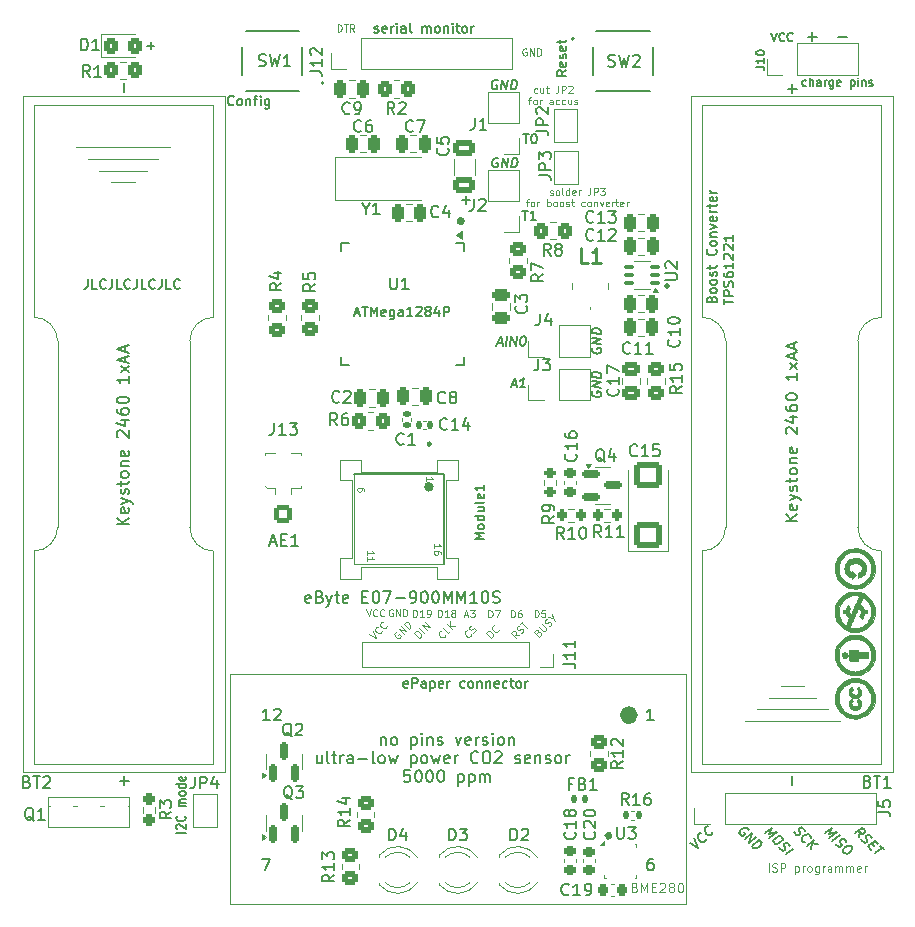
<source format=gbr>
%TF.GenerationSoftware,KiCad,Pcbnew,8.0.9-8.0.9-0~ubuntu22.04.1*%
%TF.CreationDate,2025-06-26T12:13:22+02:00*%
%TF.ProjectId,HB-UNI-SEN-BATT_ATMega1284P_E07-900MM10S_CO2_FUEL4EP,48422d55-4e49-42d5-9345-4e2d42415454,1.0*%
%TF.SameCoordinates,Original*%
%TF.FileFunction,Legend,Top*%
%TF.FilePolarity,Positive*%
%FSLAX46Y46*%
G04 Gerber Fmt 4.6, Leading zero omitted, Abs format (unit mm)*
G04 Created by KiCad (PCBNEW 8.0.9-8.0.9-0~ubuntu22.04.1) date 2025-06-26 12:13:22*
%MOMM*%
%LPD*%
G01*
G04 APERTURE LIST*
G04 Aperture macros list*
%AMRoundRect*
0 Rectangle with rounded corners*
0 $1 Rounding radius*
0 $2 $3 $4 $5 $6 $7 $8 $9 X,Y pos of 4 corners*
0 Add a 4 corners polygon primitive as box body*
4,1,4,$2,$3,$4,$5,$6,$7,$8,$9,$2,$3,0*
0 Add four circle primitives for the rounded corners*
1,1,$1+$1,$2,$3*
1,1,$1+$1,$4,$5*
1,1,$1+$1,$6,$7*
1,1,$1+$1,$8,$9*
0 Add four rect primitives between the rounded corners*
20,1,$1+$1,$2,$3,$4,$5,0*
20,1,$1+$1,$4,$5,$6,$7,0*
20,1,$1+$1,$6,$7,$8,$9,0*
20,1,$1+$1,$8,$9,$2,$3,0*%
G04 Aperture macros list end*
%ADD10C,0.276200*%
%ADD11C,0.370000*%
%ADD12C,0.359043*%
%ADD13C,0.100000*%
%ADD14C,0.150000*%
%ADD15C,0.152400*%
%ADD16C,0.120000*%
%ADD17C,0.125000*%
%ADD18C,0.254000*%
%ADD19C,0.127000*%
%ADD20C,0.400000*%
%ADD21C,0.200000*%
%ADD22C,0.010000*%
%ADD23C,0.767107*%
%ADD24RoundRect,0.250000X-0.325000X-0.450000X0.325000X-0.450000X0.325000X0.450000X-0.325000X0.450000X0*%
%ADD25R,1.700000X1.700000*%
%ADD26O,1.700000X1.700000*%
%ADD27RoundRect,0.140000X-0.170000X0.140000X-0.170000X-0.140000X0.170000X-0.140000X0.170000X0.140000X0*%
%ADD28RoundRect,0.250000X-0.450000X0.350000X-0.450000X-0.350000X0.450000X-0.350000X0.450000X0.350000X0*%
%ADD29RoundRect,0.250000X-0.350000X-0.450000X0.350000X-0.450000X0.350000X0.450000X-0.350000X0.450000X0*%
%ADD30RoundRect,0.237500X-0.237500X0.250000X-0.237500X-0.250000X0.237500X-0.250000X0.237500X0.250000X0*%
%ADD31R,1.717500X1.800000*%
%ADD32O,1.717500X1.800000*%
%ADD33R,0.800000X1.500000*%
%ADD34R,1.500000X0.800000*%
%ADD35R,1.500000X1.000000*%
%ADD36C,0.700000*%
%ADD37C,4.400000*%
%ADD38C,2.640000*%
%ADD39R,2.000000X2.000000*%
%ADD40C,2.000000*%
%ADD41RoundRect,0.250000X0.250000X0.475000X-0.250000X0.475000X-0.250000X-0.475000X0.250000X-0.475000X0*%
%ADD42RoundRect,0.250000X-0.250000X-0.475000X0.250000X-0.475000X0.250000X0.475000X-0.250000X0.475000X0*%
%ADD43RoundRect,0.250000X0.350000X0.450000X-0.350000X0.450000X-0.350000X-0.450000X0.350000X-0.450000X0*%
%ADD44R,3.500000X2.400000*%
%ADD45RoundRect,0.250000X0.650000X-0.412500X0.650000X0.412500X-0.650000X0.412500X-0.650000X-0.412500X0*%
%ADD46R,1.000000X0.750000*%
%ADD47R,1.350000X1.350000*%
%ADD48O,1.350000X1.350000*%
%ADD49R,3.000000X0.900000*%
%ADD50RoundRect,0.100000X0.350000X0.100000X-0.350000X0.100000X-0.350000X-0.100000X0.350000X-0.100000X0*%
%ADD51RoundRect,0.250000X0.450000X-0.350000X0.450000X0.350000X-0.450000X0.350000X-0.450000X-0.350000X0*%
%ADD52R,0.550000X1.500000*%
%ADD53R,1.500000X0.550000*%
%ADD54RoundRect,0.250000X0.475000X-0.250000X0.475000X0.250000X-0.475000X0.250000X-0.475000X-0.250000X0*%
%ADD55C,5.000000*%
%ADD56RoundRect,0.225000X0.250000X-0.225000X0.250000X0.225000X-0.250000X0.225000X-0.250000X-0.225000X0*%
%ADD57RoundRect,0.200000X-0.275000X0.200000X-0.275000X-0.200000X0.275000X-0.200000X0.275000X0.200000X0*%
%ADD58R,0.350000X0.500000*%
%ADD59RoundRect,0.135000X0.135000X0.185000X-0.135000X0.185000X-0.135000X-0.185000X0.135000X-0.185000X0*%
%ADD60R,1.800000X1.800000*%
%ADD61C,1.800000*%
%ADD62RoundRect,0.200000X-0.200000X-0.275000X0.200000X-0.275000X0.200000X0.275000X-0.200000X0.275000X0*%
%ADD63RoundRect,0.140000X0.140000X0.170000X-0.140000X0.170000X-0.140000X-0.170000X0.140000X-0.170000X0*%
%ADD64RoundRect,0.250000X-0.550000X-0.550000X0.550000X-0.550000X0.550000X0.550000X-0.550000X0.550000X0*%
%ADD65RoundRect,0.150000X0.150000X-0.587500X0.150000X0.587500X-0.150000X0.587500X-0.150000X-0.587500X0*%
%ADD66RoundRect,0.225000X0.225000X0.250000X-0.225000X0.250000X-0.225000X-0.250000X0.225000X-0.250000X0*%
%ADD67RoundRect,0.147500X0.147500X0.172500X-0.147500X0.172500X-0.147500X-0.172500X0.147500X-0.172500X0*%
%ADD68RoundRect,0.250000X0.475000X-0.337500X0.475000X0.337500X-0.475000X0.337500X-0.475000X-0.337500X0*%
%ADD69RoundRect,0.250000X0.925000X-0.875000X0.925000X0.875000X-0.925000X0.875000X-0.925000X-0.875000X0*%
%ADD70C,1.700000*%
%ADD71RoundRect,0.150000X-0.587500X-0.150000X0.587500X-0.150000X0.587500X0.150000X-0.587500X0.150000X0*%
%ADD72R,1.000000X1.000000*%
%ADD73R,1.050000X2.200000*%
G04 APERTURE END LIST*
D10*
X55383100Y52451000D02*
G75*
G02*
X55106900Y52451000I-138100J0D01*
G01*
X55106900Y52451000D02*
G75*
G02*
X55383100Y52451000I138100J0D01*
G01*
D11*
X37932500Y57940500D02*
G75*
G02*
X37562500Y57940500I-185000J0D01*
G01*
X37562500Y57940500D02*
G75*
G02*
X37932500Y57940500I185000J0D01*
G01*
D12*
X50429521Y5900000D02*
G75*
G02*
X50070479Y5900000I-179521J0D01*
G01*
X50070479Y5900000D02*
G75*
G02*
X50429521Y5900000I179521J0D01*
G01*
D10*
X35240900Y39065200D02*
G75*
G02*
X34964700Y39065200I-138100J0D01*
G01*
X34964700Y39065200D02*
G75*
G02*
X35240900Y39065200I138100J0D01*
G01*
D13*
X45310713Y60183183D02*
X45367856Y60154611D01*
X45367856Y60154611D02*
X45482142Y60154611D01*
X45482142Y60154611D02*
X45539285Y60183183D01*
X45539285Y60183183D02*
X45567856Y60240325D01*
X45567856Y60240325D02*
X45567856Y60268897D01*
X45567856Y60268897D02*
X45539285Y60326040D01*
X45539285Y60326040D02*
X45482142Y60354611D01*
X45482142Y60354611D02*
X45396428Y60354611D01*
X45396428Y60354611D02*
X45339285Y60383183D01*
X45339285Y60383183D02*
X45310713Y60440325D01*
X45310713Y60440325D02*
X45310713Y60468897D01*
X45310713Y60468897D02*
X45339285Y60526040D01*
X45339285Y60526040D02*
X45396428Y60554611D01*
X45396428Y60554611D02*
X45482142Y60554611D01*
X45482142Y60554611D02*
X45539285Y60526040D01*
X45910713Y60154611D02*
X45853570Y60183183D01*
X45853570Y60183183D02*
X45824999Y60211754D01*
X45824999Y60211754D02*
X45796427Y60268897D01*
X45796427Y60268897D02*
X45796427Y60440325D01*
X45796427Y60440325D02*
X45824999Y60497468D01*
X45824999Y60497468D02*
X45853570Y60526040D01*
X45853570Y60526040D02*
X45910713Y60554611D01*
X45910713Y60554611D02*
X45996427Y60554611D01*
X45996427Y60554611D02*
X46053570Y60526040D01*
X46053570Y60526040D02*
X46082142Y60497468D01*
X46082142Y60497468D02*
X46110713Y60440325D01*
X46110713Y60440325D02*
X46110713Y60268897D01*
X46110713Y60268897D02*
X46082142Y60211754D01*
X46082142Y60211754D02*
X46053570Y60183183D01*
X46053570Y60183183D02*
X45996427Y60154611D01*
X45996427Y60154611D02*
X45910713Y60154611D01*
X46453570Y60154611D02*
X46396427Y60183183D01*
X46396427Y60183183D02*
X46367856Y60240325D01*
X46367856Y60240325D02*
X46367856Y60754611D01*
X46939285Y60154611D02*
X46939285Y60754611D01*
X46939285Y60183183D02*
X46882142Y60154611D01*
X46882142Y60154611D02*
X46767856Y60154611D01*
X46767856Y60154611D02*
X46710713Y60183183D01*
X46710713Y60183183D02*
X46682142Y60211754D01*
X46682142Y60211754D02*
X46653570Y60268897D01*
X46653570Y60268897D02*
X46653570Y60440325D01*
X46653570Y60440325D02*
X46682142Y60497468D01*
X46682142Y60497468D02*
X46710713Y60526040D01*
X46710713Y60526040D02*
X46767856Y60554611D01*
X46767856Y60554611D02*
X46882142Y60554611D01*
X46882142Y60554611D02*
X46939285Y60526040D01*
X47453570Y60183183D02*
X47396427Y60154611D01*
X47396427Y60154611D02*
X47282142Y60154611D01*
X47282142Y60154611D02*
X47224999Y60183183D01*
X47224999Y60183183D02*
X47196427Y60240325D01*
X47196427Y60240325D02*
X47196427Y60468897D01*
X47196427Y60468897D02*
X47224999Y60526040D01*
X47224999Y60526040D02*
X47282142Y60554611D01*
X47282142Y60554611D02*
X47396427Y60554611D01*
X47396427Y60554611D02*
X47453570Y60526040D01*
X47453570Y60526040D02*
X47482142Y60468897D01*
X47482142Y60468897D02*
X47482142Y60411754D01*
X47482142Y60411754D02*
X47196427Y60354611D01*
X47739285Y60154611D02*
X47739285Y60554611D01*
X47739285Y60440325D02*
X47767856Y60497468D01*
X47767856Y60497468D02*
X47796428Y60526040D01*
X47796428Y60526040D02*
X47853570Y60554611D01*
X47853570Y60554611D02*
X47910713Y60554611D01*
X48739285Y60754611D02*
X48739285Y60326040D01*
X48739285Y60326040D02*
X48710714Y60240325D01*
X48710714Y60240325D02*
X48653571Y60183183D01*
X48653571Y60183183D02*
X48567857Y60154611D01*
X48567857Y60154611D02*
X48510714Y60154611D01*
X49025000Y60154611D02*
X49025000Y60754611D01*
X49025000Y60754611D02*
X49253571Y60754611D01*
X49253571Y60754611D02*
X49310714Y60726040D01*
X49310714Y60726040D02*
X49339285Y60697468D01*
X49339285Y60697468D02*
X49367857Y60640325D01*
X49367857Y60640325D02*
X49367857Y60554611D01*
X49367857Y60554611D02*
X49339285Y60497468D01*
X49339285Y60497468D02*
X49310714Y60468897D01*
X49310714Y60468897D02*
X49253571Y60440325D01*
X49253571Y60440325D02*
X49025000Y60440325D01*
X49567857Y60754611D02*
X49939285Y60754611D01*
X49939285Y60754611D02*
X49739285Y60526040D01*
X49739285Y60526040D02*
X49825000Y60526040D01*
X49825000Y60526040D02*
X49882143Y60497468D01*
X49882143Y60497468D02*
X49910714Y60468897D01*
X49910714Y60468897D02*
X49939285Y60411754D01*
X49939285Y60411754D02*
X49939285Y60268897D01*
X49939285Y60268897D02*
X49910714Y60211754D01*
X49910714Y60211754D02*
X49882143Y60183183D01*
X49882143Y60183183D02*
X49825000Y60154611D01*
X49825000Y60154611D02*
X49653571Y60154611D01*
X49653571Y60154611D02*
X49596428Y60183183D01*
X49596428Y60183183D02*
X49567857Y60211754D01*
X43282142Y59588645D02*
X43510714Y59588645D01*
X43367857Y59188645D02*
X43367857Y59702931D01*
X43367857Y59702931D02*
X43396428Y59760074D01*
X43396428Y59760074D02*
X43453571Y59788645D01*
X43453571Y59788645D02*
X43510714Y59788645D01*
X43796428Y59188645D02*
X43739285Y59217217D01*
X43739285Y59217217D02*
X43710714Y59245788D01*
X43710714Y59245788D02*
X43682142Y59302931D01*
X43682142Y59302931D02*
X43682142Y59474359D01*
X43682142Y59474359D02*
X43710714Y59531502D01*
X43710714Y59531502D02*
X43739285Y59560074D01*
X43739285Y59560074D02*
X43796428Y59588645D01*
X43796428Y59588645D02*
X43882142Y59588645D01*
X43882142Y59588645D02*
X43939285Y59560074D01*
X43939285Y59560074D02*
X43967857Y59531502D01*
X43967857Y59531502D02*
X43996428Y59474359D01*
X43996428Y59474359D02*
X43996428Y59302931D01*
X43996428Y59302931D02*
X43967857Y59245788D01*
X43967857Y59245788D02*
X43939285Y59217217D01*
X43939285Y59217217D02*
X43882142Y59188645D01*
X43882142Y59188645D02*
X43796428Y59188645D01*
X44253571Y59188645D02*
X44253571Y59588645D01*
X44253571Y59474359D02*
X44282142Y59531502D01*
X44282142Y59531502D02*
X44310714Y59560074D01*
X44310714Y59560074D02*
X44367856Y59588645D01*
X44367856Y59588645D02*
X44424999Y59588645D01*
X45082143Y59188645D02*
X45082143Y59788645D01*
X45082143Y59560074D02*
X45139286Y59588645D01*
X45139286Y59588645D02*
X45253571Y59588645D01*
X45253571Y59588645D02*
X45310714Y59560074D01*
X45310714Y59560074D02*
X45339286Y59531502D01*
X45339286Y59531502D02*
X45367857Y59474359D01*
X45367857Y59474359D02*
X45367857Y59302931D01*
X45367857Y59302931D02*
X45339286Y59245788D01*
X45339286Y59245788D02*
X45310714Y59217217D01*
X45310714Y59217217D02*
X45253571Y59188645D01*
X45253571Y59188645D02*
X45139286Y59188645D01*
X45139286Y59188645D02*
X45082143Y59217217D01*
X45710714Y59188645D02*
X45653571Y59217217D01*
X45653571Y59217217D02*
X45625000Y59245788D01*
X45625000Y59245788D02*
X45596428Y59302931D01*
X45596428Y59302931D02*
X45596428Y59474359D01*
X45596428Y59474359D02*
X45625000Y59531502D01*
X45625000Y59531502D02*
X45653571Y59560074D01*
X45653571Y59560074D02*
X45710714Y59588645D01*
X45710714Y59588645D02*
X45796428Y59588645D01*
X45796428Y59588645D02*
X45853571Y59560074D01*
X45853571Y59560074D02*
X45882143Y59531502D01*
X45882143Y59531502D02*
X45910714Y59474359D01*
X45910714Y59474359D02*
X45910714Y59302931D01*
X45910714Y59302931D02*
X45882143Y59245788D01*
X45882143Y59245788D02*
X45853571Y59217217D01*
X45853571Y59217217D02*
X45796428Y59188645D01*
X45796428Y59188645D02*
X45710714Y59188645D01*
X46253571Y59188645D02*
X46196428Y59217217D01*
X46196428Y59217217D02*
X46167857Y59245788D01*
X46167857Y59245788D02*
X46139285Y59302931D01*
X46139285Y59302931D02*
X46139285Y59474359D01*
X46139285Y59474359D02*
X46167857Y59531502D01*
X46167857Y59531502D02*
X46196428Y59560074D01*
X46196428Y59560074D02*
X46253571Y59588645D01*
X46253571Y59588645D02*
X46339285Y59588645D01*
X46339285Y59588645D02*
X46396428Y59560074D01*
X46396428Y59560074D02*
X46425000Y59531502D01*
X46425000Y59531502D02*
X46453571Y59474359D01*
X46453571Y59474359D02*
X46453571Y59302931D01*
X46453571Y59302931D02*
X46425000Y59245788D01*
X46425000Y59245788D02*
X46396428Y59217217D01*
X46396428Y59217217D02*
X46339285Y59188645D01*
X46339285Y59188645D02*
X46253571Y59188645D01*
X46682142Y59217217D02*
X46739285Y59188645D01*
X46739285Y59188645D02*
X46853571Y59188645D01*
X46853571Y59188645D02*
X46910714Y59217217D01*
X46910714Y59217217D02*
X46939285Y59274359D01*
X46939285Y59274359D02*
X46939285Y59302931D01*
X46939285Y59302931D02*
X46910714Y59360074D01*
X46910714Y59360074D02*
X46853571Y59388645D01*
X46853571Y59388645D02*
X46767857Y59388645D01*
X46767857Y59388645D02*
X46710714Y59417217D01*
X46710714Y59417217D02*
X46682142Y59474359D01*
X46682142Y59474359D02*
X46682142Y59502931D01*
X46682142Y59502931D02*
X46710714Y59560074D01*
X46710714Y59560074D02*
X46767857Y59588645D01*
X46767857Y59588645D02*
X46853571Y59588645D01*
X46853571Y59588645D02*
X46910714Y59560074D01*
X47110713Y59588645D02*
X47339285Y59588645D01*
X47196428Y59788645D02*
X47196428Y59274359D01*
X47196428Y59274359D02*
X47224999Y59217217D01*
X47224999Y59217217D02*
X47282142Y59188645D01*
X47282142Y59188645D02*
X47339285Y59188645D01*
X48253571Y59217217D02*
X48196428Y59188645D01*
X48196428Y59188645D02*
X48082142Y59188645D01*
X48082142Y59188645D02*
X48024999Y59217217D01*
X48024999Y59217217D02*
X47996428Y59245788D01*
X47996428Y59245788D02*
X47967856Y59302931D01*
X47967856Y59302931D02*
X47967856Y59474359D01*
X47967856Y59474359D02*
X47996428Y59531502D01*
X47996428Y59531502D02*
X48024999Y59560074D01*
X48024999Y59560074D02*
X48082142Y59588645D01*
X48082142Y59588645D02*
X48196428Y59588645D01*
X48196428Y59588645D02*
X48253571Y59560074D01*
X48596428Y59188645D02*
X48539285Y59217217D01*
X48539285Y59217217D02*
X48510714Y59245788D01*
X48510714Y59245788D02*
X48482142Y59302931D01*
X48482142Y59302931D02*
X48482142Y59474359D01*
X48482142Y59474359D02*
X48510714Y59531502D01*
X48510714Y59531502D02*
X48539285Y59560074D01*
X48539285Y59560074D02*
X48596428Y59588645D01*
X48596428Y59588645D02*
X48682142Y59588645D01*
X48682142Y59588645D02*
X48739285Y59560074D01*
X48739285Y59560074D02*
X48767857Y59531502D01*
X48767857Y59531502D02*
X48796428Y59474359D01*
X48796428Y59474359D02*
X48796428Y59302931D01*
X48796428Y59302931D02*
X48767857Y59245788D01*
X48767857Y59245788D02*
X48739285Y59217217D01*
X48739285Y59217217D02*
X48682142Y59188645D01*
X48682142Y59188645D02*
X48596428Y59188645D01*
X49053571Y59588645D02*
X49053571Y59188645D01*
X49053571Y59531502D02*
X49082142Y59560074D01*
X49082142Y59560074D02*
X49139285Y59588645D01*
X49139285Y59588645D02*
X49224999Y59588645D01*
X49224999Y59588645D02*
X49282142Y59560074D01*
X49282142Y59560074D02*
X49310714Y59502931D01*
X49310714Y59502931D02*
X49310714Y59188645D01*
X49539285Y59588645D02*
X49682142Y59188645D01*
X49682142Y59188645D02*
X49824999Y59588645D01*
X50282142Y59217217D02*
X50224999Y59188645D01*
X50224999Y59188645D02*
X50110714Y59188645D01*
X50110714Y59188645D02*
X50053571Y59217217D01*
X50053571Y59217217D02*
X50024999Y59274359D01*
X50024999Y59274359D02*
X50024999Y59502931D01*
X50024999Y59502931D02*
X50053571Y59560074D01*
X50053571Y59560074D02*
X50110714Y59588645D01*
X50110714Y59588645D02*
X50224999Y59588645D01*
X50224999Y59588645D02*
X50282142Y59560074D01*
X50282142Y59560074D02*
X50310714Y59502931D01*
X50310714Y59502931D02*
X50310714Y59445788D01*
X50310714Y59445788D02*
X50024999Y59388645D01*
X50567857Y59188645D02*
X50567857Y59588645D01*
X50567857Y59474359D02*
X50596428Y59531502D01*
X50596428Y59531502D02*
X50625000Y59560074D01*
X50625000Y59560074D02*
X50682142Y59588645D01*
X50682142Y59588645D02*
X50739285Y59588645D01*
X50853571Y59588645D02*
X51082143Y59588645D01*
X50939286Y59788645D02*
X50939286Y59274359D01*
X50939286Y59274359D02*
X50967857Y59217217D01*
X50967857Y59217217D02*
X51025000Y59188645D01*
X51025000Y59188645D02*
X51082143Y59188645D01*
X51510714Y59217217D02*
X51453571Y59188645D01*
X51453571Y59188645D02*
X51339286Y59188645D01*
X51339286Y59188645D02*
X51282143Y59217217D01*
X51282143Y59217217D02*
X51253571Y59274359D01*
X51253571Y59274359D02*
X51253571Y59502931D01*
X51253571Y59502931D02*
X51282143Y59560074D01*
X51282143Y59560074D02*
X51339286Y59588645D01*
X51339286Y59588645D02*
X51453571Y59588645D01*
X51453571Y59588645D02*
X51510714Y59560074D01*
X51510714Y59560074D02*
X51539286Y59502931D01*
X51539286Y59502931D02*
X51539286Y59445788D01*
X51539286Y59445788D02*
X51253571Y59388645D01*
X51796429Y59188645D02*
X51796429Y59588645D01*
X51796429Y59474359D02*
X51825000Y59531502D01*
X51825000Y59531502D02*
X51853572Y59560074D01*
X51853572Y59560074D02*
X51910714Y59588645D01*
X51910714Y59588645D02*
X51967857Y59588645D01*
D14*
X62145544Y6364588D02*
X62121974Y6442033D01*
X62121974Y6442033D02*
X62041162Y6522845D01*
X62041162Y6522845D02*
X61930045Y6580087D01*
X61930045Y6580087D02*
X61815561Y6586821D01*
X61815561Y6586821D02*
X61728015Y6566618D01*
X61728015Y6566618D02*
X61579859Y6499275D01*
X61579859Y6499275D02*
X61488945Y6428564D01*
X61488945Y6428564D02*
X61394664Y6307346D01*
X61394664Y6307346D02*
X61360993Y6233268D01*
X61360993Y6233268D02*
X61354258Y6132253D01*
X61354258Y6132253D02*
X61404766Y6027870D01*
X61404766Y6027870D02*
X61458641Y5973995D01*
X61458641Y5973995D02*
X61569758Y5916753D01*
X61569758Y5916753D02*
X61626999Y5913386D01*
X61626999Y5913386D02*
X61839132Y6078378D01*
X61839132Y6078378D02*
X61731382Y6186127D01*
X61808827Y5623809D02*
X62445223Y6118784D01*
X62445223Y6118784D02*
X62132076Y5300560D01*
X62132076Y5300560D02*
X62768472Y5795535D01*
X62401450Y5031187D02*
X63037846Y5526161D01*
X63037846Y5526161D02*
X63172533Y5391474D01*
X63172533Y5391474D02*
X63223040Y5287092D01*
X63223040Y5287092D02*
X63216306Y5186077D01*
X63216306Y5186077D02*
X63182634Y5111999D01*
X63182634Y5111999D02*
X63088353Y4990780D01*
X63088353Y4990780D02*
X62997440Y4920070D01*
X62997440Y4920070D02*
X62849284Y4852726D01*
X62849284Y4852726D02*
X62761737Y4832523D01*
X62761737Y4832523D02*
X62647253Y4839258D01*
X62647253Y4839258D02*
X62536137Y4896500D01*
X62536137Y4896500D02*
X62401450Y5031187D01*
X65972446Y6213065D02*
X66022954Y6108683D01*
X66022954Y6108683D02*
X66157641Y5973996D01*
X66157641Y5973996D02*
X66241820Y5943691D01*
X66241820Y5943691D02*
X66299062Y5940324D01*
X66299062Y5940324D02*
X66386608Y5960527D01*
X66386608Y5960527D02*
X66447218Y6007667D01*
X66447218Y6007667D02*
X66480889Y6081745D01*
X66480889Y6081745D02*
X66484257Y6132253D01*
X66484257Y6132253D02*
X66460686Y6209698D01*
X66460686Y6209698D02*
X66383241Y6341018D01*
X66383241Y6341018D02*
X66359671Y6418463D01*
X66359671Y6418463D02*
X66363038Y6468970D01*
X66363038Y6468970D02*
X66396710Y6543048D01*
X66396710Y6543048D02*
X66457319Y6590189D01*
X66457319Y6590189D02*
X66544866Y6610392D01*
X66544866Y6610392D02*
X66602108Y6607025D01*
X66602108Y6607025D02*
X66686287Y6576720D01*
X66686287Y6576720D02*
X66820974Y6442033D01*
X66820974Y6442033D02*
X66871482Y6337651D01*
X66891685Y5347701D02*
X66834443Y5351068D01*
X66834443Y5351068D02*
X66723326Y5408310D01*
X66723326Y5408310D02*
X66669451Y5462185D01*
X66669451Y5462185D02*
X66618944Y5566567D01*
X66618944Y5566567D02*
X66625678Y5667583D01*
X66625678Y5667583D02*
X66659350Y5741660D01*
X66659350Y5741660D02*
X66753631Y5862879D01*
X66753631Y5862879D02*
X66844544Y5933589D01*
X66844544Y5933589D02*
X66992700Y6000933D01*
X66992700Y6000933D02*
X67080247Y6021136D01*
X67080247Y6021136D02*
X67194731Y6014402D01*
X67194731Y6014402D02*
X67305847Y5957160D01*
X67305847Y5957160D02*
X67359722Y5903285D01*
X67359722Y5903285D02*
X67410230Y5798902D01*
X67410230Y5798902D02*
X67406863Y5748395D01*
X67073512Y5058124D02*
X67709908Y5553099D01*
X67396761Y4734875D02*
X67517979Y5260154D01*
X68033157Y5229850D02*
X67346254Y5270256D01*
D15*
X18522743Y67809317D02*
X18484039Y67770613D01*
X18484039Y67770613D02*
X18367924Y67731908D01*
X18367924Y67731908D02*
X18290515Y67731908D01*
X18290515Y67731908D02*
X18174401Y67770613D01*
X18174401Y67770613D02*
X18096991Y67848022D01*
X18096991Y67848022D02*
X18058286Y67925432D01*
X18058286Y67925432D02*
X18019582Y68080251D01*
X18019582Y68080251D02*
X18019582Y68196365D01*
X18019582Y68196365D02*
X18058286Y68351184D01*
X18058286Y68351184D02*
X18096991Y68428593D01*
X18096991Y68428593D02*
X18174401Y68506003D01*
X18174401Y68506003D02*
X18290515Y68544708D01*
X18290515Y68544708D02*
X18367924Y68544708D01*
X18367924Y68544708D02*
X18484039Y68506003D01*
X18484039Y68506003D02*
X18522743Y68467298D01*
X18987201Y67731908D02*
X18909791Y67770613D01*
X18909791Y67770613D02*
X18871086Y67809317D01*
X18871086Y67809317D02*
X18832382Y67886727D01*
X18832382Y67886727D02*
X18832382Y68118955D01*
X18832382Y68118955D02*
X18871086Y68196365D01*
X18871086Y68196365D02*
X18909791Y68235070D01*
X18909791Y68235070D02*
X18987201Y68273774D01*
X18987201Y68273774D02*
X19103315Y68273774D01*
X19103315Y68273774D02*
X19180724Y68235070D01*
X19180724Y68235070D02*
X19219429Y68196365D01*
X19219429Y68196365D02*
X19258134Y68118955D01*
X19258134Y68118955D02*
X19258134Y67886727D01*
X19258134Y67886727D02*
X19219429Y67809317D01*
X19219429Y67809317D02*
X19180724Y67770613D01*
X19180724Y67770613D02*
X19103315Y67731908D01*
X19103315Y67731908D02*
X18987201Y67731908D01*
X19606476Y68273774D02*
X19606476Y67731908D01*
X19606476Y68196365D02*
X19645181Y68235070D01*
X19645181Y68235070D02*
X19722591Y68273774D01*
X19722591Y68273774D02*
X19838705Y68273774D01*
X19838705Y68273774D02*
X19916114Y68235070D01*
X19916114Y68235070D02*
X19954819Y68157660D01*
X19954819Y68157660D02*
X19954819Y67731908D01*
X20225752Y68273774D02*
X20535390Y68273774D01*
X20341866Y67731908D02*
X20341866Y68428593D01*
X20341866Y68428593D02*
X20380571Y68506003D01*
X20380571Y68506003D02*
X20457981Y68544708D01*
X20457981Y68544708D02*
X20535390Y68544708D01*
X20806323Y67731908D02*
X20806323Y68273774D01*
X20806323Y68544708D02*
X20767619Y68506003D01*
X20767619Y68506003D02*
X20806323Y68467298D01*
X20806323Y68467298D02*
X20845028Y68506003D01*
X20845028Y68506003D02*
X20806323Y68544708D01*
X20806323Y68544708D02*
X20806323Y68467298D01*
X21541714Y68273774D02*
X21541714Y67615793D01*
X21541714Y67615793D02*
X21503009Y67538384D01*
X21503009Y67538384D02*
X21464305Y67499679D01*
X21464305Y67499679D02*
X21386895Y67460974D01*
X21386895Y67460974D02*
X21270781Y67460974D01*
X21270781Y67460974D02*
X21193371Y67499679D01*
X21541714Y67770613D02*
X21464305Y67731908D01*
X21464305Y67731908D02*
X21309486Y67731908D01*
X21309486Y67731908D02*
X21232076Y67770613D01*
X21232076Y67770613D02*
X21193371Y67809317D01*
X21193371Y67809317D02*
X21154667Y67886727D01*
X21154667Y67886727D02*
X21154667Y68118955D01*
X21154667Y68118955D02*
X21193371Y68196365D01*
X21193371Y68196365D02*
X21232076Y68235070D01*
X21232076Y68235070D02*
X21309486Y68273774D01*
X21309486Y68273774D02*
X21464305Y68273774D01*
X21464305Y68273774D02*
X21541714Y68235070D01*
D14*
X40930953Y63249609D02*
X40859524Y63287704D01*
X40859524Y63287704D02*
X40745238Y63287704D01*
X40745238Y63287704D02*
X40626191Y63249609D01*
X40626191Y63249609D02*
X40540476Y63173419D01*
X40540476Y63173419D02*
X40492857Y63097228D01*
X40492857Y63097228D02*
X40435714Y62944847D01*
X40435714Y62944847D02*
X40421429Y62830561D01*
X40421429Y62830561D02*
X40440476Y62678180D01*
X40440476Y62678180D02*
X40469048Y62601990D01*
X40469048Y62601990D02*
X40535714Y62525800D01*
X40535714Y62525800D02*
X40645238Y62487704D01*
X40645238Y62487704D02*
X40721429Y62487704D01*
X40721429Y62487704D02*
X40840476Y62525800D01*
X40840476Y62525800D02*
X40883333Y62563895D01*
X40883333Y62563895D02*
X40916667Y62830561D01*
X40916667Y62830561D02*
X40764286Y62830561D01*
X41216667Y62487704D02*
X41316667Y63287704D01*
X41316667Y63287704D02*
X41673810Y62487704D01*
X41673810Y62487704D02*
X41773810Y63287704D01*
X42054762Y62487704D02*
X42154762Y63287704D01*
X42154762Y63287704D02*
X42345238Y63287704D01*
X42345238Y63287704D02*
X42454762Y63249609D01*
X42454762Y63249609D02*
X42521428Y63173419D01*
X42521428Y63173419D02*
X42550000Y63097228D01*
X42550000Y63097228D02*
X42569048Y62944847D01*
X42569048Y62944847D02*
X42554762Y62830561D01*
X42554762Y62830561D02*
X42497619Y62678180D01*
X42497619Y62678180D02*
X42450000Y62601990D01*
X42450000Y62601990D02*
X42364286Y62525800D01*
X42364286Y62525800D02*
X42245238Y62487704D01*
X42245238Y62487704D02*
X42054762Y62487704D01*
D13*
X30012846Y22957782D02*
X30578531Y22674940D01*
X30578531Y22674940D02*
X30295688Y23240625D01*
X31063404Y23240625D02*
X31063404Y23200219D01*
X31063404Y23200219D02*
X31022998Y23119407D01*
X31022998Y23119407D02*
X30982592Y23079001D01*
X30982592Y23079001D02*
X30901780Y23038595D01*
X30901780Y23038595D02*
X30820968Y23038595D01*
X30820968Y23038595D02*
X30760359Y23058798D01*
X30760359Y23058798D02*
X30659343Y23119407D01*
X30659343Y23119407D02*
X30598734Y23180016D01*
X30598734Y23180016D02*
X30538125Y23281031D01*
X30538125Y23281031D02*
X30517922Y23341641D01*
X30517922Y23341641D02*
X30517922Y23422453D01*
X30517922Y23422453D02*
X30558328Y23503265D01*
X30558328Y23503265D02*
X30598734Y23543671D01*
X30598734Y23543671D02*
X30679546Y23584077D01*
X30679546Y23584077D02*
X30719953Y23584077D01*
X31487669Y23664889D02*
X31487669Y23624483D01*
X31487669Y23624483D02*
X31447262Y23543671D01*
X31447262Y23543671D02*
X31406856Y23503265D01*
X31406856Y23503265D02*
X31326044Y23462859D01*
X31326044Y23462859D02*
X31245232Y23462859D01*
X31245232Y23462859D02*
X31184623Y23483062D01*
X31184623Y23483062D02*
X31083607Y23543671D01*
X31083607Y23543671D02*
X31022998Y23604280D01*
X31022998Y23604280D02*
X30962389Y23705295D01*
X30962389Y23705295D02*
X30942186Y23765905D01*
X30942186Y23765905D02*
X30942186Y23846717D01*
X30942186Y23846717D02*
X30982592Y23927529D01*
X30982592Y23927529D02*
X31022998Y23967935D01*
X31022998Y23967935D02*
X31103811Y24008341D01*
X31103811Y24008341D02*
X31144217Y24008341D01*
D15*
X6176015Y53020196D02*
X6176015Y52439624D01*
X6176015Y52439624D02*
X6137310Y52323510D01*
X6137310Y52323510D02*
X6059901Y52246101D01*
X6059901Y52246101D02*
X5943786Y52207396D01*
X5943786Y52207396D02*
X5866377Y52207396D01*
X6950110Y52207396D02*
X6563062Y52207396D01*
X6563062Y52207396D02*
X6563062Y53020196D01*
X7685500Y52284805D02*
X7646796Y52246101D01*
X7646796Y52246101D02*
X7530681Y52207396D01*
X7530681Y52207396D02*
X7453272Y52207396D01*
X7453272Y52207396D02*
X7337158Y52246101D01*
X7337158Y52246101D02*
X7259748Y52323510D01*
X7259748Y52323510D02*
X7221043Y52400920D01*
X7221043Y52400920D02*
X7182339Y52555739D01*
X7182339Y52555739D02*
X7182339Y52671853D01*
X7182339Y52671853D02*
X7221043Y52826672D01*
X7221043Y52826672D02*
X7259748Y52904081D01*
X7259748Y52904081D02*
X7337158Y52981491D01*
X7337158Y52981491D02*
X7453272Y53020196D01*
X7453272Y53020196D02*
X7530681Y53020196D01*
X7530681Y53020196D02*
X7646796Y52981491D01*
X7646796Y52981491D02*
X7685500Y52942786D01*
X8266072Y53020196D02*
X8266072Y52439624D01*
X8266072Y52439624D02*
X8227367Y52323510D01*
X8227367Y52323510D02*
X8149958Y52246101D01*
X8149958Y52246101D02*
X8033843Y52207396D01*
X8033843Y52207396D02*
X7956434Y52207396D01*
X9040167Y52207396D02*
X8653119Y52207396D01*
X8653119Y52207396D02*
X8653119Y53020196D01*
X9775557Y52284805D02*
X9736853Y52246101D01*
X9736853Y52246101D02*
X9620738Y52207396D01*
X9620738Y52207396D02*
X9543329Y52207396D01*
X9543329Y52207396D02*
X9427215Y52246101D01*
X9427215Y52246101D02*
X9349805Y52323510D01*
X9349805Y52323510D02*
X9311100Y52400920D01*
X9311100Y52400920D02*
X9272396Y52555739D01*
X9272396Y52555739D02*
X9272396Y52671853D01*
X9272396Y52671853D02*
X9311100Y52826672D01*
X9311100Y52826672D02*
X9349805Y52904081D01*
X9349805Y52904081D02*
X9427215Y52981491D01*
X9427215Y52981491D02*
X9543329Y53020196D01*
X9543329Y53020196D02*
X9620738Y53020196D01*
X9620738Y53020196D02*
X9736853Y52981491D01*
X9736853Y52981491D02*
X9775557Y52942786D01*
X10356129Y53020196D02*
X10356129Y52439624D01*
X10356129Y52439624D02*
X10317424Y52323510D01*
X10317424Y52323510D02*
X10240015Y52246101D01*
X10240015Y52246101D02*
X10123900Y52207396D01*
X10123900Y52207396D02*
X10046491Y52207396D01*
X11130224Y52207396D02*
X10743176Y52207396D01*
X10743176Y52207396D02*
X10743176Y53020196D01*
X11865614Y52284805D02*
X11826910Y52246101D01*
X11826910Y52246101D02*
X11710795Y52207396D01*
X11710795Y52207396D02*
X11633386Y52207396D01*
X11633386Y52207396D02*
X11517272Y52246101D01*
X11517272Y52246101D02*
X11439862Y52323510D01*
X11439862Y52323510D02*
X11401157Y52400920D01*
X11401157Y52400920D02*
X11362453Y52555739D01*
X11362453Y52555739D02*
X11362453Y52671853D01*
X11362453Y52671853D02*
X11401157Y52826672D01*
X11401157Y52826672D02*
X11439862Y52904081D01*
X11439862Y52904081D02*
X11517272Y52981491D01*
X11517272Y52981491D02*
X11633386Y53020196D01*
X11633386Y53020196D02*
X11710795Y53020196D01*
X11710795Y53020196D02*
X11826910Y52981491D01*
X11826910Y52981491D02*
X11865614Y52942786D01*
X12446186Y53020196D02*
X12446186Y52439624D01*
X12446186Y52439624D02*
X12407481Y52323510D01*
X12407481Y52323510D02*
X12330072Y52246101D01*
X12330072Y52246101D02*
X12213957Y52207396D01*
X12213957Y52207396D02*
X12136548Y52207396D01*
X13220281Y52207396D02*
X12833233Y52207396D01*
X12833233Y52207396D02*
X12833233Y53020196D01*
X13955671Y52284805D02*
X13916967Y52246101D01*
X13916967Y52246101D02*
X13800852Y52207396D01*
X13800852Y52207396D02*
X13723443Y52207396D01*
X13723443Y52207396D02*
X13607329Y52246101D01*
X13607329Y52246101D02*
X13529919Y52323510D01*
X13529919Y52323510D02*
X13491214Y52400920D01*
X13491214Y52400920D02*
X13452510Y52555739D01*
X13452510Y52555739D02*
X13452510Y52671853D01*
X13452510Y52671853D02*
X13491214Y52826672D01*
X13491214Y52826672D02*
X13529919Y52904081D01*
X13529919Y52904081D02*
X13607329Y52981491D01*
X13607329Y52981491D02*
X13723443Y53020196D01*
X13723443Y53020196D02*
X13800852Y53020196D01*
X13800852Y53020196D02*
X13916967Y52981491D01*
X13916967Y52981491D02*
X13955671Y52942786D01*
D14*
X68574517Y6097119D02*
X69210913Y6592094D01*
X69210913Y6592094D02*
X68944906Y6049979D01*
X68944906Y6049979D02*
X69588036Y6214971D01*
X69588036Y6214971D02*
X68951640Y5719996D01*
X69221015Y5450622D02*
X69857411Y5945596D01*
X69493755Y5231756D02*
X69544263Y5127373D01*
X69544263Y5127373D02*
X69678950Y4992686D01*
X69678950Y4992686D02*
X69763129Y4962382D01*
X69763129Y4962382D02*
X69820371Y4959014D01*
X69820371Y4959014D02*
X69907918Y4979217D01*
X69907918Y4979217D02*
X69968527Y5026358D01*
X69968527Y5026358D02*
X70002199Y5100436D01*
X70002199Y5100436D02*
X70005566Y5150943D01*
X70005566Y5150943D02*
X69981996Y5228388D01*
X69981996Y5228388D02*
X69904551Y5359708D01*
X69904551Y5359708D02*
X69880981Y5437153D01*
X69880981Y5437153D02*
X69884348Y5487661D01*
X69884348Y5487661D02*
X69918020Y5561739D01*
X69918020Y5561739D02*
X69978629Y5608879D01*
X69978629Y5608879D02*
X70066175Y5629082D01*
X70066175Y5629082D02*
X70123417Y5625715D01*
X70123417Y5625715D02*
X70207597Y5595410D01*
X70207597Y5595410D02*
X70342284Y5460723D01*
X70342284Y5460723D02*
X70392791Y5356341D01*
X70773282Y5029725D02*
X70881032Y4921975D01*
X70881032Y4921975D02*
X70904602Y4844530D01*
X70904602Y4844530D02*
X70897868Y4743515D01*
X70897868Y4743515D02*
X70803587Y4622297D01*
X70803587Y4622297D02*
X70591455Y4457305D01*
X70591455Y4457305D02*
X70443299Y4389962D01*
X70443299Y4389962D02*
X70328815Y4396696D01*
X70328815Y4396696D02*
X70244636Y4427000D01*
X70244636Y4427000D02*
X70136886Y4534750D01*
X70136886Y4534750D02*
X70113316Y4612195D01*
X70113316Y4612195D02*
X70120050Y4713210D01*
X70120050Y4713210D02*
X70214331Y4834429D01*
X70214331Y4834429D02*
X70426463Y4999420D01*
X70426463Y4999420D02*
X70574619Y5066764D01*
X70574619Y5066764D02*
X70689103Y5060029D01*
X70689103Y5060029D02*
X70773282Y5029725D01*
X40880953Y69849609D02*
X40809524Y69887704D01*
X40809524Y69887704D02*
X40695238Y69887704D01*
X40695238Y69887704D02*
X40576191Y69849609D01*
X40576191Y69849609D02*
X40490476Y69773419D01*
X40490476Y69773419D02*
X40442857Y69697228D01*
X40442857Y69697228D02*
X40385714Y69544847D01*
X40385714Y69544847D02*
X40371429Y69430561D01*
X40371429Y69430561D02*
X40390476Y69278180D01*
X40390476Y69278180D02*
X40419048Y69201990D01*
X40419048Y69201990D02*
X40485714Y69125800D01*
X40485714Y69125800D02*
X40595238Y69087704D01*
X40595238Y69087704D02*
X40671429Y69087704D01*
X40671429Y69087704D02*
X40790476Y69125800D01*
X40790476Y69125800D02*
X40833333Y69163895D01*
X40833333Y69163895D02*
X40866667Y69430561D01*
X40866667Y69430561D02*
X40714286Y69430561D01*
X41166667Y69087704D02*
X41266667Y69887704D01*
X41266667Y69887704D02*
X41623810Y69087704D01*
X41623810Y69087704D02*
X41723810Y69887704D01*
X42004762Y69087704D02*
X42104762Y69887704D01*
X42104762Y69887704D02*
X42295238Y69887704D01*
X42295238Y69887704D02*
X42404762Y69849609D01*
X42404762Y69849609D02*
X42471428Y69773419D01*
X42471428Y69773419D02*
X42500000Y69697228D01*
X42500000Y69697228D02*
X42519048Y69544847D01*
X42519048Y69544847D02*
X42504762Y69430561D01*
X42504762Y69430561D02*
X42447619Y69278180D01*
X42447619Y69278180D02*
X42400000Y69201990D01*
X42400000Y69201990D02*
X42314286Y69125800D01*
X42314286Y69125800D02*
X42195238Y69087704D01*
X42195238Y69087704D02*
X42004762Y69087704D01*
D13*
X32307486Y23180017D02*
X32246877Y23159813D01*
X32246877Y23159813D02*
X32186268Y23099204D01*
X32186268Y23099204D02*
X32145861Y23018392D01*
X32145861Y23018392D02*
X32145861Y22937580D01*
X32145861Y22937580D02*
X32166065Y22876971D01*
X32166065Y22876971D02*
X32226674Y22775956D01*
X32226674Y22775956D02*
X32287283Y22715346D01*
X32287283Y22715346D02*
X32388298Y22654737D01*
X32388298Y22654737D02*
X32448907Y22634534D01*
X32448907Y22634534D02*
X32529719Y22634534D01*
X32529719Y22634534D02*
X32610532Y22674940D01*
X32610532Y22674940D02*
X32650938Y22715346D01*
X32650938Y22715346D02*
X32691344Y22796159D01*
X32691344Y22796159D02*
X32691344Y22836565D01*
X32691344Y22836565D02*
X32549922Y22977986D01*
X32549922Y22977986D02*
X32469110Y22897174D01*
X32913577Y22977986D02*
X32489313Y23402250D01*
X32489313Y23402250D02*
X33156014Y23220423D01*
X33156014Y23220423D02*
X32731750Y23644687D01*
X33358044Y23422453D02*
X32933780Y23846717D01*
X32933780Y23846717D02*
X33034795Y23947732D01*
X33034795Y23947732D02*
X33115608Y23988138D01*
X33115608Y23988138D02*
X33196420Y23988138D01*
X33196420Y23988138D02*
X33257029Y23967935D01*
X33257029Y23967935D02*
X33358044Y23907326D01*
X33358044Y23907326D02*
X33418653Y23846717D01*
X33418653Y23846717D02*
X33479263Y23745702D01*
X33479263Y23745702D02*
X33499466Y23685092D01*
X33499466Y23685092D02*
X33499466Y23604280D01*
X33499466Y23604280D02*
X33459059Y23523468D01*
X33459059Y23523468D02*
X33358044Y23422453D01*
D16*
X52486089Y1523192D02*
X52600375Y1485097D01*
X52600375Y1485097D02*
X52638470Y1447001D01*
X52638470Y1447001D02*
X52676566Y1370811D01*
X52676566Y1370811D02*
X52676566Y1256525D01*
X52676566Y1256525D02*
X52638470Y1180335D01*
X52638470Y1180335D02*
X52600375Y1142240D01*
X52600375Y1142240D02*
X52524185Y1104144D01*
X52524185Y1104144D02*
X52219423Y1104144D01*
X52219423Y1104144D02*
X52219423Y1904144D01*
X52219423Y1904144D02*
X52486089Y1904144D01*
X52486089Y1904144D02*
X52562280Y1866049D01*
X52562280Y1866049D02*
X52600375Y1827954D01*
X52600375Y1827954D02*
X52638470Y1751763D01*
X52638470Y1751763D02*
X52638470Y1675573D01*
X52638470Y1675573D02*
X52600375Y1599382D01*
X52600375Y1599382D02*
X52562280Y1561287D01*
X52562280Y1561287D02*
X52486089Y1523192D01*
X52486089Y1523192D02*
X52219423Y1523192D01*
X53019423Y1104144D02*
X53019423Y1904144D01*
X53019423Y1904144D02*
X53286089Y1332716D01*
X53286089Y1332716D02*
X53552756Y1904144D01*
X53552756Y1904144D02*
X53552756Y1104144D01*
X53933709Y1523192D02*
X54200375Y1523192D01*
X54314661Y1104144D02*
X53933709Y1104144D01*
X53933709Y1104144D02*
X53933709Y1904144D01*
X53933709Y1904144D02*
X54314661Y1904144D01*
X54619423Y1827954D02*
X54657519Y1866049D01*
X54657519Y1866049D02*
X54733709Y1904144D01*
X54733709Y1904144D02*
X54924185Y1904144D01*
X54924185Y1904144D02*
X55000376Y1866049D01*
X55000376Y1866049D02*
X55038471Y1827954D01*
X55038471Y1827954D02*
X55076566Y1751763D01*
X55076566Y1751763D02*
X55076566Y1675573D01*
X55076566Y1675573D02*
X55038471Y1561287D01*
X55038471Y1561287D02*
X54581328Y1104144D01*
X54581328Y1104144D02*
X55076566Y1104144D01*
X55533709Y1561287D02*
X55457519Y1599382D01*
X55457519Y1599382D02*
X55419424Y1637478D01*
X55419424Y1637478D02*
X55381328Y1713668D01*
X55381328Y1713668D02*
X55381328Y1751763D01*
X55381328Y1751763D02*
X55419424Y1827954D01*
X55419424Y1827954D02*
X55457519Y1866049D01*
X55457519Y1866049D02*
X55533709Y1904144D01*
X55533709Y1904144D02*
X55686090Y1904144D01*
X55686090Y1904144D02*
X55762281Y1866049D01*
X55762281Y1866049D02*
X55800376Y1827954D01*
X55800376Y1827954D02*
X55838471Y1751763D01*
X55838471Y1751763D02*
X55838471Y1713668D01*
X55838471Y1713668D02*
X55800376Y1637478D01*
X55800376Y1637478D02*
X55762281Y1599382D01*
X55762281Y1599382D02*
X55686090Y1561287D01*
X55686090Y1561287D02*
X55533709Y1561287D01*
X55533709Y1561287D02*
X55457519Y1523192D01*
X55457519Y1523192D02*
X55419424Y1485097D01*
X55419424Y1485097D02*
X55381328Y1408906D01*
X55381328Y1408906D02*
X55381328Y1256525D01*
X55381328Y1256525D02*
X55419424Y1180335D01*
X55419424Y1180335D02*
X55457519Y1142240D01*
X55457519Y1142240D02*
X55533709Y1104144D01*
X55533709Y1104144D02*
X55686090Y1104144D01*
X55686090Y1104144D02*
X55762281Y1142240D01*
X55762281Y1142240D02*
X55800376Y1180335D01*
X55800376Y1180335D02*
X55838471Y1256525D01*
X55838471Y1256525D02*
X55838471Y1408906D01*
X55838471Y1408906D02*
X55800376Y1485097D01*
X55800376Y1485097D02*
X55762281Y1523192D01*
X55762281Y1523192D02*
X55686090Y1561287D01*
X56333710Y1904144D02*
X56409900Y1904144D01*
X56409900Y1904144D02*
X56486091Y1866049D01*
X56486091Y1866049D02*
X56524186Y1827954D01*
X56524186Y1827954D02*
X56562281Y1751763D01*
X56562281Y1751763D02*
X56600376Y1599382D01*
X56600376Y1599382D02*
X56600376Y1408906D01*
X56600376Y1408906D02*
X56562281Y1256525D01*
X56562281Y1256525D02*
X56524186Y1180335D01*
X56524186Y1180335D02*
X56486091Y1142240D01*
X56486091Y1142240D02*
X56409900Y1104144D01*
X56409900Y1104144D02*
X56333710Y1104144D01*
X56333710Y1104144D02*
X56257519Y1142240D01*
X56257519Y1142240D02*
X56219424Y1180335D01*
X56219424Y1180335D02*
X56181329Y1256525D01*
X56181329Y1256525D02*
X56143233Y1408906D01*
X56143233Y1408906D02*
X56143233Y1599382D01*
X56143233Y1599382D02*
X56181329Y1751763D01*
X56181329Y1751763D02*
X56219424Y1827954D01*
X56219424Y1827954D02*
X56257519Y1866049D01*
X56257519Y1866049D02*
X56333710Y1904144D01*
D15*
X60007291Y50887086D02*
X60007291Y51351543D01*
X60820091Y51119315D02*
X60007291Y51119315D01*
X60820091Y51622476D02*
X60007291Y51622476D01*
X60007291Y51622476D02*
X60007291Y51932114D01*
X60007291Y51932114D02*
X60045996Y52009524D01*
X60045996Y52009524D02*
X60084701Y52048229D01*
X60084701Y52048229D02*
X60162110Y52086933D01*
X60162110Y52086933D02*
X60278225Y52086933D01*
X60278225Y52086933D02*
X60355634Y52048229D01*
X60355634Y52048229D02*
X60394339Y52009524D01*
X60394339Y52009524D02*
X60433044Y51932114D01*
X60433044Y51932114D02*
X60433044Y51622476D01*
X60781387Y52396572D02*
X60820091Y52512686D01*
X60820091Y52512686D02*
X60820091Y52706210D01*
X60820091Y52706210D02*
X60781387Y52783619D01*
X60781387Y52783619D02*
X60742682Y52822324D01*
X60742682Y52822324D02*
X60665272Y52861029D01*
X60665272Y52861029D02*
X60587863Y52861029D01*
X60587863Y52861029D02*
X60510453Y52822324D01*
X60510453Y52822324D02*
X60471748Y52783619D01*
X60471748Y52783619D02*
X60433044Y52706210D01*
X60433044Y52706210D02*
X60394339Y52551391D01*
X60394339Y52551391D02*
X60355634Y52473981D01*
X60355634Y52473981D02*
X60316929Y52435276D01*
X60316929Y52435276D02*
X60239520Y52396572D01*
X60239520Y52396572D02*
X60162110Y52396572D01*
X60162110Y52396572D02*
X60084701Y52435276D01*
X60084701Y52435276D02*
X60045996Y52473981D01*
X60045996Y52473981D02*
X60007291Y52551391D01*
X60007291Y52551391D02*
X60007291Y52744914D01*
X60007291Y52744914D02*
X60045996Y52861029D01*
X60007291Y53557714D02*
X60007291Y53402895D01*
X60007291Y53402895D02*
X60045996Y53325486D01*
X60045996Y53325486D02*
X60084701Y53286781D01*
X60084701Y53286781D02*
X60200815Y53209371D01*
X60200815Y53209371D02*
X60355634Y53170667D01*
X60355634Y53170667D02*
X60665272Y53170667D01*
X60665272Y53170667D02*
X60742682Y53209371D01*
X60742682Y53209371D02*
X60781387Y53248076D01*
X60781387Y53248076D02*
X60820091Y53325486D01*
X60820091Y53325486D02*
X60820091Y53480305D01*
X60820091Y53480305D02*
X60781387Y53557714D01*
X60781387Y53557714D02*
X60742682Y53596419D01*
X60742682Y53596419D02*
X60665272Y53635124D01*
X60665272Y53635124D02*
X60471748Y53635124D01*
X60471748Y53635124D02*
X60394339Y53596419D01*
X60394339Y53596419D02*
X60355634Y53557714D01*
X60355634Y53557714D02*
X60316929Y53480305D01*
X60316929Y53480305D02*
X60316929Y53325486D01*
X60316929Y53325486D02*
X60355634Y53248076D01*
X60355634Y53248076D02*
X60394339Y53209371D01*
X60394339Y53209371D02*
X60471748Y53170667D01*
X60820091Y54409219D02*
X60820091Y53944762D01*
X60820091Y54176990D02*
X60007291Y54176990D01*
X60007291Y54176990D02*
X60123406Y54099581D01*
X60123406Y54099581D02*
X60200815Y54022171D01*
X60200815Y54022171D02*
X60239520Y53944762D01*
X60084701Y54718857D02*
X60045996Y54757561D01*
X60045996Y54757561D02*
X60007291Y54834971D01*
X60007291Y54834971D02*
X60007291Y55028495D01*
X60007291Y55028495D02*
X60045996Y55105904D01*
X60045996Y55105904D02*
X60084701Y55144609D01*
X60084701Y55144609D02*
X60162110Y55183314D01*
X60162110Y55183314D02*
X60239520Y55183314D01*
X60239520Y55183314D02*
X60355634Y55144609D01*
X60355634Y55144609D02*
X60820091Y54680152D01*
X60820091Y54680152D02*
X60820091Y55183314D01*
X60084701Y55492952D02*
X60045996Y55531656D01*
X60045996Y55531656D02*
X60007291Y55609066D01*
X60007291Y55609066D02*
X60007291Y55802590D01*
X60007291Y55802590D02*
X60045996Y55879999D01*
X60045996Y55879999D02*
X60084701Y55918704D01*
X60084701Y55918704D02*
X60162110Y55957409D01*
X60162110Y55957409D02*
X60239520Y55957409D01*
X60239520Y55957409D02*
X60355634Y55918704D01*
X60355634Y55918704D02*
X60820091Y55454247D01*
X60820091Y55454247D02*
X60820091Y55957409D01*
X60820091Y56731504D02*
X60820091Y56267047D01*
X60820091Y56499275D02*
X60007291Y56499275D01*
X60007291Y56499275D02*
X60123406Y56421866D01*
X60123406Y56421866D02*
X60200815Y56344456D01*
X60200815Y56344456D02*
X60239520Y56267047D01*
X28788558Y50121136D02*
X29175605Y50121136D01*
X28711148Y49888908D02*
X28982081Y50701708D01*
X28982081Y50701708D02*
X29253015Y49888908D01*
X29407834Y50701708D02*
X29872291Y50701708D01*
X29640063Y49888908D02*
X29640063Y50701708D01*
X30143224Y49888908D02*
X30143224Y50701708D01*
X30143224Y50701708D02*
X30414158Y50121136D01*
X30414158Y50121136D02*
X30685091Y50701708D01*
X30685091Y50701708D02*
X30685091Y49888908D01*
X31381776Y49927613D02*
X31304367Y49888908D01*
X31304367Y49888908D02*
X31149548Y49888908D01*
X31149548Y49888908D02*
X31072138Y49927613D01*
X31072138Y49927613D02*
X31033434Y50005022D01*
X31033434Y50005022D02*
X31033434Y50314660D01*
X31033434Y50314660D02*
X31072138Y50392070D01*
X31072138Y50392070D02*
X31149548Y50430774D01*
X31149548Y50430774D02*
X31304367Y50430774D01*
X31304367Y50430774D02*
X31381776Y50392070D01*
X31381776Y50392070D02*
X31420481Y50314660D01*
X31420481Y50314660D02*
X31420481Y50237251D01*
X31420481Y50237251D02*
X31033434Y50159841D01*
X32117167Y50430774D02*
X32117167Y49772793D01*
X32117167Y49772793D02*
X32078462Y49695384D01*
X32078462Y49695384D02*
X32039758Y49656679D01*
X32039758Y49656679D02*
X31962348Y49617974D01*
X31962348Y49617974D02*
X31846234Y49617974D01*
X31846234Y49617974D02*
X31768824Y49656679D01*
X32117167Y49927613D02*
X32039758Y49888908D01*
X32039758Y49888908D02*
X31884939Y49888908D01*
X31884939Y49888908D02*
X31807529Y49927613D01*
X31807529Y49927613D02*
X31768824Y49966317D01*
X31768824Y49966317D02*
X31730120Y50043727D01*
X31730120Y50043727D02*
X31730120Y50275955D01*
X31730120Y50275955D02*
X31768824Y50353365D01*
X31768824Y50353365D02*
X31807529Y50392070D01*
X31807529Y50392070D02*
X31884939Y50430774D01*
X31884939Y50430774D02*
X32039758Y50430774D01*
X32039758Y50430774D02*
X32117167Y50392070D01*
X32852557Y49888908D02*
X32852557Y50314660D01*
X32852557Y50314660D02*
X32813852Y50392070D01*
X32813852Y50392070D02*
X32736443Y50430774D01*
X32736443Y50430774D02*
X32581624Y50430774D01*
X32581624Y50430774D02*
X32504214Y50392070D01*
X32852557Y49927613D02*
X32775148Y49888908D01*
X32775148Y49888908D02*
X32581624Y49888908D01*
X32581624Y49888908D02*
X32504214Y49927613D01*
X32504214Y49927613D02*
X32465510Y50005022D01*
X32465510Y50005022D02*
X32465510Y50082432D01*
X32465510Y50082432D02*
X32504214Y50159841D01*
X32504214Y50159841D02*
X32581624Y50198546D01*
X32581624Y50198546D02*
X32775148Y50198546D01*
X32775148Y50198546D02*
X32852557Y50237251D01*
X33665357Y49888908D02*
X33200900Y49888908D01*
X33433128Y49888908D02*
X33433128Y50701708D01*
X33433128Y50701708D02*
X33355719Y50585593D01*
X33355719Y50585593D02*
X33278309Y50508184D01*
X33278309Y50508184D02*
X33200900Y50469479D01*
X33974995Y50624298D02*
X34013699Y50663003D01*
X34013699Y50663003D02*
X34091109Y50701708D01*
X34091109Y50701708D02*
X34284633Y50701708D01*
X34284633Y50701708D02*
X34362042Y50663003D01*
X34362042Y50663003D02*
X34400747Y50624298D01*
X34400747Y50624298D02*
X34439452Y50546889D01*
X34439452Y50546889D02*
X34439452Y50469479D01*
X34439452Y50469479D02*
X34400747Y50353365D01*
X34400747Y50353365D02*
X33936290Y49888908D01*
X33936290Y49888908D02*
X34439452Y49888908D01*
X34903909Y50353365D02*
X34826499Y50392070D01*
X34826499Y50392070D02*
X34787794Y50430774D01*
X34787794Y50430774D02*
X34749090Y50508184D01*
X34749090Y50508184D02*
X34749090Y50546889D01*
X34749090Y50546889D02*
X34787794Y50624298D01*
X34787794Y50624298D02*
X34826499Y50663003D01*
X34826499Y50663003D02*
X34903909Y50701708D01*
X34903909Y50701708D02*
X35058728Y50701708D01*
X35058728Y50701708D02*
X35136137Y50663003D01*
X35136137Y50663003D02*
X35174842Y50624298D01*
X35174842Y50624298D02*
X35213547Y50546889D01*
X35213547Y50546889D02*
X35213547Y50508184D01*
X35213547Y50508184D02*
X35174842Y50430774D01*
X35174842Y50430774D02*
X35136137Y50392070D01*
X35136137Y50392070D02*
X35058728Y50353365D01*
X35058728Y50353365D02*
X34903909Y50353365D01*
X34903909Y50353365D02*
X34826499Y50314660D01*
X34826499Y50314660D02*
X34787794Y50275955D01*
X34787794Y50275955D02*
X34749090Y50198546D01*
X34749090Y50198546D02*
X34749090Y50043727D01*
X34749090Y50043727D02*
X34787794Y49966317D01*
X34787794Y49966317D02*
X34826499Y49927613D01*
X34826499Y49927613D02*
X34903909Y49888908D01*
X34903909Y49888908D02*
X35058728Y49888908D01*
X35058728Y49888908D02*
X35136137Y49927613D01*
X35136137Y49927613D02*
X35174842Y49966317D01*
X35174842Y49966317D02*
X35213547Y50043727D01*
X35213547Y50043727D02*
X35213547Y50198546D01*
X35213547Y50198546D02*
X35174842Y50275955D01*
X35174842Y50275955D02*
X35136137Y50314660D01*
X35136137Y50314660D02*
X35058728Y50353365D01*
X35910232Y50430774D02*
X35910232Y49888908D01*
X35716708Y50740413D02*
X35523185Y50159841D01*
X35523185Y50159841D02*
X36026346Y50159841D01*
X36335984Y49888908D02*
X36335984Y50701708D01*
X36335984Y50701708D02*
X36645622Y50701708D01*
X36645622Y50701708D02*
X36723032Y50663003D01*
X36723032Y50663003D02*
X36761737Y50624298D01*
X36761737Y50624298D02*
X36800441Y50546889D01*
X36800441Y50546889D02*
X36800441Y50430774D01*
X36800441Y50430774D02*
X36761737Y50353365D01*
X36761737Y50353365D02*
X36723032Y50314660D01*
X36723032Y50314660D02*
X36645622Y50275955D01*
X36645622Y50275955D02*
X36335984Y50275955D01*
D14*
X40879857Y47618276D02*
X41260809Y47618276D01*
X40775095Y47389704D02*
X41141762Y48189704D01*
X41141762Y48189704D02*
X41308428Y47389704D01*
X41575095Y47389704D02*
X41675095Y48189704D01*
X41956047Y47389704D02*
X42056047Y48189704D01*
X42056047Y48189704D02*
X42413190Y47389704D01*
X42413190Y47389704D02*
X42513190Y48189704D01*
X43046523Y48189704D02*
X43122713Y48189704D01*
X43122713Y48189704D02*
X43194142Y48151609D01*
X43194142Y48151609D02*
X43227475Y48113514D01*
X43227475Y48113514D02*
X43256047Y48037323D01*
X43256047Y48037323D02*
X43275094Y47884942D01*
X43275094Y47884942D02*
X43251285Y47694466D01*
X43251285Y47694466D02*
X43194142Y47542085D01*
X43194142Y47542085D02*
X43146523Y47465895D01*
X43146523Y47465895D02*
X43103666Y47427800D01*
X43103666Y47427800D02*
X43022713Y47389704D01*
X43022713Y47389704D02*
X42946523Y47389704D01*
X42946523Y47389704D02*
X42875094Y47427800D01*
X42875094Y47427800D02*
X42841761Y47465895D01*
X42841761Y47465895D02*
X42813189Y47542085D01*
X42813189Y47542085D02*
X42794142Y47694466D01*
X42794142Y47694466D02*
X42817951Y47884942D01*
X42817951Y47884942D02*
X42875094Y48037323D01*
X42875094Y48037323D02*
X42922713Y48113514D01*
X42922713Y48113514D02*
X42965570Y48151609D01*
X42965570Y48151609D02*
X43046523Y48189704D01*
D13*
X35821428Y24427628D02*
X35821428Y25027628D01*
X35821428Y25027628D02*
X35964285Y25027628D01*
X35964285Y25027628D02*
X36049999Y24999057D01*
X36049999Y24999057D02*
X36107142Y24941914D01*
X36107142Y24941914D02*
X36135713Y24884771D01*
X36135713Y24884771D02*
X36164285Y24770485D01*
X36164285Y24770485D02*
X36164285Y24684771D01*
X36164285Y24684771D02*
X36135713Y24570485D01*
X36135713Y24570485D02*
X36107142Y24513342D01*
X36107142Y24513342D02*
X36049999Y24456200D01*
X36049999Y24456200D02*
X35964285Y24427628D01*
X35964285Y24427628D02*
X35821428Y24427628D01*
X36735713Y24427628D02*
X36392856Y24427628D01*
X36564285Y24427628D02*
X36564285Y25027628D01*
X36564285Y25027628D02*
X36507142Y24941914D01*
X36507142Y24941914D02*
X36449999Y24884771D01*
X36449999Y24884771D02*
X36392856Y24856200D01*
X37078571Y24770485D02*
X37021428Y24799057D01*
X37021428Y24799057D02*
X36992857Y24827628D01*
X36992857Y24827628D02*
X36964285Y24884771D01*
X36964285Y24884771D02*
X36964285Y24913342D01*
X36964285Y24913342D02*
X36992857Y24970485D01*
X36992857Y24970485D02*
X37021428Y24999057D01*
X37021428Y24999057D02*
X37078571Y25027628D01*
X37078571Y25027628D02*
X37192857Y25027628D01*
X37192857Y25027628D02*
X37250000Y24999057D01*
X37250000Y24999057D02*
X37278571Y24970485D01*
X37278571Y24970485D02*
X37307142Y24913342D01*
X37307142Y24913342D02*
X37307142Y24884771D01*
X37307142Y24884771D02*
X37278571Y24827628D01*
X37278571Y24827628D02*
X37250000Y24799057D01*
X37250000Y24799057D02*
X37192857Y24770485D01*
X37192857Y24770485D02*
X37078571Y24770485D01*
X37078571Y24770485D02*
X37021428Y24741914D01*
X37021428Y24741914D02*
X36992857Y24713342D01*
X36992857Y24713342D02*
X36964285Y24656200D01*
X36964285Y24656200D02*
X36964285Y24541914D01*
X36964285Y24541914D02*
X36992857Y24484771D01*
X36992857Y24484771D02*
X37021428Y24456200D01*
X37021428Y24456200D02*
X37078571Y24427628D01*
X37078571Y24427628D02*
X37192857Y24427628D01*
X37192857Y24427628D02*
X37250000Y24456200D01*
X37250000Y24456200D02*
X37278571Y24484771D01*
X37278571Y24484771D02*
X37307142Y24541914D01*
X37307142Y24541914D02*
X37307142Y24656200D01*
X37307142Y24656200D02*
X37278571Y24713342D01*
X37278571Y24713342D02*
X37250000Y24741914D01*
X37250000Y24741914D02*
X37192857Y24770485D01*
X42007143Y24377628D02*
X42007143Y24977628D01*
X42007143Y24977628D02*
X42150000Y24977628D01*
X42150000Y24977628D02*
X42235714Y24949057D01*
X42235714Y24949057D02*
X42292857Y24891914D01*
X42292857Y24891914D02*
X42321428Y24834771D01*
X42321428Y24834771D02*
X42350000Y24720485D01*
X42350000Y24720485D02*
X42350000Y24634771D01*
X42350000Y24634771D02*
X42321428Y24520485D01*
X42321428Y24520485D02*
X42292857Y24463342D01*
X42292857Y24463342D02*
X42235714Y24406200D01*
X42235714Y24406200D02*
X42150000Y24377628D01*
X42150000Y24377628D02*
X42007143Y24377628D01*
X42864286Y24977628D02*
X42750000Y24977628D01*
X42750000Y24977628D02*
X42692857Y24949057D01*
X42692857Y24949057D02*
X42664286Y24920485D01*
X42664286Y24920485D02*
X42607143Y24834771D01*
X42607143Y24834771D02*
X42578571Y24720485D01*
X42578571Y24720485D02*
X42578571Y24491914D01*
X42578571Y24491914D02*
X42607143Y24434771D01*
X42607143Y24434771D02*
X42635714Y24406200D01*
X42635714Y24406200D02*
X42692857Y24377628D01*
X42692857Y24377628D02*
X42807143Y24377628D01*
X42807143Y24377628D02*
X42864286Y24406200D01*
X42864286Y24406200D02*
X42892857Y24434771D01*
X42892857Y24434771D02*
X42921428Y24491914D01*
X42921428Y24491914D02*
X42921428Y24634771D01*
X42921428Y24634771D02*
X42892857Y24691914D01*
X42892857Y24691914D02*
X42864286Y24720485D01*
X42864286Y24720485D02*
X42807143Y24749057D01*
X42807143Y24749057D02*
X42692857Y24749057D01*
X42692857Y24749057D02*
X42635714Y24720485D01*
X42635714Y24720485D02*
X42607143Y24691914D01*
X42607143Y24691914D02*
X42578571Y24634771D01*
X40331546Y22648955D02*
X39907282Y23073219D01*
X39907282Y23073219D02*
X40008298Y23174234D01*
X40008298Y23174234D02*
X40089110Y23214640D01*
X40089110Y23214640D02*
X40169922Y23214640D01*
X40169922Y23214640D02*
X40230531Y23194437D01*
X40230531Y23194437D02*
X40331546Y23133828D01*
X40331546Y23133828D02*
X40392156Y23073219D01*
X40392156Y23073219D02*
X40452765Y22972204D01*
X40452765Y22972204D02*
X40472968Y22911595D01*
X40472968Y22911595D02*
X40472968Y22830782D01*
X40472968Y22830782D02*
X40432562Y22749970D01*
X40432562Y22749970D02*
X40331546Y22648955D01*
X40957841Y23356062D02*
X40957841Y23315656D01*
X40957841Y23315656D02*
X40917435Y23234843D01*
X40917435Y23234843D02*
X40877029Y23194437D01*
X40877029Y23194437D02*
X40796217Y23154031D01*
X40796217Y23154031D02*
X40715404Y23154031D01*
X40715404Y23154031D02*
X40654795Y23174234D01*
X40654795Y23174234D02*
X40553780Y23234843D01*
X40553780Y23234843D02*
X40493171Y23295453D01*
X40493171Y23295453D02*
X40432562Y23396468D01*
X40432562Y23396468D02*
X40412359Y23457077D01*
X40412359Y23457077D02*
X40412359Y23537889D01*
X40412359Y23537889D02*
X40452765Y23618701D01*
X40452765Y23618701D02*
X40493171Y23659108D01*
X40493171Y23659108D02*
X40573983Y23699514D01*
X40573983Y23699514D02*
X40614389Y23699514D01*
X40107143Y24377628D02*
X40107143Y24977628D01*
X40107143Y24977628D02*
X40250000Y24977628D01*
X40250000Y24977628D02*
X40335714Y24949057D01*
X40335714Y24949057D02*
X40392857Y24891914D01*
X40392857Y24891914D02*
X40421428Y24834771D01*
X40421428Y24834771D02*
X40450000Y24720485D01*
X40450000Y24720485D02*
X40450000Y24634771D01*
X40450000Y24634771D02*
X40421428Y24520485D01*
X40421428Y24520485D02*
X40392857Y24463342D01*
X40392857Y24463342D02*
X40335714Y24406200D01*
X40335714Y24406200D02*
X40250000Y24377628D01*
X40250000Y24377628D02*
X40107143Y24377628D01*
X40650000Y24977628D02*
X41050000Y24977628D01*
X41050000Y24977628D02*
X40792857Y24377628D01*
D14*
X57169592Y5312200D02*
X57853128Y4864366D01*
X57853128Y4864366D02*
X57546715Y5689323D01*
X58506360Y5625347D02*
X58502993Y5568105D01*
X58502993Y5568105D02*
X58445751Y5456988D01*
X58445751Y5456988D02*
X58391876Y5403113D01*
X58391876Y5403113D02*
X58287494Y5352606D01*
X58287494Y5352606D02*
X58186479Y5359340D01*
X58186479Y5359340D02*
X58112401Y5393012D01*
X58112401Y5393012D02*
X57991182Y5487293D01*
X57991182Y5487293D02*
X57920472Y5578207D01*
X57920472Y5578207D02*
X57853128Y5726362D01*
X57853128Y5726362D02*
X57832925Y5813909D01*
X57832925Y5813909D02*
X57839660Y5928393D01*
X57839660Y5928393D02*
X57896901Y6039510D01*
X57896901Y6039510D02*
X57950776Y6093384D01*
X57950776Y6093384D02*
X58055159Y6143892D01*
X58055159Y6143892D02*
X58105666Y6140525D01*
X59072046Y6191032D02*
X59068678Y6133790D01*
X59068678Y6133790D02*
X59011436Y6022674D01*
X59011436Y6022674D02*
X58957562Y5968799D01*
X58957562Y5968799D02*
X58853179Y5918291D01*
X58853179Y5918291D02*
X58752164Y5925026D01*
X58752164Y5925026D02*
X58678086Y5958697D01*
X58678086Y5958697D02*
X58556868Y6052978D01*
X58556868Y6052978D02*
X58486157Y6143892D01*
X58486157Y6143892D02*
X58418814Y6292048D01*
X58418814Y6292048D02*
X58398611Y6379594D01*
X58398611Y6379594D02*
X58405345Y6494078D01*
X58405345Y6494078D02*
X58462587Y6605195D01*
X58462587Y6605195D02*
X58516462Y6659070D01*
X58516462Y6659070D02*
X58620844Y6709577D01*
X58620844Y6709577D02*
X58671352Y6706210D01*
D13*
X38638679Y22941899D02*
X38638679Y22901493D01*
X38638679Y22901493D02*
X38598273Y22820681D01*
X38598273Y22820681D02*
X38557866Y22780275D01*
X38557866Y22780275D02*
X38477054Y22739869D01*
X38477054Y22739869D02*
X38396242Y22739869D01*
X38396242Y22739869D02*
X38335633Y22760072D01*
X38335633Y22760072D02*
X38234618Y22820681D01*
X38234618Y22820681D02*
X38174008Y22881290D01*
X38174008Y22881290D02*
X38113399Y22982306D01*
X38113399Y22982306D02*
X38093196Y23042915D01*
X38093196Y23042915D02*
X38093196Y23123727D01*
X38093196Y23123727D02*
X38133602Y23204539D01*
X38133602Y23204539D02*
X38174008Y23244945D01*
X38174008Y23244945D02*
X38254821Y23285351D01*
X38254821Y23285351D02*
X38295227Y23285351D01*
X38820506Y23083321D02*
X38901318Y23123727D01*
X38901318Y23123727D02*
X39002334Y23224742D01*
X39002334Y23224742D02*
X39022537Y23285351D01*
X39022537Y23285351D02*
X39022537Y23325757D01*
X39022537Y23325757D02*
X39002334Y23386367D01*
X39002334Y23386367D02*
X38961927Y23426773D01*
X38961927Y23426773D02*
X38901318Y23446976D01*
X38901318Y23446976D02*
X38860912Y23446976D01*
X38860912Y23446976D02*
X38800303Y23426773D01*
X38800303Y23426773D02*
X38699288Y23366164D01*
X38699288Y23366164D02*
X38638679Y23345960D01*
X38638679Y23345960D02*
X38598273Y23345960D01*
X38598273Y23345960D02*
X38537663Y23366164D01*
X38537663Y23366164D02*
X38497257Y23406570D01*
X38497257Y23406570D02*
X38477054Y23467179D01*
X38477054Y23467179D02*
X38477054Y23507585D01*
X38477054Y23507585D02*
X38497257Y23568194D01*
X38497257Y23568194D02*
X38598273Y23669209D01*
X38598273Y23669209D02*
X38679085Y23709615D01*
X33721428Y24427628D02*
X33721428Y25027628D01*
X33721428Y25027628D02*
X33864285Y25027628D01*
X33864285Y25027628D02*
X33949999Y24999057D01*
X33949999Y24999057D02*
X34007142Y24941914D01*
X34007142Y24941914D02*
X34035713Y24884771D01*
X34035713Y24884771D02*
X34064285Y24770485D01*
X34064285Y24770485D02*
X34064285Y24684771D01*
X34064285Y24684771D02*
X34035713Y24570485D01*
X34035713Y24570485D02*
X34007142Y24513342D01*
X34007142Y24513342D02*
X33949999Y24456200D01*
X33949999Y24456200D02*
X33864285Y24427628D01*
X33864285Y24427628D02*
X33721428Y24427628D01*
X34635713Y24427628D02*
X34292856Y24427628D01*
X34464285Y24427628D02*
X34464285Y25027628D01*
X34464285Y25027628D02*
X34407142Y24941914D01*
X34407142Y24941914D02*
X34349999Y24884771D01*
X34349999Y24884771D02*
X34292856Y24856200D01*
X34921428Y24427628D02*
X35035714Y24427628D01*
X35035714Y24427628D02*
X35092857Y24456200D01*
X35092857Y24456200D02*
X35121428Y24484771D01*
X35121428Y24484771D02*
X35178571Y24570485D01*
X35178571Y24570485D02*
X35207142Y24684771D01*
X35207142Y24684771D02*
X35207142Y24913342D01*
X35207142Y24913342D02*
X35178571Y24970485D01*
X35178571Y24970485D02*
X35150000Y24999057D01*
X35150000Y24999057D02*
X35092857Y25027628D01*
X35092857Y25027628D02*
X34978571Y25027628D01*
X34978571Y25027628D02*
X34921428Y24999057D01*
X34921428Y24999057D02*
X34892857Y24970485D01*
X34892857Y24970485D02*
X34864285Y24913342D01*
X34864285Y24913342D02*
X34864285Y24770485D01*
X34864285Y24770485D02*
X34892857Y24713342D01*
X34892857Y24713342D02*
X34921428Y24684771D01*
X34921428Y24684771D02*
X34978571Y24656200D01*
X34978571Y24656200D02*
X35092857Y24656200D01*
X35092857Y24656200D02*
X35150000Y24684771D01*
X35150000Y24684771D02*
X35178571Y24713342D01*
X35178571Y24713342D02*
X35207142Y24770485D01*
X31992857Y25049057D02*
X31935715Y25077628D01*
X31935715Y25077628D02*
X31850000Y25077628D01*
X31850000Y25077628D02*
X31764286Y25049057D01*
X31764286Y25049057D02*
X31707143Y24991914D01*
X31707143Y24991914D02*
X31678572Y24934771D01*
X31678572Y24934771D02*
X31650000Y24820485D01*
X31650000Y24820485D02*
X31650000Y24734771D01*
X31650000Y24734771D02*
X31678572Y24620485D01*
X31678572Y24620485D02*
X31707143Y24563342D01*
X31707143Y24563342D02*
X31764286Y24506200D01*
X31764286Y24506200D02*
X31850000Y24477628D01*
X31850000Y24477628D02*
X31907143Y24477628D01*
X31907143Y24477628D02*
X31992857Y24506200D01*
X31992857Y24506200D02*
X32021429Y24534771D01*
X32021429Y24534771D02*
X32021429Y24734771D01*
X32021429Y24734771D02*
X31907143Y24734771D01*
X32278572Y24477628D02*
X32278572Y25077628D01*
X32278572Y25077628D02*
X32621429Y24477628D01*
X32621429Y24477628D02*
X32621429Y25077628D01*
X32907143Y24477628D02*
X32907143Y25077628D01*
X32907143Y25077628D02*
X33050000Y25077628D01*
X33050000Y25077628D02*
X33135714Y25049057D01*
X33135714Y25049057D02*
X33192857Y24991914D01*
X33192857Y24991914D02*
X33221428Y24934771D01*
X33221428Y24934771D02*
X33250000Y24820485D01*
X33250000Y24820485D02*
X33250000Y24734771D01*
X33250000Y24734771D02*
X33221428Y24620485D01*
X33221428Y24620485D02*
X33192857Y24563342D01*
X33192857Y24563342D02*
X33135714Y24506200D01*
X33135714Y24506200D02*
X33050000Y24477628D01*
X33050000Y24477628D02*
X32907143Y24477628D01*
X29749999Y25077628D02*
X29949999Y24477628D01*
X29949999Y24477628D02*
X30149999Y25077628D01*
X30692857Y24534771D02*
X30664285Y24506200D01*
X30664285Y24506200D02*
X30578571Y24477628D01*
X30578571Y24477628D02*
X30521428Y24477628D01*
X30521428Y24477628D02*
X30435714Y24506200D01*
X30435714Y24506200D02*
X30378571Y24563342D01*
X30378571Y24563342D02*
X30350000Y24620485D01*
X30350000Y24620485D02*
X30321428Y24734771D01*
X30321428Y24734771D02*
X30321428Y24820485D01*
X30321428Y24820485D02*
X30350000Y24934771D01*
X30350000Y24934771D02*
X30378571Y24991914D01*
X30378571Y24991914D02*
X30435714Y25049057D01*
X30435714Y25049057D02*
X30521428Y25077628D01*
X30521428Y25077628D02*
X30578571Y25077628D01*
X30578571Y25077628D02*
X30664285Y25049057D01*
X30664285Y25049057D02*
X30692857Y25020485D01*
X31292857Y24534771D02*
X31264285Y24506200D01*
X31264285Y24506200D02*
X31178571Y24477628D01*
X31178571Y24477628D02*
X31121428Y24477628D01*
X31121428Y24477628D02*
X31035714Y24506200D01*
X31035714Y24506200D02*
X30978571Y24563342D01*
X30978571Y24563342D02*
X30950000Y24620485D01*
X30950000Y24620485D02*
X30921428Y24734771D01*
X30921428Y24734771D02*
X30921428Y24820485D01*
X30921428Y24820485D02*
X30950000Y24934771D01*
X30950000Y24934771D02*
X30978571Y24991914D01*
X30978571Y24991914D02*
X31035714Y25049057D01*
X31035714Y25049057D02*
X31121428Y25077628D01*
X31121428Y25077628D02*
X31178571Y25077628D01*
X31178571Y25077628D02*
X31264285Y25049057D01*
X31264285Y25049057D02*
X31292857Y25020485D01*
X34251430Y22664839D02*
X33827166Y23089103D01*
X33827166Y23089103D02*
X33928181Y23190118D01*
X33928181Y23190118D02*
X34008994Y23230524D01*
X34008994Y23230524D02*
X34089806Y23230524D01*
X34089806Y23230524D02*
X34150415Y23210321D01*
X34150415Y23210321D02*
X34251430Y23149712D01*
X34251430Y23149712D02*
X34312039Y23089103D01*
X34312039Y23089103D02*
X34372649Y22988088D01*
X34372649Y22988088D02*
X34392852Y22927478D01*
X34392852Y22927478D02*
X34392852Y22846666D01*
X34392852Y22846666D02*
X34352445Y22765854D01*
X34352445Y22765854D02*
X34251430Y22664839D01*
X34675694Y23089103D02*
X34251430Y23513367D01*
X34877725Y23291133D02*
X34453461Y23715397D01*
X34453461Y23715397D02*
X35120161Y23533570D01*
X35120161Y23533570D02*
X34695897Y23957834D01*
D15*
X42970224Y58829708D02*
X43434681Y58829708D01*
X43202453Y58016908D02*
X43202453Y58829708D01*
X44131367Y58016908D02*
X43666910Y58016908D01*
X43899138Y58016908D02*
X43899138Y58829708D01*
X43899138Y58829708D02*
X43821729Y58713593D01*
X43821729Y58713593D02*
X43744319Y58636184D01*
X43744319Y58636184D02*
X43666910Y58597479D01*
D13*
X36424851Y22887072D02*
X36424851Y22846666D01*
X36424851Y22846666D02*
X36384445Y22765854D01*
X36384445Y22765854D02*
X36344039Y22725447D01*
X36344039Y22725447D02*
X36263227Y22685041D01*
X36263227Y22685041D02*
X36182414Y22685041D01*
X36182414Y22685041D02*
X36121805Y22705244D01*
X36121805Y22705244D02*
X36020790Y22765854D01*
X36020790Y22765854D02*
X35960181Y22826463D01*
X35960181Y22826463D02*
X35899572Y22927478D01*
X35899572Y22927478D02*
X35879369Y22988087D01*
X35879369Y22988087D02*
X35879369Y23068899D01*
X35879369Y23068899D02*
X35919775Y23149712D01*
X35919775Y23149712D02*
X35960181Y23190118D01*
X35960181Y23190118D02*
X36040993Y23230524D01*
X36040993Y23230524D02*
X36081399Y23230524D01*
X36849115Y23230524D02*
X36647085Y23028493D01*
X36647085Y23028493D02*
X36222821Y23452757D01*
X36990536Y23371945D02*
X36566272Y23796209D01*
X37232973Y23614382D02*
X36808709Y23674991D01*
X36808709Y24038646D02*
X36808709Y23553772D01*
X44301775Y23126650D02*
X44382587Y23167056D01*
X44382587Y23167056D02*
X44422993Y23167056D01*
X44422993Y23167056D02*
X44483602Y23146853D01*
X44483602Y23146853D02*
X44544211Y23086244D01*
X44544211Y23086244D02*
X44564414Y23025635D01*
X44564414Y23025635D02*
X44564414Y22985229D01*
X44564414Y22985229D02*
X44544211Y22924620D01*
X44544211Y22924620D02*
X44382587Y22762995D01*
X44382587Y22762995D02*
X43958323Y23187259D01*
X43958323Y23187259D02*
X44099744Y23328681D01*
X44099744Y23328681D02*
X44160353Y23348884D01*
X44160353Y23348884D02*
X44200759Y23348884D01*
X44200759Y23348884D02*
X44261368Y23328681D01*
X44261368Y23328681D02*
X44301775Y23288275D01*
X44301775Y23288275D02*
X44321978Y23227666D01*
X44321978Y23227666D02*
X44321978Y23187259D01*
X44321978Y23187259D02*
X44301775Y23126650D01*
X44301775Y23126650D02*
X44160353Y22985229D01*
X44382587Y23611524D02*
X44726039Y23268072D01*
X44726039Y23268072D02*
X44786648Y23247869D01*
X44786648Y23247869D02*
X44827054Y23247869D01*
X44827054Y23247869D02*
X44887663Y23268072D01*
X44887663Y23268072D02*
X44968475Y23348884D01*
X44968475Y23348884D02*
X44988678Y23409493D01*
X44988678Y23409493D02*
X44988678Y23449899D01*
X44988678Y23449899D02*
X44968475Y23510508D01*
X44968475Y23510508D02*
X44625023Y23853960D01*
X45210912Y23631726D02*
X45291724Y23672132D01*
X45291724Y23672132D02*
X45392739Y23773148D01*
X45392739Y23773148D02*
X45412942Y23833757D01*
X45412942Y23833757D02*
X45412942Y23874163D01*
X45412942Y23874163D02*
X45392739Y23934772D01*
X45392739Y23934772D02*
X45352333Y23975178D01*
X45352333Y23975178D02*
X45291724Y23995381D01*
X45291724Y23995381D02*
X45251318Y23995381D01*
X45251318Y23995381D02*
X45190709Y23975178D01*
X45190709Y23975178D02*
X45089693Y23914569D01*
X45089693Y23914569D02*
X45029084Y23894366D01*
X45029084Y23894366D02*
X44988678Y23894366D01*
X44988678Y23894366D02*
X44928069Y23914569D01*
X44928069Y23914569D02*
X44887663Y23954975D01*
X44887663Y23954975D02*
X44867460Y24015584D01*
X44867460Y24015584D02*
X44867460Y24055990D01*
X44867460Y24055990D02*
X44887663Y24116600D01*
X44887663Y24116600D02*
X44988678Y24217615D01*
X44988678Y24217615D02*
X45069490Y24258021D01*
X45534161Y24318630D02*
X45736191Y24116600D01*
X45170506Y24399443D02*
X45534161Y24318630D01*
X45534161Y24318630D02*
X45453348Y24682285D01*
X27346286Y73987628D02*
X27346286Y74587628D01*
X27346286Y74587628D02*
X27489143Y74587628D01*
X27489143Y74587628D02*
X27574857Y74559057D01*
X27574857Y74559057D02*
X27632000Y74501914D01*
X27632000Y74501914D02*
X27660571Y74444771D01*
X27660571Y74444771D02*
X27689143Y74330485D01*
X27689143Y74330485D02*
X27689143Y74244771D01*
X27689143Y74244771D02*
X27660571Y74130485D01*
X27660571Y74130485D02*
X27632000Y74073342D01*
X27632000Y74073342D02*
X27574857Y74016200D01*
X27574857Y74016200D02*
X27489143Y73987628D01*
X27489143Y73987628D02*
X27346286Y73987628D01*
X27860571Y74587628D02*
X28203429Y74587628D01*
X28032000Y73987628D02*
X28032000Y74587628D01*
X28746286Y73987628D02*
X28546286Y74273342D01*
X28403429Y73987628D02*
X28403429Y74587628D01*
X28403429Y74587628D02*
X28632000Y74587628D01*
X28632000Y74587628D02*
X28689143Y74559057D01*
X28689143Y74559057D02*
X28717714Y74530485D01*
X28717714Y74530485D02*
X28746286Y74473342D01*
X28746286Y74473342D02*
X28746286Y74387628D01*
X28746286Y74387628D02*
X28717714Y74330485D01*
X28717714Y74330485D02*
X28689143Y74301914D01*
X28689143Y74301914D02*
X28632000Y74273342D01*
X28632000Y74273342D02*
X28403429Y74273342D01*
D15*
X46688091Y70713675D02*
X46301044Y70442742D01*
X46688091Y70249218D02*
X45875291Y70249218D01*
X45875291Y70249218D02*
X45875291Y70558856D01*
X45875291Y70558856D02*
X45913996Y70636266D01*
X45913996Y70636266D02*
X45952701Y70674971D01*
X45952701Y70674971D02*
X46030110Y70713675D01*
X46030110Y70713675D02*
X46146225Y70713675D01*
X46146225Y70713675D02*
X46223634Y70674971D01*
X46223634Y70674971D02*
X46262339Y70636266D01*
X46262339Y70636266D02*
X46301044Y70558856D01*
X46301044Y70558856D02*
X46301044Y70249218D01*
X46649387Y71371656D02*
X46688091Y71294247D01*
X46688091Y71294247D02*
X46688091Y71139428D01*
X46688091Y71139428D02*
X46649387Y71062018D01*
X46649387Y71062018D02*
X46571977Y71023314D01*
X46571977Y71023314D02*
X46262339Y71023314D01*
X46262339Y71023314D02*
X46184929Y71062018D01*
X46184929Y71062018D02*
X46146225Y71139428D01*
X46146225Y71139428D02*
X46146225Y71294247D01*
X46146225Y71294247D02*
X46184929Y71371656D01*
X46184929Y71371656D02*
X46262339Y71410361D01*
X46262339Y71410361D02*
X46339748Y71410361D01*
X46339748Y71410361D02*
X46417158Y71023314D01*
X46649387Y71720000D02*
X46688091Y71797409D01*
X46688091Y71797409D02*
X46688091Y71952228D01*
X46688091Y71952228D02*
X46649387Y72029638D01*
X46649387Y72029638D02*
X46571977Y72068342D01*
X46571977Y72068342D02*
X46533272Y72068342D01*
X46533272Y72068342D02*
X46455863Y72029638D01*
X46455863Y72029638D02*
X46417158Y71952228D01*
X46417158Y71952228D02*
X46417158Y71836114D01*
X46417158Y71836114D02*
X46378453Y71758704D01*
X46378453Y71758704D02*
X46301044Y71720000D01*
X46301044Y71720000D02*
X46262339Y71720000D01*
X46262339Y71720000D02*
X46184929Y71758704D01*
X46184929Y71758704D02*
X46146225Y71836114D01*
X46146225Y71836114D02*
X46146225Y71952228D01*
X46146225Y71952228D02*
X46184929Y72029638D01*
X46649387Y72726323D02*
X46688091Y72648914D01*
X46688091Y72648914D02*
X46688091Y72494095D01*
X46688091Y72494095D02*
X46649387Y72416685D01*
X46649387Y72416685D02*
X46571977Y72377981D01*
X46571977Y72377981D02*
X46262339Y72377981D01*
X46262339Y72377981D02*
X46184929Y72416685D01*
X46184929Y72416685D02*
X46146225Y72494095D01*
X46146225Y72494095D02*
X46146225Y72648914D01*
X46146225Y72648914D02*
X46184929Y72726323D01*
X46184929Y72726323D02*
X46262339Y72765028D01*
X46262339Y72765028D02*
X46339748Y72765028D01*
X46339748Y72765028D02*
X46417158Y72377981D01*
X46146225Y72997257D02*
X46146225Y73306895D01*
X45875291Y73113371D02*
X46571977Y73113371D01*
X46571977Y73113371D02*
X46649387Y73152076D01*
X46649387Y73152076D02*
X46688091Y73229486D01*
X46688091Y73229486D02*
X46688091Y73306895D01*
D14*
X48876390Y47232953D02*
X48838295Y47161524D01*
X48838295Y47161524D02*
X48838295Y47047238D01*
X48838295Y47047238D02*
X48876390Y46928191D01*
X48876390Y46928191D02*
X48952580Y46842476D01*
X48952580Y46842476D02*
X49028771Y46794857D01*
X49028771Y46794857D02*
X49181152Y46737714D01*
X49181152Y46737714D02*
X49295438Y46723429D01*
X49295438Y46723429D02*
X49447819Y46742476D01*
X49447819Y46742476D02*
X49524009Y46771048D01*
X49524009Y46771048D02*
X49600200Y46837714D01*
X49600200Y46837714D02*
X49638295Y46947238D01*
X49638295Y46947238D02*
X49638295Y47023429D01*
X49638295Y47023429D02*
X49600200Y47142476D01*
X49600200Y47142476D02*
X49562104Y47185333D01*
X49562104Y47185333D02*
X49295438Y47218667D01*
X49295438Y47218667D02*
X49295438Y47066286D01*
X49638295Y47518667D02*
X48838295Y47618667D01*
X48838295Y47618667D02*
X49638295Y47975810D01*
X49638295Y47975810D02*
X48838295Y48075810D01*
X49638295Y48356762D02*
X48838295Y48456762D01*
X48838295Y48456762D02*
X48838295Y48647238D01*
X48838295Y48647238D02*
X48876390Y48756762D01*
X48876390Y48756762D02*
X48952580Y48823428D01*
X48952580Y48823428D02*
X49028771Y48852000D01*
X49028771Y48852000D02*
X49181152Y48871048D01*
X49181152Y48871048D02*
X49295438Y48856762D01*
X49295438Y48856762D02*
X49447819Y48799619D01*
X49447819Y48799619D02*
X49524009Y48752000D01*
X49524009Y48752000D02*
X49600200Y48666286D01*
X49600200Y48666286D02*
X49638295Y48547238D01*
X49638295Y48547238D02*
X49638295Y48356762D01*
X64055666Y73881966D02*
X64289000Y73181966D01*
X64289000Y73181966D02*
X64522333Y73881966D01*
X65155666Y73248633D02*
X65122333Y73215300D01*
X65122333Y73215300D02*
X65022333Y73181966D01*
X65022333Y73181966D02*
X64955666Y73181966D01*
X64955666Y73181966D02*
X64855666Y73215300D01*
X64855666Y73215300D02*
X64789000Y73281966D01*
X64789000Y73281966D02*
X64755666Y73348633D01*
X64755666Y73348633D02*
X64722333Y73481966D01*
X64722333Y73481966D02*
X64722333Y73581966D01*
X64722333Y73581966D02*
X64755666Y73715300D01*
X64755666Y73715300D02*
X64789000Y73781966D01*
X64789000Y73781966D02*
X64855666Y73848633D01*
X64855666Y73848633D02*
X64955666Y73881966D01*
X64955666Y73881966D02*
X65022333Y73881966D01*
X65022333Y73881966D02*
X65122333Y73848633D01*
X65122333Y73848633D02*
X65155666Y73815300D01*
X65855666Y73248633D02*
X65822333Y73215300D01*
X65822333Y73215300D02*
X65722333Y73181966D01*
X65722333Y73181966D02*
X65655666Y73181966D01*
X65655666Y73181966D02*
X65555666Y73215300D01*
X65555666Y73215300D02*
X65489000Y73281966D01*
X65489000Y73281966D02*
X65455666Y73348633D01*
X65455666Y73348633D02*
X65422333Y73481966D01*
X65422333Y73481966D02*
X65422333Y73581966D01*
X65422333Y73581966D02*
X65455666Y73715300D01*
X65455666Y73715300D02*
X65489000Y73781966D01*
X65489000Y73781966D02*
X65555666Y73848633D01*
X65555666Y73848633D02*
X65655666Y73881966D01*
X65655666Y73881966D02*
X65722333Y73881966D01*
X65722333Y73881966D02*
X65822333Y73848633D01*
X65822333Y73848633D02*
X65855666Y73815300D01*
D13*
X44007143Y24416428D02*
X44007143Y25016428D01*
X44007143Y25016428D02*
X44150000Y25016428D01*
X44150000Y25016428D02*
X44235714Y24987857D01*
X44235714Y24987857D02*
X44292857Y24930714D01*
X44292857Y24930714D02*
X44321428Y24873571D01*
X44321428Y24873571D02*
X44350000Y24759285D01*
X44350000Y24759285D02*
X44350000Y24673571D01*
X44350000Y24673571D02*
X44321428Y24559285D01*
X44321428Y24559285D02*
X44292857Y24502142D01*
X44292857Y24502142D02*
X44235714Y24445000D01*
X44235714Y24445000D02*
X44150000Y24416428D01*
X44150000Y24416428D02*
X44007143Y24416428D01*
X44892857Y25016428D02*
X44607143Y25016428D01*
X44607143Y25016428D02*
X44578571Y24730714D01*
X44578571Y24730714D02*
X44607143Y24759285D01*
X44607143Y24759285D02*
X44664286Y24787857D01*
X44664286Y24787857D02*
X44807143Y24787857D01*
X44807143Y24787857D02*
X44864286Y24759285D01*
X44864286Y24759285D02*
X44892857Y24730714D01*
X44892857Y24730714D02*
X44921428Y24673571D01*
X44921428Y24673571D02*
X44921428Y24530714D01*
X44921428Y24530714D02*
X44892857Y24473571D01*
X44892857Y24473571D02*
X44864286Y24445000D01*
X44864286Y24445000D02*
X44807143Y24416428D01*
X44807143Y24416428D02*
X44664286Y24416428D01*
X44664286Y24416428D02*
X44607143Y24445000D01*
X44607143Y24445000D02*
X44578571Y24473571D01*
D14*
X63494517Y6097119D02*
X64130913Y6592094D01*
X64130913Y6592094D02*
X63864906Y6049979D01*
X63864906Y6049979D02*
X64508036Y6214971D01*
X64508036Y6214971D02*
X63871640Y5719996D01*
X64885160Y5837847D02*
X64992910Y5730097D01*
X64992910Y5730097D02*
X65016480Y5652652D01*
X65016480Y5652652D02*
X65009746Y5551637D01*
X65009746Y5551637D02*
X64915465Y5430419D01*
X64915465Y5430419D02*
X64703333Y5265427D01*
X64703333Y5265427D02*
X64555177Y5198083D01*
X64555177Y5198083D02*
X64440693Y5204818D01*
X64440693Y5204818D02*
X64356514Y5235122D01*
X64356514Y5235122D02*
X64248764Y5342872D01*
X64248764Y5342872D02*
X64225194Y5420317D01*
X64225194Y5420317D02*
X64231928Y5521332D01*
X64231928Y5521332D02*
X64326209Y5642551D01*
X64326209Y5642551D02*
X64538341Y5807542D01*
X64538341Y5807542D02*
X64686497Y5874886D01*
X64686497Y5874886D02*
X64800981Y5868151D01*
X64800981Y5868151D02*
X64885160Y5837847D01*
X64737004Y4908507D02*
X64787512Y4804124D01*
X64787512Y4804124D02*
X64922199Y4669437D01*
X64922199Y4669437D02*
X65006378Y4639133D01*
X65006378Y4639133D02*
X65063620Y4635765D01*
X65063620Y4635765D02*
X65151167Y4655968D01*
X65151167Y4655968D02*
X65211776Y4703109D01*
X65211776Y4703109D02*
X65245448Y4777187D01*
X65245448Y4777187D02*
X65248815Y4827694D01*
X65248815Y4827694D02*
X65225245Y4905139D01*
X65225245Y4905139D02*
X65147800Y5036459D01*
X65147800Y5036459D02*
X65124230Y5113904D01*
X65124230Y5113904D02*
X65127597Y5164412D01*
X65127597Y5164412D02*
X65161268Y5238490D01*
X65161268Y5238490D02*
X65221878Y5285630D01*
X65221878Y5285630D02*
X65309424Y5305833D01*
X65309424Y5305833D02*
X65366666Y5302466D01*
X65366666Y5302466D02*
X65450845Y5272162D01*
X65450845Y5272162D02*
X65585533Y5137475D01*
X65585533Y5137475D02*
X65636040Y5033092D01*
X65272385Y4319251D02*
X65908781Y4814226D01*
X67000001Y69417300D02*
X66933335Y69383966D01*
X66933335Y69383966D02*
X66800001Y69383966D01*
X66800001Y69383966D02*
X66733335Y69417300D01*
X66733335Y69417300D02*
X66700001Y69450633D01*
X66700001Y69450633D02*
X66666668Y69517300D01*
X66666668Y69517300D02*
X66666668Y69717300D01*
X66666668Y69717300D02*
X66700001Y69783966D01*
X66700001Y69783966D02*
X66733335Y69817300D01*
X66733335Y69817300D02*
X66800001Y69850633D01*
X66800001Y69850633D02*
X66933335Y69850633D01*
X66933335Y69850633D02*
X67000001Y69817300D01*
X67300001Y69383966D02*
X67300001Y70083966D01*
X67600001Y69383966D02*
X67600001Y69750633D01*
X67600001Y69750633D02*
X67566668Y69817300D01*
X67566668Y69817300D02*
X67500001Y69850633D01*
X67500001Y69850633D02*
X67400001Y69850633D01*
X67400001Y69850633D02*
X67333335Y69817300D01*
X67333335Y69817300D02*
X67300001Y69783966D01*
X68233334Y69383966D02*
X68233334Y69750633D01*
X68233334Y69750633D02*
X68200001Y69817300D01*
X68200001Y69817300D02*
X68133334Y69850633D01*
X68133334Y69850633D02*
X68000001Y69850633D01*
X68000001Y69850633D02*
X67933334Y69817300D01*
X68233334Y69417300D02*
X68166668Y69383966D01*
X68166668Y69383966D02*
X68000001Y69383966D01*
X68000001Y69383966D02*
X67933334Y69417300D01*
X67933334Y69417300D02*
X67900001Y69483966D01*
X67900001Y69483966D02*
X67900001Y69550633D01*
X67900001Y69550633D02*
X67933334Y69617300D01*
X67933334Y69617300D02*
X68000001Y69650633D01*
X68000001Y69650633D02*
X68166668Y69650633D01*
X68166668Y69650633D02*
X68233334Y69683966D01*
X68566667Y69383966D02*
X68566667Y69850633D01*
X68566667Y69717300D02*
X68600001Y69783966D01*
X68600001Y69783966D02*
X68633334Y69817300D01*
X68633334Y69817300D02*
X68700001Y69850633D01*
X68700001Y69850633D02*
X68766667Y69850633D01*
X69300000Y69850633D02*
X69300000Y69283966D01*
X69300000Y69283966D02*
X69266667Y69217300D01*
X69266667Y69217300D02*
X69233334Y69183966D01*
X69233334Y69183966D02*
X69166667Y69150633D01*
X69166667Y69150633D02*
X69066667Y69150633D01*
X69066667Y69150633D02*
X69000000Y69183966D01*
X69300000Y69417300D02*
X69233334Y69383966D01*
X69233334Y69383966D02*
X69100000Y69383966D01*
X69100000Y69383966D02*
X69033334Y69417300D01*
X69033334Y69417300D02*
X69000000Y69450633D01*
X69000000Y69450633D02*
X68966667Y69517300D01*
X68966667Y69517300D02*
X68966667Y69717300D01*
X68966667Y69717300D02*
X69000000Y69783966D01*
X69000000Y69783966D02*
X69033334Y69817300D01*
X69033334Y69817300D02*
X69100000Y69850633D01*
X69100000Y69850633D02*
X69233334Y69850633D01*
X69233334Y69850633D02*
X69300000Y69817300D01*
X69900000Y69417300D02*
X69833333Y69383966D01*
X69833333Y69383966D02*
X69700000Y69383966D01*
X69700000Y69383966D02*
X69633333Y69417300D01*
X69633333Y69417300D02*
X69600000Y69483966D01*
X69600000Y69483966D02*
X69600000Y69750633D01*
X69600000Y69750633D02*
X69633333Y69817300D01*
X69633333Y69817300D02*
X69700000Y69850633D01*
X69700000Y69850633D02*
X69833333Y69850633D01*
X69833333Y69850633D02*
X69900000Y69817300D01*
X69900000Y69817300D02*
X69933333Y69750633D01*
X69933333Y69750633D02*
X69933333Y69683966D01*
X69933333Y69683966D02*
X69600000Y69617300D01*
X70766666Y69850633D02*
X70766666Y69150633D01*
X70766666Y69817300D02*
X70833333Y69850633D01*
X70833333Y69850633D02*
X70966666Y69850633D01*
X70966666Y69850633D02*
X71033333Y69817300D01*
X71033333Y69817300D02*
X71066666Y69783966D01*
X71066666Y69783966D02*
X71100000Y69717300D01*
X71100000Y69717300D02*
X71100000Y69517300D01*
X71100000Y69517300D02*
X71066666Y69450633D01*
X71066666Y69450633D02*
X71033333Y69417300D01*
X71033333Y69417300D02*
X70966666Y69383966D01*
X70966666Y69383966D02*
X70833333Y69383966D01*
X70833333Y69383966D02*
X70766666Y69417300D01*
X71399999Y69383966D02*
X71399999Y69850633D01*
X71399999Y70083966D02*
X71366666Y70050633D01*
X71366666Y70050633D02*
X71399999Y70017300D01*
X71399999Y70017300D02*
X71433333Y70050633D01*
X71433333Y70050633D02*
X71399999Y70083966D01*
X71399999Y70083966D02*
X71399999Y70017300D01*
X71733332Y69850633D02*
X71733332Y69383966D01*
X71733332Y69783966D02*
X71766666Y69817300D01*
X71766666Y69817300D02*
X71833332Y69850633D01*
X71833332Y69850633D02*
X71933332Y69850633D01*
X71933332Y69850633D02*
X71999999Y69817300D01*
X71999999Y69817300D02*
X72033332Y69750633D01*
X72033332Y69750633D02*
X72033332Y69383966D01*
X72333332Y69417300D02*
X72399999Y69383966D01*
X72399999Y69383966D02*
X72533332Y69383966D01*
X72533332Y69383966D02*
X72599999Y69417300D01*
X72599999Y69417300D02*
X72633332Y69483966D01*
X72633332Y69483966D02*
X72633332Y69517300D01*
X72633332Y69517300D02*
X72599999Y69583966D01*
X72599999Y69583966D02*
X72533332Y69617300D01*
X72533332Y69617300D02*
X72433332Y69617300D01*
X72433332Y69617300D02*
X72366665Y69650633D01*
X72366665Y69650633D02*
X72333332Y69717300D01*
X72333332Y69717300D02*
X72333332Y69750633D01*
X72333332Y69750633D02*
X72366665Y69817300D01*
X72366665Y69817300D02*
X72433332Y69850633D01*
X72433332Y69850633D02*
X72533332Y69850633D01*
X72533332Y69850633D02*
X72599999Y69817300D01*
D15*
X33253848Y18470613D02*
X33176439Y18431908D01*
X33176439Y18431908D02*
X33021620Y18431908D01*
X33021620Y18431908D02*
X32944210Y18470613D01*
X32944210Y18470613D02*
X32905506Y18548022D01*
X32905506Y18548022D02*
X32905506Y18857660D01*
X32905506Y18857660D02*
X32944210Y18935070D01*
X32944210Y18935070D02*
X33021620Y18973774D01*
X33021620Y18973774D02*
X33176439Y18973774D01*
X33176439Y18973774D02*
X33253848Y18935070D01*
X33253848Y18935070D02*
X33292553Y18857660D01*
X33292553Y18857660D02*
X33292553Y18780251D01*
X33292553Y18780251D02*
X32905506Y18702841D01*
X33640896Y18431908D02*
X33640896Y19244708D01*
X33640896Y19244708D02*
X33950534Y19244708D01*
X33950534Y19244708D02*
X34027944Y19206003D01*
X34027944Y19206003D02*
X34066649Y19167298D01*
X34066649Y19167298D02*
X34105353Y19089889D01*
X34105353Y19089889D02*
X34105353Y18973774D01*
X34105353Y18973774D02*
X34066649Y18896365D01*
X34066649Y18896365D02*
X34027944Y18857660D01*
X34027944Y18857660D02*
X33950534Y18818955D01*
X33950534Y18818955D02*
X33640896Y18818955D01*
X34802039Y18431908D02*
X34802039Y18857660D01*
X34802039Y18857660D02*
X34763334Y18935070D01*
X34763334Y18935070D02*
X34685925Y18973774D01*
X34685925Y18973774D02*
X34531106Y18973774D01*
X34531106Y18973774D02*
X34453696Y18935070D01*
X34802039Y18470613D02*
X34724630Y18431908D01*
X34724630Y18431908D02*
X34531106Y18431908D01*
X34531106Y18431908D02*
X34453696Y18470613D01*
X34453696Y18470613D02*
X34414992Y18548022D01*
X34414992Y18548022D02*
X34414992Y18625432D01*
X34414992Y18625432D02*
X34453696Y18702841D01*
X34453696Y18702841D02*
X34531106Y18741546D01*
X34531106Y18741546D02*
X34724630Y18741546D01*
X34724630Y18741546D02*
X34802039Y18780251D01*
X35189086Y18973774D02*
X35189086Y18160974D01*
X35189086Y18935070D02*
X35266496Y18973774D01*
X35266496Y18973774D02*
X35421315Y18973774D01*
X35421315Y18973774D02*
X35498724Y18935070D01*
X35498724Y18935070D02*
X35537429Y18896365D01*
X35537429Y18896365D02*
X35576134Y18818955D01*
X35576134Y18818955D02*
X35576134Y18586727D01*
X35576134Y18586727D02*
X35537429Y18509317D01*
X35537429Y18509317D02*
X35498724Y18470613D01*
X35498724Y18470613D02*
X35421315Y18431908D01*
X35421315Y18431908D02*
X35266496Y18431908D01*
X35266496Y18431908D02*
X35189086Y18470613D01*
X36234114Y18470613D02*
X36156705Y18431908D01*
X36156705Y18431908D02*
X36001886Y18431908D01*
X36001886Y18431908D02*
X35924476Y18470613D01*
X35924476Y18470613D02*
X35885772Y18548022D01*
X35885772Y18548022D02*
X35885772Y18857660D01*
X35885772Y18857660D02*
X35924476Y18935070D01*
X35924476Y18935070D02*
X36001886Y18973774D01*
X36001886Y18973774D02*
X36156705Y18973774D01*
X36156705Y18973774D02*
X36234114Y18935070D01*
X36234114Y18935070D02*
X36272819Y18857660D01*
X36272819Y18857660D02*
X36272819Y18780251D01*
X36272819Y18780251D02*
X35885772Y18702841D01*
X36621162Y18431908D02*
X36621162Y18973774D01*
X36621162Y18818955D02*
X36659867Y18896365D01*
X36659867Y18896365D02*
X36698572Y18935070D01*
X36698572Y18935070D02*
X36775981Y18973774D01*
X36775981Y18973774D02*
X36853391Y18973774D01*
X38091943Y18470613D02*
X38014534Y18431908D01*
X38014534Y18431908D02*
X37859715Y18431908D01*
X37859715Y18431908D02*
X37782305Y18470613D01*
X37782305Y18470613D02*
X37743600Y18509317D01*
X37743600Y18509317D02*
X37704896Y18586727D01*
X37704896Y18586727D02*
X37704896Y18818955D01*
X37704896Y18818955D02*
X37743600Y18896365D01*
X37743600Y18896365D02*
X37782305Y18935070D01*
X37782305Y18935070D02*
X37859715Y18973774D01*
X37859715Y18973774D02*
X38014534Y18973774D01*
X38014534Y18973774D02*
X38091943Y18935070D01*
X38556401Y18431908D02*
X38478991Y18470613D01*
X38478991Y18470613D02*
X38440286Y18509317D01*
X38440286Y18509317D02*
X38401582Y18586727D01*
X38401582Y18586727D02*
X38401582Y18818955D01*
X38401582Y18818955D02*
X38440286Y18896365D01*
X38440286Y18896365D02*
X38478991Y18935070D01*
X38478991Y18935070D02*
X38556401Y18973774D01*
X38556401Y18973774D02*
X38672515Y18973774D01*
X38672515Y18973774D02*
X38749924Y18935070D01*
X38749924Y18935070D02*
X38788629Y18896365D01*
X38788629Y18896365D02*
X38827334Y18818955D01*
X38827334Y18818955D02*
X38827334Y18586727D01*
X38827334Y18586727D02*
X38788629Y18509317D01*
X38788629Y18509317D02*
X38749924Y18470613D01*
X38749924Y18470613D02*
X38672515Y18431908D01*
X38672515Y18431908D02*
X38556401Y18431908D01*
X39175676Y18973774D02*
X39175676Y18431908D01*
X39175676Y18896365D02*
X39214381Y18935070D01*
X39214381Y18935070D02*
X39291791Y18973774D01*
X39291791Y18973774D02*
X39407905Y18973774D01*
X39407905Y18973774D02*
X39485314Y18935070D01*
X39485314Y18935070D02*
X39524019Y18857660D01*
X39524019Y18857660D02*
X39524019Y18431908D01*
X39911066Y18973774D02*
X39911066Y18431908D01*
X39911066Y18896365D02*
X39949771Y18935070D01*
X39949771Y18935070D02*
X40027181Y18973774D01*
X40027181Y18973774D02*
X40143295Y18973774D01*
X40143295Y18973774D02*
X40220704Y18935070D01*
X40220704Y18935070D02*
X40259409Y18857660D01*
X40259409Y18857660D02*
X40259409Y18431908D01*
X40956094Y18470613D02*
X40878685Y18431908D01*
X40878685Y18431908D02*
X40723866Y18431908D01*
X40723866Y18431908D02*
X40646456Y18470613D01*
X40646456Y18470613D02*
X40607752Y18548022D01*
X40607752Y18548022D02*
X40607752Y18857660D01*
X40607752Y18857660D02*
X40646456Y18935070D01*
X40646456Y18935070D02*
X40723866Y18973774D01*
X40723866Y18973774D02*
X40878685Y18973774D01*
X40878685Y18973774D02*
X40956094Y18935070D01*
X40956094Y18935070D02*
X40994799Y18857660D01*
X40994799Y18857660D02*
X40994799Y18780251D01*
X40994799Y18780251D02*
X40607752Y18702841D01*
X41691485Y18470613D02*
X41614076Y18431908D01*
X41614076Y18431908D02*
X41459257Y18431908D01*
X41459257Y18431908D02*
X41381847Y18470613D01*
X41381847Y18470613D02*
X41343142Y18509317D01*
X41343142Y18509317D02*
X41304438Y18586727D01*
X41304438Y18586727D02*
X41304438Y18818955D01*
X41304438Y18818955D02*
X41343142Y18896365D01*
X41343142Y18896365D02*
X41381847Y18935070D01*
X41381847Y18935070D02*
X41459257Y18973774D01*
X41459257Y18973774D02*
X41614076Y18973774D01*
X41614076Y18973774D02*
X41691485Y18935070D01*
X41923714Y18973774D02*
X42233352Y18973774D01*
X42039828Y19244708D02*
X42039828Y18548022D01*
X42039828Y18548022D02*
X42078533Y18470613D01*
X42078533Y18470613D02*
X42155943Y18431908D01*
X42155943Y18431908D02*
X42233352Y18431908D01*
X42620400Y18431908D02*
X42542990Y18470613D01*
X42542990Y18470613D02*
X42504285Y18509317D01*
X42504285Y18509317D02*
X42465581Y18586727D01*
X42465581Y18586727D02*
X42465581Y18818955D01*
X42465581Y18818955D02*
X42504285Y18896365D01*
X42504285Y18896365D02*
X42542990Y18935070D01*
X42542990Y18935070D02*
X42620400Y18973774D01*
X42620400Y18973774D02*
X42736514Y18973774D01*
X42736514Y18973774D02*
X42813923Y18935070D01*
X42813923Y18935070D02*
X42852628Y18896365D01*
X42852628Y18896365D02*
X42891333Y18818955D01*
X42891333Y18818955D02*
X42891333Y18586727D01*
X42891333Y18586727D02*
X42852628Y18509317D01*
X42852628Y18509317D02*
X42813923Y18470613D01*
X42813923Y18470613D02*
X42736514Y18431908D01*
X42736514Y18431908D02*
X42620400Y18431908D01*
X43239675Y18431908D02*
X43239675Y18973774D01*
X43239675Y18818955D02*
X43278380Y18896365D01*
X43278380Y18896365D02*
X43317085Y18935070D01*
X43317085Y18935070D02*
X43394494Y18973774D01*
X43394494Y18973774D02*
X43471904Y18973774D01*
D13*
X63845001Y2856366D02*
X63845001Y3556366D01*
X64145001Y2889700D02*
X64245001Y2856366D01*
X64245001Y2856366D02*
X64411668Y2856366D01*
X64411668Y2856366D02*
X64478334Y2889700D01*
X64478334Y2889700D02*
X64511668Y2923033D01*
X64511668Y2923033D02*
X64545001Y2989700D01*
X64545001Y2989700D02*
X64545001Y3056366D01*
X64545001Y3056366D02*
X64511668Y3123033D01*
X64511668Y3123033D02*
X64478334Y3156366D01*
X64478334Y3156366D02*
X64411668Y3189700D01*
X64411668Y3189700D02*
X64278334Y3223033D01*
X64278334Y3223033D02*
X64211668Y3256366D01*
X64211668Y3256366D02*
X64178334Y3289700D01*
X64178334Y3289700D02*
X64145001Y3356366D01*
X64145001Y3356366D02*
X64145001Y3423033D01*
X64145001Y3423033D02*
X64178334Y3489700D01*
X64178334Y3489700D02*
X64211668Y3523033D01*
X64211668Y3523033D02*
X64278334Y3556366D01*
X64278334Y3556366D02*
X64445001Y3556366D01*
X64445001Y3556366D02*
X64545001Y3523033D01*
X64845001Y2856366D02*
X64845001Y3556366D01*
X64845001Y3556366D02*
X65111668Y3556366D01*
X65111668Y3556366D02*
X65178335Y3523033D01*
X65178335Y3523033D02*
X65211668Y3489700D01*
X65211668Y3489700D02*
X65245001Y3423033D01*
X65245001Y3423033D02*
X65245001Y3323033D01*
X65245001Y3323033D02*
X65211668Y3256366D01*
X65211668Y3256366D02*
X65178335Y3223033D01*
X65178335Y3223033D02*
X65111668Y3189700D01*
X65111668Y3189700D02*
X64845001Y3189700D01*
X66078334Y3323033D02*
X66078334Y2623033D01*
X66078334Y3289700D02*
X66145001Y3323033D01*
X66145001Y3323033D02*
X66278334Y3323033D01*
X66278334Y3323033D02*
X66345001Y3289700D01*
X66345001Y3289700D02*
X66378334Y3256366D01*
X66378334Y3256366D02*
X66411668Y3189700D01*
X66411668Y3189700D02*
X66411668Y2989700D01*
X66411668Y2989700D02*
X66378334Y2923033D01*
X66378334Y2923033D02*
X66345001Y2889700D01*
X66345001Y2889700D02*
X66278334Y2856366D01*
X66278334Y2856366D02*
X66145001Y2856366D01*
X66145001Y2856366D02*
X66078334Y2889700D01*
X66711667Y2856366D02*
X66711667Y3323033D01*
X66711667Y3189700D02*
X66745001Y3256366D01*
X66745001Y3256366D02*
X66778334Y3289700D01*
X66778334Y3289700D02*
X66845001Y3323033D01*
X66845001Y3323033D02*
X66911667Y3323033D01*
X67245000Y2856366D02*
X67178334Y2889700D01*
X67178334Y2889700D02*
X67145000Y2923033D01*
X67145000Y2923033D02*
X67111667Y2989700D01*
X67111667Y2989700D02*
X67111667Y3189700D01*
X67111667Y3189700D02*
X67145000Y3256366D01*
X67145000Y3256366D02*
X67178334Y3289700D01*
X67178334Y3289700D02*
X67245000Y3323033D01*
X67245000Y3323033D02*
X67345000Y3323033D01*
X67345000Y3323033D02*
X67411667Y3289700D01*
X67411667Y3289700D02*
X67445000Y3256366D01*
X67445000Y3256366D02*
X67478334Y3189700D01*
X67478334Y3189700D02*
X67478334Y2989700D01*
X67478334Y2989700D02*
X67445000Y2923033D01*
X67445000Y2923033D02*
X67411667Y2889700D01*
X67411667Y2889700D02*
X67345000Y2856366D01*
X67345000Y2856366D02*
X67245000Y2856366D01*
X68078333Y3323033D02*
X68078333Y2756366D01*
X68078333Y2756366D02*
X68045000Y2689700D01*
X68045000Y2689700D02*
X68011667Y2656366D01*
X68011667Y2656366D02*
X67945000Y2623033D01*
X67945000Y2623033D02*
X67845000Y2623033D01*
X67845000Y2623033D02*
X67778333Y2656366D01*
X68078333Y2889700D02*
X68011667Y2856366D01*
X68011667Y2856366D02*
X67878333Y2856366D01*
X67878333Y2856366D02*
X67811667Y2889700D01*
X67811667Y2889700D02*
X67778333Y2923033D01*
X67778333Y2923033D02*
X67745000Y2989700D01*
X67745000Y2989700D02*
X67745000Y3189700D01*
X67745000Y3189700D02*
X67778333Y3256366D01*
X67778333Y3256366D02*
X67811667Y3289700D01*
X67811667Y3289700D02*
X67878333Y3323033D01*
X67878333Y3323033D02*
X68011667Y3323033D01*
X68011667Y3323033D02*
X68078333Y3289700D01*
X68411666Y2856366D02*
X68411666Y3323033D01*
X68411666Y3189700D02*
X68445000Y3256366D01*
X68445000Y3256366D02*
X68478333Y3289700D01*
X68478333Y3289700D02*
X68545000Y3323033D01*
X68545000Y3323033D02*
X68611666Y3323033D01*
X69144999Y2856366D02*
X69144999Y3223033D01*
X69144999Y3223033D02*
X69111666Y3289700D01*
X69111666Y3289700D02*
X69044999Y3323033D01*
X69044999Y3323033D02*
X68911666Y3323033D01*
X68911666Y3323033D02*
X68844999Y3289700D01*
X69144999Y2889700D02*
X69078333Y2856366D01*
X69078333Y2856366D02*
X68911666Y2856366D01*
X68911666Y2856366D02*
X68844999Y2889700D01*
X68844999Y2889700D02*
X68811666Y2956366D01*
X68811666Y2956366D02*
X68811666Y3023033D01*
X68811666Y3023033D02*
X68844999Y3089700D01*
X68844999Y3089700D02*
X68911666Y3123033D01*
X68911666Y3123033D02*
X69078333Y3123033D01*
X69078333Y3123033D02*
X69144999Y3156366D01*
X69478332Y2856366D02*
X69478332Y3323033D01*
X69478332Y3256366D02*
X69511666Y3289700D01*
X69511666Y3289700D02*
X69578332Y3323033D01*
X69578332Y3323033D02*
X69678332Y3323033D01*
X69678332Y3323033D02*
X69744999Y3289700D01*
X69744999Y3289700D02*
X69778332Y3223033D01*
X69778332Y3223033D02*
X69778332Y2856366D01*
X69778332Y3223033D02*
X69811666Y3289700D01*
X69811666Y3289700D02*
X69878332Y3323033D01*
X69878332Y3323033D02*
X69978332Y3323033D01*
X69978332Y3323033D02*
X70044999Y3289700D01*
X70044999Y3289700D02*
X70078332Y3223033D01*
X70078332Y3223033D02*
X70078332Y2856366D01*
X70411665Y2856366D02*
X70411665Y3323033D01*
X70411665Y3256366D02*
X70444999Y3289700D01*
X70444999Y3289700D02*
X70511665Y3323033D01*
X70511665Y3323033D02*
X70611665Y3323033D01*
X70611665Y3323033D02*
X70678332Y3289700D01*
X70678332Y3289700D02*
X70711665Y3223033D01*
X70711665Y3223033D02*
X70711665Y2856366D01*
X70711665Y3223033D02*
X70744999Y3289700D01*
X70744999Y3289700D02*
X70811665Y3323033D01*
X70811665Y3323033D02*
X70911665Y3323033D01*
X70911665Y3323033D02*
X70978332Y3289700D01*
X70978332Y3289700D02*
X71011665Y3223033D01*
X71011665Y3223033D02*
X71011665Y2856366D01*
X71611665Y2889700D02*
X71544998Y2856366D01*
X71544998Y2856366D02*
X71411665Y2856366D01*
X71411665Y2856366D02*
X71344998Y2889700D01*
X71344998Y2889700D02*
X71311665Y2956366D01*
X71311665Y2956366D02*
X71311665Y3223033D01*
X71311665Y3223033D02*
X71344998Y3289700D01*
X71344998Y3289700D02*
X71411665Y3323033D01*
X71411665Y3323033D02*
X71544998Y3323033D01*
X71544998Y3323033D02*
X71611665Y3289700D01*
X71611665Y3289700D02*
X71644998Y3223033D01*
X71644998Y3223033D02*
X71644998Y3156366D01*
X71644998Y3156366D02*
X71311665Y3089700D01*
X71944998Y2856366D02*
X71944998Y3323033D01*
X71944998Y3189700D02*
X71978332Y3256366D01*
X71978332Y3256366D02*
X72011665Y3289700D01*
X72011665Y3289700D02*
X72078332Y3323033D01*
X72078332Y3323033D02*
X72144998Y3323033D01*
D14*
X71437766Y5773871D02*
X71552249Y6198135D01*
X71114517Y6097119D02*
X71750913Y6592094D01*
X71750913Y6592094D02*
X71966412Y6376595D01*
X71966412Y6376595D02*
X71989982Y6299150D01*
X71989982Y6299150D02*
X71986615Y6248642D01*
X71986615Y6248642D02*
X71952943Y6174564D01*
X71952943Y6174564D02*
X71862030Y6103854D01*
X71862030Y6103854D02*
X71774483Y6083651D01*
X71774483Y6083651D02*
X71717241Y6087018D01*
X71717241Y6087018D02*
X71633062Y6117323D01*
X71633062Y6117323D02*
X71417562Y6332822D01*
X71683569Y5581942D02*
X71734077Y5477559D01*
X71734077Y5477559D02*
X71868764Y5342872D01*
X71868764Y5342872D02*
X71952943Y5312568D01*
X71952943Y5312568D02*
X72010185Y5309200D01*
X72010185Y5309200D02*
X72097732Y5329404D01*
X72097732Y5329404D02*
X72158341Y5376544D01*
X72158341Y5376544D02*
X72192013Y5450622D01*
X72192013Y5450622D02*
X72195380Y5501129D01*
X72195380Y5501129D02*
X72171810Y5578574D01*
X72171810Y5578574D02*
X72094365Y5709894D01*
X72094365Y5709894D02*
X72070794Y5787339D01*
X72070794Y5787339D02*
X72074162Y5837847D01*
X72074162Y5837847D02*
X72107833Y5911925D01*
X72107833Y5911925D02*
X72168443Y5959065D01*
X72168443Y5959065D02*
X72255989Y5979268D01*
X72255989Y5979268D02*
X72313231Y5975901D01*
X72313231Y5975901D02*
X72397410Y5945597D01*
X72397410Y5945597D02*
X72532097Y5810910D01*
X72532097Y5810910D02*
X72582605Y5706527D01*
X72552301Y5251958D02*
X72740862Y5063397D01*
X72488324Y4723312D02*
X72218950Y4992686D01*
X72218950Y4992686D02*
X72855346Y5487661D01*
X72855346Y5487661D02*
X73124720Y5218287D01*
X73286345Y5056662D02*
X73609594Y4733413D01*
X72811573Y4400063D02*
X73447970Y4895037D01*
X69688048Y73551133D02*
X70449953Y73551133D01*
D13*
X42708460Y22866869D02*
X42365008Y22927478D01*
X42466023Y22624432D02*
X42041759Y23048696D01*
X42041759Y23048696D02*
X42203384Y23210320D01*
X42203384Y23210320D02*
X42263993Y23230523D01*
X42263993Y23230523D02*
X42304399Y23230523D01*
X42304399Y23230523D02*
X42365008Y23210320D01*
X42365008Y23210320D02*
X42425617Y23149711D01*
X42425617Y23149711D02*
X42445820Y23089102D01*
X42445820Y23089102D02*
X42445820Y23048696D01*
X42445820Y23048696D02*
X42425617Y22988087D01*
X42425617Y22988087D02*
X42263993Y22826462D01*
X42849881Y23048696D02*
X42930693Y23089102D01*
X42930693Y23089102D02*
X43031709Y23190117D01*
X43031709Y23190117D02*
X43051912Y23250726D01*
X43051912Y23250726D02*
X43051912Y23291133D01*
X43051912Y23291133D02*
X43031709Y23351742D01*
X43031709Y23351742D02*
X42991303Y23392148D01*
X42991303Y23392148D02*
X42930693Y23412351D01*
X42930693Y23412351D02*
X42890287Y23412351D01*
X42890287Y23412351D02*
X42829678Y23392148D01*
X42829678Y23392148D02*
X42728663Y23331539D01*
X42728663Y23331539D02*
X42668054Y23311336D01*
X42668054Y23311336D02*
X42627648Y23311336D01*
X42627648Y23311336D02*
X42567039Y23331539D01*
X42567039Y23331539D02*
X42526632Y23371945D01*
X42526632Y23371945D02*
X42506429Y23432554D01*
X42506429Y23432554D02*
X42506429Y23472960D01*
X42506429Y23472960D02*
X42526632Y23533569D01*
X42526632Y23533569D02*
X42627648Y23634584D01*
X42627648Y23634584D02*
X42708460Y23674991D01*
X42809475Y23816412D02*
X43051912Y24058849D01*
X43354958Y23513366D02*
X42930694Y23937631D01*
D14*
X42089381Y44090776D02*
X42470333Y44090776D01*
X41984619Y43862204D02*
X42351286Y44662204D01*
X42351286Y44662204D02*
X42517952Y43862204D01*
X43203666Y43862204D02*
X42746524Y43862204D01*
X42975095Y43862204D02*
X43075095Y44662204D01*
X43075095Y44662204D02*
X42984619Y44547919D01*
X42984619Y44547919D02*
X42898905Y44471728D01*
X42898905Y44471728D02*
X42817952Y44433633D01*
D15*
X30455887Y73930613D02*
X30533296Y73891908D01*
X30533296Y73891908D02*
X30688115Y73891908D01*
X30688115Y73891908D02*
X30765525Y73930613D01*
X30765525Y73930613D02*
X30804229Y74008022D01*
X30804229Y74008022D02*
X30804229Y74046727D01*
X30804229Y74046727D02*
X30765525Y74124136D01*
X30765525Y74124136D02*
X30688115Y74162841D01*
X30688115Y74162841D02*
X30572001Y74162841D01*
X30572001Y74162841D02*
X30494591Y74201546D01*
X30494591Y74201546D02*
X30455887Y74278955D01*
X30455887Y74278955D02*
X30455887Y74317660D01*
X30455887Y74317660D02*
X30494591Y74395070D01*
X30494591Y74395070D02*
X30572001Y74433774D01*
X30572001Y74433774D02*
X30688115Y74433774D01*
X30688115Y74433774D02*
X30765525Y74395070D01*
X31462210Y73930613D02*
X31384801Y73891908D01*
X31384801Y73891908D02*
X31229982Y73891908D01*
X31229982Y73891908D02*
X31152572Y73930613D01*
X31152572Y73930613D02*
X31113868Y74008022D01*
X31113868Y74008022D02*
X31113868Y74317660D01*
X31113868Y74317660D02*
X31152572Y74395070D01*
X31152572Y74395070D02*
X31229982Y74433774D01*
X31229982Y74433774D02*
X31384801Y74433774D01*
X31384801Y74433774D02*
X31462210Y74395070D01*
X31462210Y74395070D02*
X31500915Y74317660D01*
X31500915Y74317660D02*
X31500915Y74240251D01*
X31500915Y74240251D02*
X31113868Y74162841D01*
X31849258Y73891908D02*
X31849258Y74433774D01*
X31849258Y74278955D02*
X31887963Y74356365D01*
X31887963Y74356365D02*
X31926668Y74395070D01*
X31926668Y74395070D02*
X32004077Y74433774D01*
X32004077Y74433774D02*
X32081487Y74433774D01*
X32352420Y73891908D02*
X32352420Y74433774D01*
X32352420Y74704708D02*
X32313716Y74666003D01*
X32313716Y74666003D02*
X32352420Y74627298D01*
X32352420Y74627298D02*
X32391125Y74666003D01*
X32391125Y74666003D02*
X32352420Y74704708D01*
X32352420Y74704708D02*
X32352420Y74627298D01*
X33087811Y73891908D02*
X33087811Y74317660D01*
X33087811Y74317660D02*
X33049106Y74395070D01*
X33049106Y74395070D02*
X32971697Y74433774D01*
X32971697Y74433774D02*
X32816878Y74433774D01*
X32816878Y74433774D02*
X32739468Y74395070D01*
X33087811Y73930613D02*
X33010402Y73891908D01*
X33010402Y73891908D02*
X32816878Y73891908D01*
X32816878Y73891908D02*
X32739468Y73930613D01*
X32739468Y73930613D02*
X32700764Y74008022D01*
X32700764Y74008022D02*
X32700764Y74085432D01*
X32700764Y74085432D02*
X32739468Y74162841D01*
X32739468Y74162841D02*
X32816878Y74201546D01*
X32816878Y74201546D02*
X33010402Y74201546D01*
X33010402Y74201546D02*
X33087811Y74240251D01*
X33590973Y73891908D02*
X33513563Y73930613D01*
X33513563Y73930613D02*
X33474858Y74008022D01*
X33474858Y74008022D02*
X33474858Y74704708D01*
X34519886Y73891908D02*
X34519886Y74433774D01*
X34519886Y74356365D02*
X34558591Y74395070D01*
X34558591Y74395070D02*
X34636001Y74433774D01*
X34636001Y74433774D02*
X34752115Y74433774D01*
X34752115Y74433774D02*
X34829524Y74395070D01*
X34829524Y74395070D02*
X34868229Y74317660D01*
X34868229Y74317660D02*
X34868229Y73891908D01*
X34868229Y74317660D02*
X34906934Y74395070D01*
X34906934Y74395070D02*
X34984343Y74433774D01*
X34984343Y74433774D02*
X35100458Y74433774D01*
X35100458Y74433774D02*
X35177867Y74395070D01*
X35177867Y74395070D02*
X35216572Y74317660D01*
X35216572Y74317660D02*
X35216572Y73891908D01*
X35719734Y73891908D02*
X35642324Y73930613D01*
X35642324Y73930613D02*
X35603619Y73969317D01*
X35603619Y73969317D02*
X35564915Y74046727D01*
X35564915Y74046727D02*
X35564915Y74278955D01*
X35564915Y74278955D02*
X35603619Y74356365D01*
X35603619Y74356365D02*
X35642324Y74395070D01*
X35642324Y74395070D02*
X35719734Y74433774D01*
X35719734Y74433774D02*
X35835848Y74433774D01*
X35835848Y74433774D02*
X35913257Y74395070D01*
X35913257Y74395070D02*
X35951962Y74356365D01*
X35951962Y74356365D02*
X35990667Y74278955D01*
X35990667Y74278955D02*
X35990667Y74046727D01*
X35990667Y74046727D02*
X35951962Y73969317D01*
X35951962Y73969317D02*
X35913257Y73930613D01*
X35913257Y73930613D02*
X35835848Y73891908D01*
X35835848Y73891908D02*
X35719734Y73891908D01*
X36339009Y74433774D02*
X36339009Y73891908D01*
X36339009Y74356365D02*
X36377714Y74395070D01*
X36377714Y74395070D02*
X36455124Y74433774D01*
X36455124Y74433774D02*
X36571238Y74433774D01*
X36571238Y74433774D02*
X36648647Y74395070D01*
X36648647Y74395070D02*
X36687352Y74317660D01*
X36687352Y74317660D02*
X36687352Y73891908D01*
X37074399Y73891908D02*
X37074399Y74433774D01*
X37074399Y74704708D02*
X37035695Y74666003D01*
X37035695Y74666003D02*
X37074399Y74627298D01*
X37074399Y74627298D02*
X37113104Y74666003D01*
X37113104Y74666003D02*
X37074399Y74704708D01*
X37074399Y74704708D02*
X37074399Y74627298D01*
X37345333Y74433774D02*
X37654971Y74433774D01*
X37461447Y74704708D02*
X37461447Y74008022D01*
X37461447Y74008022D02*
X37500152Y73930613D01*
X37500152Y73930613D02*
X37577562Y73891908D01*
X37577562Y73891908D02*
X37654971Y73891908D01*
X38042019Y73891908D02*
X37964609Y73930613D01*
X37964609Y73930613D02*
X37925904Y73969317D01*
X37925904Y73969317D02*
X37887200Y74046727D01*
X37887200Y74046727D02*
X37887200Y74278955D01*
X37887200Y74278955D02*
X37925904Y74356365D01*
X37925904Y74356365D02*
X37964609Y74395070D01*
X37964609Y74395070D02*
X38042019Y74433774D01*
X38042019Y74433774D02*
X38158133Y74433774D01*
X38158133Y74433774D02*
X38235542Y74395070D01*
X38235542Y74395070D02*
X38274247Y74356365D01*
X38274247Y74356365D02*
X38312952Y74278955D01*
X38312952Y74278955D02*
X38312952Y74046727D01*
X38312952Y74046727D02*
X38274247Y73969317D01*
X38274247Y73969317D02*
X38235542Y73930613D01*
X38235542Y73930613D02*
X38158133Y73891908D01*
X38158133Y73891908D02*
X38042019Y73891908D01*
X38661294Y73891908D02*
X38661294Y74433774D01*
X38661294Y74278955D02*
X38699999Y74356365D01*
X38699999Y74356365D02*
X38738704Y74395070D01*
X38738704Y74395070D02*
X38816113Y74433774D01*
X38816113Y74433774D02*
X38893523Y74433774D01*
D13*
X44250143Y68819183D02*
X44193000Y68790611D01*
X44193000Y68790611D02*
X44078714Y68790611D01*
X44078714Y68790611D02*
X44021571Y68819183D01*
X44021571Y68819183D02*
X43993000Y68847754D01*
X43993000Y68847754D02*
X43964428Y68904897D01*
X43964428Y68904897D02*
X43964428Y69076325D01*
X43964428Y69076325D02*
X43993000Y69133468D01*
X43993000Y69133468D02*
X44021571Y69162040D01*
X44021571Y69162040D02*
X44078714Y69190611D01*
X44078714Y69190611D02*
X44193000Y69190611D01*
X44193000Y69190611D02*
X44250143Y69162040D01*
X44764429Y69190611D02*
X44764429Y68790611D01*
X44507286Y69190611D02*
X44507286Y68876325D01*
X44507286Y68876325D02*
X44535857Y68819183D01*
X44535857Y68819183D02*
X44593000Y68790611D01*
X44593000Y68790611D02*
X44678714Y68790611D01*
X44678714Y68790611D02*
X44735857Y68819183D01*
X44735857Y68819183D02*
X44764429Y68847754D01*
X44964428Y69190611D02*
X45193000Y69190611D01*
X45050143Y69390611D02*
X45050143Y68876325D01*
X45050143Y68876325D02*
X45078714Y68819183D01*
X45078714Y68819183D02*
X45135857Y68790611D01*
X45135857Y68790611D02*
X45193000Y68790611D01*
X46021571Y69390611D02*
X46021571Y68962040D01*
X46021571Y68962040D02*
X45993000Y68876325D01*
X45993000Y68876325D02*
X45935857Y68819183D01*
X45935857Y68819183D02*
X45850143Y68790611D01*
X45850143Y68790611D02*
X45793000Y68790611D01*
X46307286Y68790611D02*
X46307286Y69390611D01*
X46307286Y69390611D02*
X46535857Y69390611D01*
X46535857Y69390611D02*
X46593000Y69362040D01*
X46593000Y69362040D02*
X46621571Y69333468D01*
X46621571Y69333468D02*
X46650143Y69276325D01*
X46650143Y69276325D02*
X46650143Y69190611D01*
X46650143Y69190611D02*
X46621571Y69133468D01*
X46621571Y69133468D02*
X46593000Y69104897D01*
X46593000Y69104897D02*
X46535857Y69076325D01*
X46535857Y69076325D02*
X46307286Y69076325D01*
X46878714Y69333468D02*
X46907286Y69362040D01*
X46907286Y69362040D02*
X46964429Y69390611D01*
X46964429Y69390611D02*
X47107286Y69390611D01*
X47107286Y69390611D02*
X47164429Y69362040D01*
X47164429Y69362040D02*
X47193000Y69333468D01*
X47193000Y69333468D02*
X47221571Y69276325D01*
X47221571Y69276325D02*
X47221571Y69219183D01*
X47221571Y69219183D02*
X47193000Y69133468D01*
X47193000Y69133468D02*
X46850143Y68790611D01*
X46850143Y68790611D02*
X47221571Y68790611D01*
X43492999Y68224645D02*
X43721571Y68224645D01*
X43578714Y67824645D02*
X43578714Y68338931D01*
X43578714Y68338931D02*
X43607285Y68396074D01*
X43607285Y68396074D02*
X43664428Y68424645D01*
X43664428Y68424645D02*
X43721571Y68424645D01*
X44007285Y67824645D02*
X43950142Y67853217D01*
X43950142Y67853217D02*
X43921571Y67881788D01*
X43921571Y67881788D02*
X43892999Y67938931D01*
X43892999Y67938931D02*
X43892999Y68110359D01*
X43892999Y68110359D02*
X43921571Y68167502D01*
X43921571Y68167502D02*
X43950142Y68196074D01*
X43950142Y68196074D02*
X44007285Y68224645D01*
X44007285Y68224645D02*
X44092999Y68224645D01*
X44092999Y68224645D02*
X44150142Y68196074D01*
X44150142Y68196074D02*
X44178714Y68167502D01*
X44178714Y68167502D02*
X44207285Y68110359D01*
X44207285Y68110359D02*
X44207285Y67938931D01*
X44207285Y67938931D02*
X44178714Y67881788D01*
X44178714Y67881788D02*
X44150142Y67853217D01*
X44150142Y67853217D02*
X44092999Y67824645D01*
X44092999Y67824645D02*
X44007285Y67824645D01*
X44464428Y67824645D02*
X44464428Y68224645D01*
X44464428Y68110359D02*
X44492999Y68167502D01*
X44492999Y68167502D02*
X44521571Y68196074D01*
X44521571Y68196074D02*
X44578713Y68224645D01*
X44578713Y68224645D02*
X44635856Y68224645D01*
X45550143Y67824645D02*
X45550143Y68138931D01*
X45550143Y68138931D02*
X45521571Y68196074D01*
X45521571Y68196074D02*
X45464428Y68224645D01*
X45464428Y68224645D02*
X45350143Y68224645D01*
X45350143Y68224645D02*
X45293000Y68196074D01*
X45550143Y67853217D02*
X45493000Y67824645D01*
X45493000Y67824645D02*
X45350143Y67824645D01*
X45350143Y67824645D02*
X45293000Y67853217D01*
X45293000Y67853217D02*
X45264428Y67910359D01*
X45264428Y67910359D02*
X45264428Y67967502D01*
X45264428Y67967502D02*
X45293000Y68024645D01*
X45293000Y68024645D02*
X45350143Y68053217D01*
X45350143Y68053217D02*
X45493000Y68053217D01*
X45493000Y68053217D02*
X45550143Y68081788D01*
X46093000Y67853217D02*
X46035857Y67824645D01*
X46035857Y67824645D02*
X45921571Y67824645D01*
X45921571Y67824645D02*
X45864428Y67853217D01*
X45864428Y67853217D02*
X45835857Y67881788D01*
X45835857Y67881788D02*
X45807285Y67938931D01*
X45807285Y67938931D02*
X45807285Y68110359D01*
X45807285Y68110359D02*
X45835857Y68167502D01*
X45835857Y68167502D02*
X45864428Y68196074D01*
X45864428Y68196074D02*
X45921571Y68224645D01*
X45921571Y68224645D02*
X46035857Y68224645D01*
X46035857Y68224645D02*
X46093000Y68196074D01*
X46607286Y67853217D02*
X46550143Y67824645D01*
X46550143Y67824645D02*
X46435857Y67824645D01*
X46435857Y67824645D02*
X46378714Y67853217D01*
X46378714Y67853217D02*
X46350143Y67881788D01*
X46350143Y67881788D02*
X46321571Y67938931D01*
X46321571Y67938931D02*
X46321571Y68110359D01*
X46321571Y68110359D02*
X46350143Y68167502D01*
X46350143Y68167502D02*
X46378714Y68196074D01*
X46378714Y68196074D02*
X46435857Y68224645D01*
X46435857Y68224645D02*
X46550143Y68224645D01*
X46550143Y68224645D02*
X46607286Y68196074D01*
X47121572Y68224645D02*
X47121572Y67824645D01*
X46864429Y68224645D02*
X46864429Y67910359D01*
X46864429Y67910359D02*
X46893000Y67853217D01*
X46893000Y67853217D02*
X46950143Y67824645D01*
X46950143Y67824645D02*
X47035857Y67824645D01*
X47035857Y67824645D02*
X47093000Y67853217D01*
X47093000Y67853217D02*
X47121572Y67881788D01*
X47378714Y67853217D02*
X47435857Y67824645D01*
X47435857Y67824645D02*
X47550143Y67824645D01*
X47550143Y67824645D02*
X47607286Y67853217D01*
X47607286Y67853217D02*
X47635857Y67910359D01*
X47635857Y67910359D02*
X47635857Y67938931D01*
X47635857Y67938931D02*
X47607286Y67996074D01*
X47607286Y67996074D02*
X47550143Y68024645D01*
X47550143Y68024645D02*
X47464429Y68024645D01*
X47464429Y68024645D02*
X47407286Y68053217D01*
X47407286Y68053217D02*
X47378714Y68110359D01*
X47378714Y68110359D02*
X47378714Y68138931D01*
X47378714Y68138931D02*
X47407286Y68196074D01*
X47407286Y68196074D02*
X47464429Y68224645D01*
X47464429Y68224645D02*
X47550143Y68224645D01*
X47550143Y68224645D02*
X47607286Y68196074D01*
X43322857Y72527057D02*
X43265715Y72555628D01*
X43265715Y72555628D02*
X43180000Y72555628D01*
X43180000Y72555628D02*
X43094286Y72527057D01*
X43094286Y72527057D02*
X43037143Y72469914D01*
X43037143Y72469914D02*
X43008572Y72412771D01*
X43008572Y72412771D02*
X42980000Y72298485D01*
X42980000Y72298485D02*
X42980000Y72212771D01*
X42980000Y72212771D02*
X43008572Y72098485D01*
X43008572Y72098485D02*
X43037143Y72041342D01*
X43037143Y72041342D02*
X43094286Y71984200D01*
X43094286Y71984200D02*
X43180000Y71955628D01*
X43180000Y71955628D02*
X43237143Y71955628D01*
X43237143Y71955628D02*
X43322857Y71984200D01*
X43322857Y71984200D02*
X43351429Y72012771D01*
X43351429Y72012771D02*
X43351429Y72212771D01*
X43351429Y72212771D02*
X43237143Y72212771D01*
X43608572Y71955628D02*
X43608572Y72555628D01*
X43608572Y72555628D02*
X43951429Y71955628D01*
X43951429Y71955628D02*
X43951429Y72555628D01*
X44237143Y71955628D02*
X44237143Y72555628D01*
X44237143Y72555628D02*
X44380000Y72555628D01*
X44380000Y72555628D02*
X44465714Y72527057D01*
X44465714Y72527057D02*
X44522857Y72469914D01*
X44522857Y72469914D02*
X44551428Y72412771D01*
X44551428Y72412771D02*
X44580000Y72298485D01*
X44580000Y72298485D02*
X44580000Y72212771D01*
X44580000Y72212771D02*
X44551428Y72098485D01*
X44551428Y72098485D02*
X44522857Y72041342D01*
X44522857Y72041342D02*
X44465714Y71984200D01*
X44465714Y71984200D02*
X44380000Y71955628D01*
X44380000Y71955628D02*
X44237143Y71955628D01*
D14*
X67148048Y73551133D02*
X67909953Y73551133D01*
X67529000Y73170180D02*
X67529000Y73932085D01*
D15*
X37882361Y59723546D02*
X38501638Y59723546D01*
X38191999Y59413908D02*
X38191999Y60033184D01*
X11190361Y72791546D02*
X11809638Y72791546D01*
X11499999Y72481908D02*
X11499999Y73101184D01*
D13*
X38071428Y24587857D02*
X38357143Y24587857D01*
X38014285Y24416428D02*
X38214285Y25016428D01*
X38214285Y25016428D02*
X38414285Y24416428D01*
X38557143Y25016428D02*
X38928571Y25016428D01*
X38928571Y25016428D02*
X38728571Y24787857D01*
X38728571Y24787857D02*
X38814286Y24787857D01*
X38814286Y24787857D02*
X38871429Y24759285D01*
X38871429Y24759285D02*
X38900000Y24730714D01*
X38900000Y24730714D02*
X38928571Y24673571D01*
X38928571Y24673571D02*
X38928571Y24530714D01*
X38928571Y24530714D02*
X38900000Y24473571D01*
X38900000Y24473571D02*
X38871429Y24445000D01*
X38871429Y24445000D02*
X38814286Y24416428D01*
X38814286Y24416428D02*
X38642857Y24416428D01*
X38642857Y24416428D02*
X38585714Y24445000D01*
X38585714Y24445000D02*
X38557143Y24473571D01*
D14*
X48876390Y43549953D02*
X48838295Y43478524D01*
X48838295Y43478524D02*
X48838295Y43364238D01*
X48838295Y43364238D02*
X48876390Y43245191D01*
X48876390Y43245191D02*
X48952580Y43159476D01*
X48952580Y43159476D02*
X49028771Y43111857D01*
X49028771Y43111857D02*
X49181152Y43054714D01*
X49181152Y43054714D02*
X49295438Y43040429D01*
X49295438Y43040429D02*
X49447819Y43059476D01*
X49447819Y43059476D02*
X49524009Y43088048D01*
X49524009Y43088048D02*
X49600200Y43154714D01*
X49600200Y43154714D02*
X49638295Y43264238D01*
X49638295Y43264238D02*
X49638295Y43340429D01*
X49638295Y43340429D02*
X49600200Y43459476D01*
X49600200Y43459476D02*
X49562104Y43502333D01*
X49562104Y43502333D02*
X49295438Y43535667D01*
X49295438Y43535667D02*
X49295438Y43383286D01*
X49638295Y43835667D02*
X48838295Y43935667D01*
X48838295Y43935667D02*
X49638295Y44292810D01*
X49638295Y44292810D02*
X48838295Y44392810D01*
X49638295Y44673762D02*
X48838295Y44773762D01*
X48838295Y44773762D02*
X48838295Y44964238D01*
X48838295Y44964238D02*
X48876390Y45073762D01*
X48876390Y45073762D02*
X48952580Y45140428D01*
X48952580Y45140428D02*
X49028771Y45169000D01*
X49028771Y45169000D02*
X49181152Y45188048D01*
X49181152Y45188048D02*
X49295438Y45173762D01*
X49295438Y45173762D02*
X49447819Y45116619D01*
X49447819Y45116619D02*
X49524009Y45069000D01*
X49524009Y45069000D02*
X49600200Y44983286D01*
X49600200Y44983286D02*
X49638295Y44864238D01*
X49638295Y44864238D02*
X49638295Y44673762D01*
D15*
X43033724Y65325989D02*
X43498181Y65325989D01*
X43265953Y64513189D02*
X43265953Y65325989D01*
X43923933Y65325989D02*
X44001343Y65325989D01*
X44001343Y65325989D02*
X44078752Y65287284D01*
X44078752Y65287284D02*
X44117457Y65248579D01*
X44117457Y65248579D02*
X44156162Y65171170D01*
X44156162Y65171170D02*
X44194867Y65016351D01*
X44194867Y65016351D02*
X44194867Y64822827D01*
X44194867Y64822827D02*
X44156162Y64668008D01*
X44156162Y64668008D02*
X44117457Y64590598D01*
X44117457Y64590598D02*
X44078752Y64551894D01*
X44078752Y64551894D02*
X44001343Y64513189D01*
X44001343Y64513189D02*
X43923933Y64513189D01*
X43923933Y64513189D02*
X43846524Y64551894D01*
X43846524Y64551894D02*
X43807819Y64590598D01*
X43807819Y64590598D02*
X43769114Y64668008D01*
X43769114Y64668008D02*
X43730410Y64822827D01*
X43730410Y64822827D02*
X43730410Y65016351D01*
X43730410Y65016351D02*
X43769114Y65171170D01*
X43769114Y65171170D02*
X43807819Y65248579D01*
X43807819Y65248579D02*
X43846524Y65287284D01*
X43846524Y65287284D02*
X43923933Y65325989D01*
X58997339Y51321306D02*
X59036044Y51437420D01*
X59036044Y51437420D02*
X59074748Y51476125D01*
X59074748Y51476125D02*
X59152158Y51514829D01*
X59152158Y51514829D02*
X59268272Y51514829D01*
X59268272Y51514829D02*
X59345682Y51476125D01*
X59345682Y51476125D02*
X59384387Y51437420D01*
X59384387Y51437420D02*
X59423091Y51360010D01*
X59423091Y51360010D02*
X59423091Y51050372D01*
X59423091Y51050372D02*
X58610291Y51050372D01*
X58610291Y51050372D02*
X58610291Y51321306D01*
X58610291Y51321306D02*
X58648996Y51398715D01*
X58648996Y51398715D02*
X58687701Y51437420D01*
X58687701Y51437420D02*
X58765110Y51476125D01*
X58765110Y51476125D02*
X58842520Y51476125D01*
X58842520Y51476125D02*
X58919929Y51437420D01*
X58919929Y51437420D02*
X58958634Y51398715D01*
X58958634Y51398715D02*
X58997339Y51321306D01*
X58997339Y51321306D02*
X58997339Y51050372D01*
X59423091Y51979287D02*
X59384387Y51901877D01*
X59384387Y51901877D02*
X59345682Y51863172D01*
X59345682Y51863172D02*
X59268272Y51824468D01*
X59268272Y51824468D02*
X59036044Y51824468D01*
X59036044Y51824468D02*
X58958634Y51863172D01*
X58958634Y51863172D02*
X58919929Y51901877D01*
X58919929Y51901877D02*
X58881225Y51979287D01*
X58881225Y51979287D02*
X58881225Y52095401D01*
X58881225Y52095401D02*
X58919929Y52172810D01*
X58919929Y52172810D02*
X58958634Y52211515D01*
X58958634Y52211515D02*
X59036044Y52250220D01*
X59036044Y52250220D02*
X59268272Y52250220D01*
X59268272Y52250220D02*
X59345682Y52211515D01*
X59345682Y52211515D02*
X59384387Y52172810D01*
X59384387Y52172810D02*
X59423091Y52095401D01*
X59423091Y52095401D02*
X59423091Y51979287D01*
X59423091Y52714677D02*
X59384387Y52637267D01*
X59384387Y52637267D02*
X59345682Y52598562D01*
X59345682Y52598562D02*
X59268272Y52559858D01*
X59268272Y52559858D02*
X59036044Y52559858D01*
X59036044Y52559858D02*
X58958634Y52598562D01*
X58958634Y52598562D02*
X58919929Y52637267D01*
X58919929Y52637267D02*
X58881225Y52714677D01*
X58881225Y52714677D02*
X58881225Y52830791D01*
X58881225Y52830791D02*
X58919929Y52908200D01*
X58919929Y52908200D02*
X58958634Y52946905D01*
X58958634Y52946905D02*
X59036044Y52985610D01*
X59036044Y52985610D02*
X59268272Y52985610D01*
X59268272Y52985610D02*
X59345682Y52946905D01*
X59345682Y52946905D02*
X59384387Y52908200D01*
X59384387Y52908200D02*
X59423091Y52830791D01*
X59423091Y52830791D02*
X59423091Y52714677D01*
X59384387Y53295248D02*
X59423091Y53372657D01*
X59423091Y53372657D02*
X59423091Y53527476D01*
X59423091Y53527476D02*
X59384387Y53604886D01*
X59384387Y53604886D02*
X59306977Y53643590D01*
X59306977Y53643590D02*
X59268272Y53643590D01*
X59268272Y53643590D02*
X59190863Y53604886D01*
X59190863Y53604886D02*
X59152158Y53527476D01*
X59152158Y53527476D02*
X59152158Y53411362D01*
X59152158Y53411362D02*
X59113453Y53333952D01*
X59113453Y53333952D02*
X59036044Y53295248D01*
X59036044Y53295248D02*
X58997339Y53295248D01*
X58997339Y53295248D02*
X58919929Y53333952D01*
X58919929Y53333952D02*
X58881225Y53411362D01*
X58881225Y53411362D02*
X58881225Y53527476D01*
X58881225Y53527476D02*
X58919929Y53604886D01*
X58881225Y53875819D02*
X58881225Y54185457D01*
X58610291Y53991933D02*
X59306977Y53991933D01*
X59306977Y53991933D02*
X59384387Y54030638D01*
X59384387Y54030638D02*
X59423091Y54108048D01*
X59423091Y54108048D02*
X59423091Y54185457D01*
X59345682Y55540123D02*
X59384387Y55501419D01*
X59384387Y55501419D02*
X59423091Y55385304D01*
X59423091Y55385304D02*
X59423091Y55307895D01*
X59423091Y55307895D02*
X59384387Y55191781D01*
X59384387Y55191781D02*
X59306977Y55114371D01*
X59306977Y55114371D02*
X59229567Y55075666D01*
X59229567Y55075666D02*
X59074748Y55036962D01*
X59074748Y55036962D02*
X58958634Y55036962D01*
X58958634Y55036962D02*
X58803815Y55075666D01*
X58803815Y55075666D02*
X58726406Y55114371D01*
X58726406Y55114371D02*
X58648996Y55191781D01*
X58648996Y55191781D02*
X58610291Y55307895D01*
X58610291Y55307895D02*
X58610291Y55385304D01*
X58610291Y55385304D02*
X58648996Y55501419D01*
X58648996Y55501419D02*
X58687701Y55540123D01*
X59423091Y56004581D02*
X59384387Y55927171D01*
X59384387Y55927171D02*
X59345682Y55888466D01*
X59345682Y55888466D02*
X59268272Y55849762D01*
X59268272Y55849762D02*
X59036044Y55849762D01*
X59036044Y55849762D02*
X58958634Y55888466D01*
X58958634Y55888466D02*
X58919929Y55927171D01*
X58919929Y55927171D02*
X58881225Y56004581D01*
X58881225Y56004581D02*
X58881225Y56120695D01*
X58881225Y56120695D02*
X58919929Y56198104D01*
X58919929Y56198104D02*
X58958634Y56236809D01*
X58958634Y56236809D02*
X59036044Y56275514D01*
X59036044Y56275514D02*
X59268272Y56275514D01*
X59268272Y56275514D02*
X59345682Y56236809D01*
X59345682Y56236809D02*
X59384387Y56198104D01*
X59384387Y56198104D02*
X59423091Y56120695D01*
X59423091Y56120695D02*
X59423091Y56004581D01*
X58881225Y56623856D02*
X59423091Y56623856D01*
X58958634Y56623856D02*
X58919929Y56662561D01*
X58919929Y56662561D02*
X58881225Y56739971D01*
X58881225Y56739971D02*
X58881225Y56856085D01*
X58881225Y56856085D02*
X58919929Y56933494D01*
X58919929Y56933494D02*
X58997339Y56972199D01*
X58997339Y56972199D02*
X59423091Y56972199D01*
X58881225Y57281837D02*
X59423091Y57475361D01*
X59423091Y57475361D02*
X58881225Y57668884D01*
X59384387Y58288160D02*
X59423091Y58210751D01*
X59423091Y58210751D02*
X59423091Y58055932D01*
X59423091Y58055932D02*
X59384387Y57978522D01*
X59384387Y57978522D02*
X59306977Y57939818D01*
X59306977Y57939818D02*
X58997339Y57939818D01*
X58997339Y57939818D02*
X58919929Y57978522D01*
X58919929Y57978522D02*
X58881225Y58055932D01*
X58881225Y58055932D02*
X58881225Y58210751D01*
X58881225Y58210751D02*
X58919929Y58288160D01*
X58919929Y58288160D02*
X58997339Y58326865D01*
X58997339Y58326865D02*
X59074748Y58326865D01*
X59074748Y58326865D02*
X59152158Y57939818D01*
X59423091Y58675208D02*
X58881225Y58675208D01*
X59036044Y58675208D02*
X58958634Y58713913D01*
X58958634Y58713913D02*
X58919929Y58752618D01*
X58919929Y58752618D02*
X58881225Y58830027D01*
X58881225Y58830027D02*
X58881225Y58907437D01*
X58881225Y59062256D02*
X58881225Y59371894D01*
X58610291Y59178370D02*
X59306977Y59178370D01*
X59306977Y59178370D02*
X59384387Y59217075D01*
X59384387Y59217075D02*
X59423091Y59294485D01*
X59423091Y59294485D02*
X59423091Y59371894D01*
X59384387Y59952465D02*
X59423091Y59875056D01*
X59423091Y59875056D02*
X59423091Y59720237D01*
X59423091Y59720237D02*
X59384387Y59642827D01*
X59384387Y59642827D02*
X59306977Y59604123D01*
X59306977Y59604123D02*
X58997339Y59604123D01*
X58997339Y59604123D02*
X58919929Y59642827D01*
X58919929Y59642827D02*
X58881225Y59720237D01*
X58881225Y59720237D02*
X58881225Y59875056D01*
X58881225Y59875056D02*
X58919929Y59952465D01*
X58919929Y59952465D02*
X58997339Y59991170D01*
X58997339Y59991170D02*
X59074748Y59991170D01*
X59074748Y59991170D02*
X59152158Y59604123D01*
X59423091Y60339513D02*
X58881225Y60339513D01*
X59036044Y60339513D02*
X58958634Y60378218D01*
X58958634Y60378218D02*
X58919929Y60416923D01*
X58919929Y60416923D02*
X58881225Y60494332D01*
X58881225Y60494332D02*
X58881225Y60571742D01*
X14472203Y6159729D02*
X13659403Y6159729D01*
X13736813Y6459729D02*
X13698108Y6493062D01*
X13698108Y6493062D02*
X13659403Y6559729D01*
X13659403Y6559729D02*
X13659403Y6726396D01*
X13659403Y6726396D02*
X13698108Y6793062D01*
X13698108Y6793062D02*
X13736813Y6826396D01*
X13736813Y6826396D02*
X13814222Y6859729D01*
X13814222Y6859729D02*
X13891632Y6859729D01*
X13891632Y6859729D02*
X14007746Y6826396D01*
X14007746Y6826396D02*
X14472203Y6426396D01*
X14472203Y6426396D02*
X14472203Y6859729D01*
X14394794Y7559729D02*
X14433499Y7526396D01*
X14433499Y7526396D02*
X14472203Y7426396D01*
X14472203Y7426396D02*
X14472203Y7359729D01*
X14472203Y7359729D02*
X14433499Y7259729D01*
X14433499Y7259729D02*
X14356089Y7193063D01*
X14356089Y7193063D02*
X14278679Y7159729D01*
X14278679Y7159729D02*
X14123860Y7126396D01*
X14123860Y7126396D02*
X14007746Y7126396D01*
X14007746Y7126396D02*
X13852927Y7159729D01*
X13852927Y7159729D02*
X13775518Y7193063D01*
X13775518Y7193063D02*
X13698108Y7259729D01*
X13698108Y7259729D02*
X13659403Y7359729D01*
X13659403Y7359729D02*
X13659403Y7426396D01*
X13659403Y7426396D02*
X13698108Y7526396D01*
X13698108Y7526396D02*
X13736813Y7559729D01*
X14472203Y8393062D02*
X13930337Y8393062D01*
X14007746Y8393062D02*
X13969041Y8426396D01*
X13969041Y8426396D02*
X13930337Y8493062D01*
X13930337Y8493062D02*
X13930337Y8593062D01*
X13930337Y8593062D02*
X13969041Y8659729D01*
X13969041Y8659729D02*
X14046451Y8693062D01*
X14046451Y8693062D02*
X14472203Y8693062D01*
X14046451Y8693062D02*
X13969041Y8726396D01*
X13969041Y8726396D02*
X13930337Y8793062D01*
X13930337Y8793062D02*
X13930337Y8893062D01*
X13930337Y8893062D02*
X13969041Y8959729D01*
X13969041Y8959729D02*
X14046451Y8993062D01*
X14046451Y8993062D02*
X14472203Y8993062D01*
X14472203Y9426395D02*
X14433499Y9359729D01*
X14433499Y9359729D02*
X14394794Y9326395D01*
X14394794Y9326395D02*
X14317384Y9293062D01*
X14317384Y9293062D02*
X14085156Y9293062D01*
X14085156Y9293062D02*
X14007746Y9326395D01*
X14007746Y9326395D02*
X13969041Y9359729D01*
X13969041Y9359729D02*
X13930337Y9426395D01*
X13930337Y9426395D02*
X13930337Y9526395D01*
X13930337Y9526395D02*
X13969041Y9593062D01*
X13969041Y9593062D02*
X14007746Y9626395D01*
X14007746Y9626395D02*
X14085156Y9659729D01*
X14085156Y9659729D02*
X14317384Y9659729D01*
X14317384Y9659729D02*
X14394794Y9626395D01*
X14394794Y9626395D02*
X14433499Y9593062D01*
X14433499Y9593062D02*
X14472203Y9526395D01*
X14472203Y9526395D02*
X14472203Y9426395D01*
X14472203Y10259728D02*
X13659403Y10259728D01*
X14433499Y10259728D02*
X14472203Y10193062D01*
X14472203Y10193062D02*
X14472203Y10059728D01*
X14472203Y10059728D02*
X14433499Y9993062D01*
X14433499Y9993062D02*
X14394794Y9959728D01*
X14394794Y9959728D02*
X14317384Y9926395D01*
X14317384Y9926395D02*
X14085156Y9926395D01*
X14085156Y9926395D02*
X14007746Y9959728D01*
X14007746Y9959728D02*
X13969041Y9993062D01*
X13969041Y9993062D02*
X13930337Y10059728D01*
X13930337Y10059728D02*
X13930337Y10193062D01*
X13930337Y10193062D02*
X13969041Y10259728D01*
X14433499Y10859728D02*
X14472203Y10793061D01*
X14472203Y10793061D02*
X14472203Y10659728D01*
X14472203Y10659728D02*
X14433499Y10593061D01*
X14433499Y10593061D02*
X14356089Y10559728D01*
X14356089Y10559728D02*
X14046451Y10559728D01*
X14046451Y10559728D02*
X13969041Y10593061D01*
X13969041Y10593061D02*
X13930337Y10659728D01*
X13930337Y10659728D02*
X13930337Y10793061D01*
X13930337Y10793061D02*
X13969041Y10859728D01*
X13969041Y10859728D02*
X14046451Y10893061D01*
X14046451Y10893061D02*
X14123860Y10893061D01*
X14123860Y10893061D02*
X14201270Y10559728D01*
D14*
X5618705Y72382780D02*
X5618705Y73382780D01*
X5618705Y73382780D02*
X5856800Y73382780D01*
X5856800Y73382780D02*
X5999657Y73335161D01*
X5999657Y73335161D02*
X6094895Y73239923D01*
X6094895Y73239923D02*
X6142514Y73144685D01*
X6142514Y73144685D02*
X6190133Y72954209D01*
X6190133Y72954209D02*
X6190133Y72811352D01*
X6190133Y72811352D02*
X6142514Y72620876D01*
X6142514Y72620876D02*
X6094895Y72525638D01*
X6094895Y72525638D02*
X5999657Y72430400D01*
X5999657Y72430400D02*
X5856800Y72382780D01*
X5856800Y72382780D02*
X5618705Y72382780D01*
X7142514Y72382780D02*
X6571086Y72382780D01*
X6856800Y72382780D02*
X6856800Y73382780D01*
X6856800Y73382780D02*
X6761562Y73239923D01*
X6761562Y73239923D02*
X6666324Y73144685D01*
X6666324Y73144685D02*
X6571086Y73097066D01*
X44335666Y46293680D02*
X44335666Y45579395D01*
X44335666Y45579395D02*
X44288047Y45436538D01*
X44288047Y45436538D02*
X44192809Y45341300D01*
X44192809Y45341300D02*
X44049952Y45293680D01*
X44049952Y45293680D02*
X43954714Y45293680D01*
X44716619Y46293680D02*
X45335666Y46293680D01*
X45335666Y46293680D02*
X45002333Y45912728D01*
X45002333Y45912728D02*
X45145190Y45912728D01*
X45145190Y45912728D02*
X45240428Y45865109D01*
X45240428Y45865109D02*
X45288047Y45817490D01*
X45288047Y45817490D02*
X45335666Y45722252D01*
X45335666Y45722252D02*
X45335666Y45484157D01*
X45335666Y45484157D02*
X45288047Y45388919D01*
X45288047Y45388919D02*
X45240428Y45341300D01*
X45240428Y45341300D02*
X45145190Y45293680D01*
X45145190Y45293680D02*
X44859476Y45293680D01*
X44859476Y45293680D02*
X44764238Y45341300D01*
X44764238Y45341300D02*
X44716619Y45388919D01*
X44462666Y50103680D02*
X44462666Y49389395D01*
X44462666Y49389395D02*
X44415047Y49246538D01*
X44415047Y49246538D02*
X44319809Y49151300D01*
X44319809Y49151300D02*
X44176952Y49103680D01*
X44176952Y49103680D02*
X44081714Y49103680D01*
X45367428Y49770347D02*
X45367428Y49103680D01*
X45129333Y50151300D02*
X44891238Y49437014D01*
X44891238Y49437014D02*
X45510285Y49437014D01*
X73114819Y7921666D02*
X73829104Y7921666D01*
X73829104Y7921666D02*
X73971961Y7874047D01*
X73971961Y7874047D02*
X74067200Y7778809D01*
X74067200Y7778809D02*
X74114819Y7635952D01*
X74114819Y7635952D02*
X74114819Y7540714D01*
X73114819Y8874047D02*
X73114819Y8397857D01*
X73114819Y8397857D02*
X73591009Y8350238D01*
X73591009Y8350238D02*
X73543390Y8397857D01*
X73543390Y8397857D02*
X73495771Y8493095D01*
X73495771Y8493095D02*
X73495771Y8731190D01*
X73495771Y8731190D02*
X73543390Y8826428D01*
X73543390Y8826428D02*
X73591009Y8874047D01*
X73591009Y8874047D02*
X73686247Y8921666D01*
X73686247Y8921666D02*
X73924342Y8921666D01*
X73924342Y8921666D02*
X74019580Y8874047D01*
X74019580Y8874047D02*
X74067200Y8826428D01*
X74067200Y8826428D02*
X74114819Y8731190D01*
X74114819Y8731190D02*
X74114819Y8493095D01*
X74114819Y8493095D02*
X74067200Y8397857D01*
X74067200Y8397857D02*
X74019580Y8350238D01*
X32929533Y39089219D02*
X32881914Y39041600D01*
X32881914Y39041600D02*
X32739057Y38993980D01*
X32739057Y38993980D02*
X32643819Y38993980D01*
X32643819Y38993980D02*
X32500962Y39041600D01*
X32500962Y39041600D02*
X32405724Y39136838D01*
X32405724Y39136838D02*
X32358105Y39232076D01*
X32358105Y39232076D02*
X32310486Y39422552D01*
X32310486Y39422552D02*
X32310486Y39565409D01*
X32310486Y39565409D02*
X32358105Y39755885D01*
X32358105Y39755885D02*
X32405724Y39851123D01*
X32405724Y39851123D02*
X32500962Y39946361D01*
X32500962Y39946361D02*
X32643819Y39993980D01*
X32643819Y39993980D02*
X32739057Y39993980D01*
X32739057Y39993980D02*
X32881914Y39946361D01*
X32881914Y39946361D02*
X32929533Y39898742D01*
X33881914Y38993980D02*
X33310486Y38993980D01*
X33596200Y38993980D02*
X33596200Y39993980D01*
X33596200Y39993980D02*
X33500962Y39851123D01*
X33500962Y39851123D02*
X33405724Y39755885D01*
X33405724Y39755885D02*
X33310486Y39708266D01*
X22581319Y52693833D02*
X22105128Y52360500D01*
X22581319Y52122405D02*
X21581319Y52122405D01*
X21581319Y52122405D02*
X21581319Y52503357D01*
X21581319Y52503357D02*
X21628938Y52598595D01*
X21628938Y52598595D02*
X21676557Y52646214D01*
X21676557Y52646214D02*
X21771795Y52693833D01*
X21771795Y52693833D02*
X21914652Y52693833D01*
X21914652Y52693833D02*
X22009890Y52646214D01*
X22009890Y52646214D02*
X22057509Y52598595D01*
X22057509Y52598595D02*
X22105128Y52503357D01*
X22105128Y52503357D02*
X22105128Y52122405D01*
X21914652Y53550976D02*
X22581319Y53550976D01*
X21533700Y53312881D02*
X22247985Y53074786D01*
X22247985Y53074786D02*
X22247985Y53693833D01*
X25438819Y52630333D02*
X24962628Y52297000D01*
X25438819Y52058905D02*
X24438819Y52058905D01*
X24438819Y52058905D02*
X24438819Y52439857D01*
X24438819Y52439857D02*
X24486438Y52535095D01*
X24486438Y52535095D02*
X24534057Y52582714D01*
X24534057Y52582714D02*
X24629295Y52630333D01*
X24629295Y52630333D02*
X24772152Y52630333D01*
X24772152Y52630333D02*
X24867390Y52582714D01*
X24867390Y52582714D02*
X24915009Y52535095D01*
X24915009Y52535095D02*
X24962628Y52439857D01*
X24962628Y52439857D02*
X24962628Y52058905D01*
X24438819Y53535095D02*
X24438819Y53058905D01*
X24438819Y53058905D02*
X24915009Y53011286D01*
X24915009Y53011286D02*
X24867390Y53058905D01*
X24867390Y53058905D02*
X24819771Y53154143D01*
X24819771Y53154143D02*
X24819771Y53392238D01*
X24819771Y53392238D02*
X24867390Y53487476D01*
X24867390Y53487476D02*
X24915009Y53535095D01*
X24915009Y53535095D02*
X25010247Y53582714D01*
X25010247Y53582714D02*
X25248342Y53582714D01*
X25248342Y53582714D02*
X25343580Y53535095D01*
X25343580Y53535095D02*
X25391200Y53487476D01*
X25391200Y53487476D02*
X25438819Y53392238D01*
X25438819Y53392238D02*
X25438819Y53154143D01*
X25438819Y53154143D02*
X25391200Y53058905D01*
X25391200Y53058905D02*
X25343580Y53011286D01*
X6354833Y70134880D02*
X6021500Y70611071D01*
X5783405Y70134880D02*
X5783405Y71134880D01*
X5783405Y71134880D02*
X6164357Y71134880D01*
X6164357Y71134880D02*
X6259595Y71087261D01*
X6259595Y71087261D02*
X6307214Y71039642D01*
X6307214Y71039642D02*
X6354833Y70944404D01*
X6354833Y70944404D02*
X6354833Y70801547D01*
X6354833Y70801547D02*
X6307214Y70706309D01*
X6307214Y70706309D02*
X6259595Y70658690D01*
X6259595Y70658690D02*
X6164357Y70611071D01*
X6164357Y70611071D02*
X5783405Y70611071D01*
X7307214Y70134880D02*
X6735786Y70134880D01*
X7021500Y70134880D02*
X7021500Y71134880D01*
X7021500Y71134880D02*
X6926262Y70992023D01*
X6926262Y70992023D02*
X6831024Y70896785D01*
X6831024Y70896785D02*
X6735786Y70849166D01*
X13264019Y7945333D02*
X12787828Y7612000D01*
X13264019Y7373905D02*
X12264019Y7373905D01*
X12264019Y7373905D02*
X12264019Y7754857D01*
X12264019Y7754857D02*
X12311638Y7850095D01*
X12311638Y7850095D02*
X12359257Y7897714D01*
X12359257Y7897714D02*
X12454495Y7945333D01*
X12454495Y7945333D02*
X12597352Y7945333D01*
X12597352Y7945333D02*
X12692590Y7897714D01*
X12692590Y7897714D02*
X12740209Y7850095D01*
X12740209Y7850095D02*
X12787828Y7754857D01*
X12787828Y7754857D02*
X12787828Y7373905D01*
X12264019Y8278667D02*
X12264019Y8897714D01*
X12264019Y8897714D02*
X12644971Y8564381D01*
X12644971Y8564381D02*
X12644971Y8707238D01*
X12644971Y8707238D02*
X12692590Y8802476D01*
X12692590Y8802476D02*
X12740209Y8850095D01*
X12740209Y8850095D02*
X12835447Y8897714D01*
X12835447Y8897714D02*
X13073542Y8897714D01*
X13073542Y8897714D02*
X13168780Y8850095D01*
X13168780Y8850095D02*
X13216400Y8802476D01*
X13216400Y8802476D02*
X13264019Y8707238D01*
X13264019Y8707238D02*
X13264019Y8421524D01*
X13264019Y8421524D02*
X13216400Y8326286D01*
X13216400Y8326286D02*
X13168780Y8278667D01*
X1612161Y7162742D02*
X1516923Y7210361D01*
X1516923Y7210361D02*
X1421685Y7305600D01*
X1421685Y7305600D02*
X1278828Y7448457D01*
X1278828Y7448457D02*
X1183590Y7496076D01*
X1183590Y7496076D02*
X1088352Y7496076D01*
X1135971Y7257980D02*
X1040733Y7305600D01*
X1040733Y7305600D02*
X945495Y7400838D01*
X945495Y7400838D02*
X897876Y7591314D01*
X897876Y7591314D02*
X897876Y7924647D01*
X897876Y7924647D02*
X945495Y8115123D01*
X945495Y8115123D02*
X1040733Y8210361D01*
X1040733Y8210361D02*
X1135971Y8257980D01*
X1135971Y8257980D02*
X1326447Y8257980D01*
X1326447Y8257980D02*
X1421685Y8210361D01*
X1421685Y8210361D02*
X1516923Y8115123D01*
X1516923Y8115123D02*
X1564542Y7924647D01*
X1564542Y7924647D02*
X1564542Y7591314D01*
X1564542Y7591314D02*
X1516923Y7400838D01*
X1516923Y7400838D02*
X1421685Y7305600D01*
X1421685Y7305600D02*
X1326447Y7257980D01*
X1326447Y7257980D02*
X1135971Y7257980D01*
X2516923Y7257980D02*
X1945495Y7257980D01*
X2231209Y7257980D02*
X2231209Y8257980D01*
X2231209Y8257980D02*
X2135971Y8115123D01*
X2135971Y8115123D02*
X2040733Y8019885D01*
X2040733Y8019885D02*
X1945495Y7972266D01*
X62763533Y71026333D02*
X63263533Y71026333D01*
X63263533Y71026333D02*
X63363533Y70993000D01*
X63363533Y70993000D02*
X63430200Y70926333D01*
X63430200Y70926333D02*
X63463533Y70826333D01*
X63463533Y70826333D02*
X63463533Y70759667D01*
X63463533Y71726333D02*
X63463533Y71326333D01*
X63463533Y71526333D02*
X62763533Y71526333D01*
X62763533Y71526333D02*
X62863533Y71459666D01*
X62863533Y71459666D02*
X62930200Y71393000D01*
X62930200Y71393000D02*
X62963533Y71326333D01*
X62763533Y72159667D02*
X62763533Y72226333D01*
X62763533Y72226333D02*
X62796866Y72293000D01*
X62796866Y72293000D02*
X62830200Y72326333D01*
X62830200Y72326333D02*
X62896866Y72359667D01*
X62896866Y72359667D02*
X63030200Y72393000D01*
X63030200Y72393000D02*
X63196866Y72393000D01*
X63196866Y72393000D02*
X63330200Y72359667D01*
X63330200Y72359667D02*
X63396866Y72326333D01*
X63396866Y72326333D02*
X63430200Y72293000D01*
X63430200Y72293000D02*
X63463533Y72226333D01*
X63463533Y72226333D02*
X63463533Y72159667D01*
X63463533Y72159667D02*
X63430200Y72093000D01*
X63430200Y72093000D02*
X63396866Y72059667D01*
X63396866Y72059667D02*
X63330200Y72026333D01*
X63330200Y72026333D02*
X63196866Y71993000D01*
X63196866Y71993000D02*
X63030200Y71993000D01*
X63030200Y71993000D02*
X62896866Y72026333D01*
X62896866Y72026333D02*
X62830200Y72059667D01*
X62830200Y72059667D02*
X62796866Y72093000D01*
X62796866Y72093000D02*
X62763533Y72159667D01*
X39732295Y30988285D02*
X38932295Y30988285D01*
X38932295Y30988285D02*
X39503723Y31254951D01*
X39503723Y31254951D02*
X38932295Y31521618D01*
X38932295Y31521618D02*
X39732295Y31521618D01*
X39732295Y32016856D02*
X39694200Y31940666D01*
X39694200Y31940666D02*
X39656104Y31902571D01*
X39656104Y31902571D02*
X39579914Y31864475D01*
X39579914Y31864475D02*
X39351342Y31864475D01*
X39351342Y31864475D02*
X39275152Y31902571D01*
X39275152Y31902571D02*
X39237057Y31940666D01*
X39237057Y31940666D02*
X39198961Y32016856D01*
X39198961Y32016856D02*
X39198961Y32131142D01*
X39198961Y32131142D02*
X39237057Y32207333D01*
X39237057Y32207333D02*
X39275152Y32245428D01*
X39275152Y32245428D02*
X39351342Y32283523D01*
X39351342Y32283523D02*
X39579914Y32283523D01*
X39579914Y32283523D02*
X39656104Y32245428D01*
X39656104Y32245428D02*
X39694200Y32207333D01*
X39694200Y32207333D02*
X39732295Y32131142D01*
X39732295Y32131142D02*
X39732295Y32016856D01*
X39732295Y32969238D02*
X38932295Y32969238D01*
X39694200Y32969238D02*
X39732295Y32893047D01*
X39732295Y32893047D02*
X39732295Y32740666D01*
X39732295Y32740666D02*
X39694200Y32664476D01*
X39694200Y32664476D02*
X39656104Y32626381D01*
X39656104Y32626381D02*
X39579914Y32588285D01*
X39579914Y32588285D02*
X39351342Y32588285D01*
X39351342Y32588285D02*
X39275152Y32626381D01*
X39275152Y32626381D02*
X39237057Y32664476D01*
X39237057Y32664476D02*
X39198961Y32740666D01*
X39198961Y32740666D02*
X39198961Y32893047D01*
X39198961Y32893047D02*
X39237057Y32969238D01*
X39198961Y33693048D02*
X39732295Y33693048D01*
X39198961Y33350191D02*
X39618009Y33350191D01*
X39618009Y33350191D02*
X39694200Y33388286D01*
X39694200Y33388286D02*
X39732295Y33464476D01*
X39732295Y33464476D02*
X39732295Y33578762D01*
X39732295Y33578762D02*
X39694200Y33654953D01*
X39694200Y33654953D02*
X39656104Y33693048D01*
X39732295Y34188286D02*
X39694200Y34112096D01*
X39694200Y34112096D02*
X39618009Y34074001D01*
X39618009Y34074001D02*
X38932295Y34074001D01*
X39694200Y34797811D02*
X39732295Y34721620D01*
X39732295Y34721620D02*
X39732295Y34569239D01*
X39732295Y34569239D02*
X39694200Y34493049D01*
X39694200Y34493049D02*
X39618009Y34454953D01*
X39618009Y34454953D02*
X39313247Y34454953D01*
X39313247Y34454953D02*
X39237057Y34493049D01*
X39237057Y34493049D02*
X39198961Y34569239D01*
X39198961Y34569239D02*
X39198961Y34721620D01*
X39198961Y34721620D02*
X39237057Y34797811D01*
X39237057Y34797811D02*
X39313247Y34835906D01*
X39313247Y34835906D02*
X39389438Y34835906D01*
X39389438Y34835906D02*
X39465628Y34454953D01*
X39732295Y35597810D02*
X39732295Y35140667D01*
X39732295Y35369239D02*
X38932295Y35369239D01*
X38932295Y35369239D02*
X39046580Y35293048D01*
X39046580Y35293048D02*
X39122771Y35216858D01*
X39122771Y35216858D02*
X39160866Y35140667D01*
D17*
X29591728Y35075514D02*
X29591728Y35189799D01*
X29591728Y35189799D02*
X29563157Y35246942D01*
X29563157Y35246942D02*
X29534585Y35275514D01*
X29534585Y35275514D02*
X29448871Y35332656D01*
X29448871Y35332656D02*
X29334585Y35361228D01*
X29334585Y35361228D02*
X29106014Y35361228D01*
X29106014Y35361228D02*
X29048871Y35332656D01*
X29048871Y35332656D02*
X29020300Y35304085D01*
X29020300Y35304085D02*
X28991728Y35246942D01*
X28991728Y35246942D02*
X28991728Y35132656D01*
X28991728Y35132656D02*
X29020300Y35075514D01*
X29020300Y35075514D02*
X29048871Y35046942D01*
X29048871Y35046942D02*
X29106014Y35018371D01*
X29106014Y35018371D02*
X29248871Y35018371D01*
X29248871Y35018371D02*
X29306014Y35046942D01*
X29306014Y35046942D02*
X29334585Y35075514D01*
X29334585Y35075514D02*
X29363157Y35132656D01*
X29363157Y35132656D02*
X29363157Y35246942D01*
X29363157Y35246942D02*
X29334585Y35304085D01*
X29334585Y35304085D02*
X29306014Y35332656D01*
X29306014Y35332656D02*
X29248871Y35361228D01*
X34791728Y35968371D02*
X34791728Y36311228D01*
X34791728Y36139799D02*
X35391728Y36139799D01*
X35391728Y36139799D02*
X35306014Y36196942D01*
X35306014Y36196942D02*
X35248871Y36254085D01*
X35248871Y36254085D02*
X35220300Y36311228D01*
X35491728Y30254086D02*
X35491728Y30596943D01*
X35491728Y30425514D02*
X36091728Y30425514D01*
X36091728Y30425514D02*
X36006014Y30482657D01*
X36006014Y30482657D02*
X35948871Y30539800D01*
X35948871Y30539800D02*
X35920300Y30596943D01*
X36091728Y29739800D02*
X36091728Y29854085D01*
X36091728Y29854085D02*
X36063157Y29911228D01*
X36063157Y29911228D02*
X36034585Y29939800D01*
X36034585Y29939800D02*
X35948871Y29996942D01*
X35948871Y29996942D02*
X35834585Y30025514D01*
X35834585Y30025514D02*
X35606014Y30025514D01*
X35606014Y30025514D02*
X35548871Y29996942D01*
X35548871Y29996942D02*
X35520300Y29968371D01*
X35520300Y29968371D02*
X35491728Y29911228D01*
X35491728Y29911228D02*
X35491728Y29796942D01*
X35491728Y29796942D02*
X35520300Y29739800D01*
X35520300Y29739800D02*
X35548871Y29711228D01*
X35548871Y29711228D02*
X35606014Y29682657D01*
X35606014Y29682657D02*
X35748871Y29682657D01*
X35748871Y29682657D02*
X35806014Y29711228D01*
X35806014Y29711228D02*
X35834585Y29739800D01*
X35834585Y29739800D02*
X35863157Y29796942D01*
X35863157Y29796942D02*
X35863157Y29911228D01*
X35863157Y29911228D02*
X35834585Y29968371D01*
X35834585Y29968371D02*
X35806014Y29996942D01*
X35806014Y29996942D02*
X35748871Y30025514D01*
X29791728Y29704086D02*
X29791728Y30046943D01*
X29791728Y29875514D02*
X30391728Y29875514D01*
X30391728Y29875514D02*
X30306014Y29932657D01*
X30306014Y29932657D02*
X30248871Y29989800D01*
X30248871Y29989800D02*
X30220300Y30046943D01*
X29791728Y29132657D02*
X29791728Y29475514D01*
X29791728Y29304085D02*
X30391728Y29304085D01*
X30391728Y29304085D02*
X30306014Y29361228D01*
X30306014Y29361228D02*
X30248871Y29418371D01*
X30248871Y29418371D02*
X30220300Y29475514D01*
D14*
X25007275Y25653200D02*
X24912037Y25605580D01*
X24912037Y25605580D02*
X24721561Y25605580D01*
X24721561Y25605580D02*
X24626323Y25653200D01*
X24626323Y25653200D02*
X24578704Y25748438D01*
X24578704Y25748438D02*
X24578704Y26129390D01*
X24578704Y26129390D02*
X24626323Y26224628D01*
X24626323Y26224628D02*
X24721561Y26272247D01*
X24721561Y26272247D02*
X24912037Y26272247D01*
X24912037Y26272247D02*
X25007275Y26224628D01*
X25007275Y26224628D02*
X25054894Y26129390D01*
X25054894Y26129390D02*
X25054894Y26034152D01*
X25054894Y26034152D02*
X24578704Y25938914D01*
X25816799Y26129390D02*
X25959656Y26081771D01*
X25959656Y26081771D02*
X26007275Y26034152D01*
X26007275Y26034152D02*
X26054894Y25938914D01*
X26054894Y25938914D02*
X26054894Y25796057D01*
X26054894Y25796057D02*
X26007275Y25700819D01*
X26007275Y25700819D02*
X25959656Y25653200D01*
X25959656Y25653200D02*
X25864418Y25605580D01*
X25864418Y25605580D02*
X25483466Y25605580D01*
X25483466Y25605580D02*
X25483466Y26605580D01*
X25483466Y26605580D02*
X25816799Y26605580D01*
X25816799Y26605580D02*
X25912037Y26557961D01*
X25912037Y26557961D02*
X25959656Y26510342D01*
X25959656Y26510342D02*
X26007275Y26415104D01*
X26007275Y26415104D02*
X26007275Y26319866D01*
X26007275Y26319866D02*
X25959656Y26224628D01*
X25959656Y26224628D02*
X25912037Y26177009D01*
X25912037Y26177009D02*
X25816799Y26129390D01*
X25816799Y26129390D02*
X25483466Y26129390D01*
X26388228Y26272247D02*
X26626323Y25605580D01*
X26864418Y26272247D02*
X26626323Y25605580D01*
X26626323Y25605580D02*
X26531085Y25367485D01*
X26531085Y25367485D02*
X26483466Y25319866D01*
X26483466Y25319866D02*
X26388228Y25272247D01*
X27102514Y26272247D02*
X27483466Y26272247D01*
X27245371Y26605580D02*
X27245371Y25748438D01*
X27245371Y25748438D02*
X27292990Y25653200D01*
X27292990Y25653200D02*
X27388228Y25605580D01*
X27388228Y25605580D02*
X27483466Y25605580D01*
X28197752Y25653200D02*
X28102514Y25605580D01*
X28102514Y25605580D02*
X27912038Y25605580D01*
X27912038Y25605580D02*
X27816800Y25653200D01*
X27816800Y25653200D02*
X27769181Y25748438D01*
X27769181Y25748438D02*
X27769181Y26129390D01*
X27769181Y26129390D02*
X27816800Y26224628D01*
X27816800Y26224628D02*
X27912038Y26272247D01*
X27912038Y26272247D02*
X28102514Y26272247D01*
X28102514Y26272247D02*
X28197752Y26224628D01*
X28197752Y26224628D02*
X28245371Y26129390D01*
X28245371Y26129390D02*
X28245371Y26034152D01*
X28245371Y26034152D02*
X27769181Y25938914D01*
X29435848Y26129390D02*
X29769181Y26129390D01*
X29912038Y25605580D02*
X29435848Y25605580D01*
X29435848Y25605580D02*
X29435848Y26605580D01*
X29435848Y26605580D02*
X29912038Y26605580D01*
X30531086Y26605580D02*
X30626324Y26605580D01*
X30626324Y26605580D02*
X30721562Y26557961D01*
X30721562Y26557961D02*
X30769181Y26510342D01*
X30769181Y26510342D02*
X30816800Y26415104D01*
X30816800Y26415104D02*
X30864419Y26224628D01*
X30864419Y26224628D02*
X30864419Y25986533D01*
X30864419Y25986533D02*
X30816800Y25796057D01*
X30816800Y25796057D02*
X30769181Y25700819D01*
X30769181Y25700819D02*
X30721562Y25653200D01*
X30721562Y25653200D02*
X30626324Y25605580D01*
X30626324Y25605580D02*
X30531086Y25605580D01*
X30531086Y25605580D02*
X30435848Y25653200D01*
X30435848Y25653200D02*
X30388229Y25700819D01*
X30388229Y25700819D02*
X30340610Y25796057D01*
X30340610Y25796057D02*
X30292991Y25986533D01*
X30292991Y25986533D02*
X30292991Y26224628D01*
X30292991Y26224628D02*
X30340610Y26415104D01*
X30340610Y26415104D02*
X30388229Y26510342D01*
X30388229Y26510342D02*
X30435848Y26557961D01*
X30435848Y26557961D02*
X30531086Y26605580D01*
X31197753Y26605580D02*
X31864419Y26605580D01*
X31864419Y26605580D02*
X31435848Y25605580D01*
X32245372Y25986533D02*
X33007277Y25986533D01*
X33531086Y25605580D02*
X33721562Y25605580D01*
X33721562Y25605580D02*
X33816800Y25653200D01*
X33816800Y25653200D02*
X33864419Y25700819D01*
X33864419Y25700819D02*
X33959657Y25843676D01*
X33959657Y25843676D02*
X34007276Y26034152D01*
X34007276Y26034152D02*
X34007276Y26415104D01*
X34007276Y26415104D02*
X33959657Y26510342D01*
X33959657Y26510342D02*
X33912038Y26557961D01*
X33912038Y26557961D02*
X33816800Y26605580D01*
X33816800Y26605580D02*
X33626324Y26605580D01*
X33626324Y26605580D02*
X33531086Y26557961D01*
X33531086Y26557961D02*
X33483467Y26510342D01*
X33483467Y26510342D02*
X33435848Y26415104D01*
X33435848Y26415104D02*
X33435848Y26177009D01*
X33435848Y26177009D02*
X33483467Y26081771D01*
X33483467Y26081771D02*
X33531086Y26034152D01*
X33531086Y26034152D02*
X33626324Y25986533D01*
X33626324Y25986533D02*
X33816800Y25986533D01*
X33816800Y25986533D02*
X33912038Y26034152D01*
X33912038Y26034152D02*
X33959657Y26081771D01*
X33959657Y26081771D02*
X34007276Y26177009D01*
X34626324Y26605580D02*
X34721562Y26605580D01*
X34721562Y26605580D02*
X34816800Y26557961D01*
X34816800Y26557961D02*
X34864419Y26510342D01*
X34864419Y26510342D02*
X34912038Y26415104D01*
X34912038Y26415104D02*
X34959657Y26224628D01*
X34959657Y26224628D02*
X34959657Y25986533D01*
X34959657Y25986533D02*
X34912038Y25796057D01*
X34912038Y25796057D02*
X34864419Y25700819D01*
X34864419Y25700819D02*
X34816800Y25653200D01*
X34816800Y25653200D02*
X34721562Y25605580D01*
X34721562Y25605580D02*
X34626324Y25605580D01*
X34626324Y25605580D02*
X34531086Y25653200D01*
X34531086Y25653200D02*
X34483467Y25700819D01*
X34483467Y25700819D02*
X34435848Y25796057D01*
X34435848Y25796057D02*
X34388229Y25986533D01*
X34388229Y25986533D02*
X34388229Y26224628D01*
X34388229Y26224628D02*
X34435848Y26415104D01*
X34435848Y26415104D02*
X34483467Y26510342D01*
X34483467Y26510342D02*
X34531086Y26557961D01*
X34531086Y26557961D02*
X34626324Y26605580D01*
X35578705Y26605580D02*
X35673943Y26605580D01*
X35673943Y26605580D02*
X35769181Y26557961D01*
X35769181Y26557961D02*
X35816800Y26510342D01*
X35816800Y26510342D02*
X35864419Y26415104D01*
X35864419Y26415104D02*
X35912038Y26224628D01*
X35912038Y26224628D02*
X35912038Y25986533D01*
X35912038Y25986533D02*
X35864419Y25796057D01*
X35864419Y25796057D02*
X35816800Y25700819D01*
X35816800Y25700819D02*
X35769181Y25653200D01*
X35769181Y25653200D02*
X35673943Y25605580D01*
X35673943Y25605580D02*
X35578705Y25605580D01*
X35578705Y25605580D02*
X35483467Y25653200D01*
X35483467Y25653200D02*
X35435848Y25700819D01*
X35435848Y25700819D02*
X35388229Y25796057D01*
X35388229Y25796057D02*
X35340610Y25986533D01*
X35340610Y25986533D02*
X35340610Y26224628D01*
X35340610Y26224628D02*
X35388229Y26415104D01*
X35388229Y26415104D02*
X35435848Y26510342D01*
X35435848Y26510342D02*
X35483467Y26557961D01*
X35483467Y26557961D02*
X35578705Y26605580D01*
X36340610Y25605580D02*
X36340610Y26605580D01*
X36340610Y26605580D02*
X36673943Y25891295D01*
X36673943Y25891295D02*
X37007276Y26605580D01*
X37007276Y26605580D02*
X37007276Y25605580D01*
X37483467Y25605580D02*
X37483467Y26605580D01*
X37483467Y26605580D02*
X37816800Y25891295D01*
X37816800Y25891295D02*
X38150133Y26605580D01*
X38150133Y26605580D02*
X38150133Y25605580D01*
X39150133Y25605580D02*
X38578705Y25605580D01*
X38864419Y25605580D02*
X38864419Y26605580D01*
X38864419Y26605580D02*
X38769181Y26462723D01*
X38769181Y26462723D02*
X38673943Y26367485D01*
X38673943Y26367485D02*
X38578705Y26319866D01*
X39769181Y26605580D02*
X39864419Y26605580D01*
X39864419Y26605580D02*
X39959657Y26557961D01*
X39959657Y26557961D02*
X40007276Y26510342D01*
X40007276Y26510342D02*
X40054895Y26415104D01*
X40054895Y26415104D02*
X40102514Y26224628D01*
X40102514Y26224628D02*
X40102514Y25986533D01*
X40102514Y25986533D02*
X40054895Y25796057D01*
X40054895Y25796057D02*
X40007276Y25700819D01*
X40007276Y25700819D02*
X39959657Y25653200D01*
X39959657Y25653200D02*
X39864419Y25605580D01*
X39864419Y25605580D02*
X39769181Y25605580D01*
X39769181Y25605580D02*
X39673943Y25653200D01*
X39673943Y25653200D02*
X39626324Y25700819D01*
X39626324Y25700819D02*
X39578705Y25796057D01*
X39578705Y25796057D02*
X39531086Y25986533D01*
X39531086Y25986533D02*
X39531086Y26224628D01*
X39531086Y26224628D02*
X39578705Y26415104D01*
X39578705Y26415104D02*
X39626324Y26510342D01*
X39626324Y26510342D02*
X39673943Y26557961D01*
X39673943Y26557961D02*
X39769181Y26605580D01*
X40483467Y25653200D02*
X40626324Y25605580D01*
X40626324Y25605580D02*
X40864419Y25605580D01*
X40864419Y25605580D02*
X40959657Y25653200D01*
X40959657Y25653200D02*
X41007276Y25700819D01*
X41007276Y25700819D02*
X41054895Y25796057D01*
X41054895Y25796057D02*
X41054895Y25891295D01*
X41054895Y25891295D02*
X41007276Y25986533D01*
X41007276Y25986533D02*
X40959657Y26034152D01*
X40959657Y26034152D02*
X40864419Y26081771D01*
X40864419Y26081771D02*
X40673943Y26129390D01*
X40673943Y26129390D02*
X40578705Y26177009D01*
X40578705Y26177009D02*
X40531086Y26224628D01*
X40531086Y26224628D02*
X40483467Y26319866D01*
X40483467Y26319866D02*
X40483467Y26415104D01*
X40483467Y26415104D02*
X40531086Y26510342D01*
X40531086Y26510342D02*
X40578705Y26557961D01*
X40578705Y26557961D02*
X40673943Y26605580D01*
X40673943Y26605580D02*
X40912038Y26605580D01*
X40912038Y26605580D02*
X41054895Y26557961D01*
X44158819Y65587666D02*
X44873104Y65587666D01*
X44873104Y65587666D02*
X45015961Y65540047D01*
X45015961Y65540047D02*
X45111200Y65444809D01*
X45111200Y65444809D02*
X45158819Y65301952D01*
X45158819Y65301952D02*
X45158819Y65206714D01*
X45158819Y66063857D02*
X44158819Y66063857D01*
X44158819Y66063857D02*
X44158819Y66444809D01*
X44158819Y66444809D02*
X44206438Y66540047D01*
X44206438Y66540047D02*
X44254057Y66587666D01*
X44254057Y66587666D02*
X44349295Y66635285D01*
X44349295Y66635285D02*
X44492152Y66635285D01*
X44492152Y66635285D02*
X44587390Y66587666D01*
X44587390Y66587666D02*
X44635009Y66540047D01*
X44635009Y66540047D02*
X44682628Y66444809D01*
X44682628Y66444809D02*
X44682628Y66063857D01*
X44254057Y67016238D02*
X44206438Y67063857D01*
X44206438Y67063857D02*
X44158819Y67159095D01*
X44158819Y67159095D02*
X44158819Y67397190D01*
X44158819Y67397190D02*
X44206438Y67492428D01*
X44206438Y67492428D02*
X44254057Y67540047D01*
X44254057Y67540047D02*
X44349295Y67587666D01*
X44349295Y67587666D02*
X44444533Y67587666D01*
X44444533Y67587666D02*
X44587390Y67540047D01*
X44587390Y67540047D02*
X45158819Y66968619D01*
X45158819Y66968619D02*
X45158819Y67587666D01*
X1046285Y10482990D02*
X1189142Y10435371D01*
X1189142Y10435371D02*
X1236761Y10387752D01*
X1236761Y10387752D02*
X1284380Y10292514D01*
X1284380Y10292514D02*
X1284380Y10149657D01*
X1284380Y10149657D02*
X1236761Y10054419D01*
X1236761Y10054419D02*
X1189142Y10006800D01*
X1189142Y10006800D02*
X1093904Y9959180D01*
X1093904Y9959180D02*
X712952Y9959180D01*
X712952Y9959180D02*
X712952Y10959180D01*
X712952Y10959180D02*
X1046285Y10959180D01*
X1046285Y10959180D02*
X1141523Y10911561D01*
X1141523Y10911561D02*
X1189142Y10863942D01*
X1189142Y10863942D02*
X1236761Y10768704D01*
X1236761Y10768704D02*
X1236761Y10673466D01*
X1236761Y10673466D02*
X1189142Y10578228D01*
X1189142Y10578228D02*
X1141523Y10530609D01*
X1141523Y10530609D02*
X1046285Y10482990D01*
X1046285Y10482990D02*
X712952Y10482990D01*
X1570095Y10959180D02*
X2141523Y10959180D01*
X1855809Y9959180D02*
X1855809Y10959180D01*
X2427238Y10863942D02*
X2474857Y10911561D01*
X2474857Y10911561D02*
X2570095Y10959180D01*
X2570095Y10959180D02*
X2808190Y10959180D01*
X2808190Y10959180D02*
X2903428Y10911561D01*
X2903428Y10911561D02*
X2951047Y10863942D01*
X2951047Y10863942D02*
X2998666Y10768704D01*
X2998666Y10768704D02*
X2998666Y10673466D01*
X2998666Y10673466D02*
X2951047Y10530609D01*
X2951047Y10530609D02*
X2379619Y9959180D01*
X2379619Y9959180D02*
X2998666Y9959180D01*
X9233866Y68889048D02*
X9233866Y69650953D01*
X9649419Y32262279D02*
X8649419Y32262279D01*
X9649419Y32833707D02*
X9077990Y32405136D01*
X8649419Y32833707D02*
X9220847Y32262279D01*
X9601800Y33643231D02*
X9649419Y33547993D01*
X9649419Y33547993D02*
X9649419Y33357517D01*
X9649419Y33357517D02*
X9601800Y33262279D01*
X9601800Y33262279D02*
X9506561Y33214660D01*
X9506561Y33214660D02*
X9125609Y33214660D01*
X9125609Y33214660D02*
X9030371Y33262279D01*
X9030371Y33262279D02*
X8982752Y33357517D01*
X8982752Y33357517D02*
X8982752Y33547993D01*
X8982752Y33547993D02*
X9030371Y33643231D01*
X9030371Y33643231D02*
X9125609Y33690850D01*
X9125609Y33690850D02*
X9220847Y33690850D01*
X9220847Y33690850D02*
X9316085Y33214660D01*
X8982752Y34024184D02*
X9649419Y34262279D01*
X8982752Y34500374D02*
X9649419Y34262279D01*
X9649419Y34262279D02*
X9887514Y34167041D01*
X9887514Y34167041D02*
X9935133Y34119422D01*
X9935133Y34119422D02*
X9982752Y34024184D01*
X9601800Y34833708D02*
X9649419Y34928946D01*
X9649419Y34928946D02*
X9649419Y35119422D01*
X9649419Y35119422D02*
X9601800Y35214660D01*
X9601800Y35214660D02*
X9506561Y35262279D01*
X9506561Y35262279D02*
X9458942Y35262279D01*
X9458942Y35262279D02*
X9363704Y35214660D01*
X9363704Y35214660D02*
X9316085Y35119422D01*
X9316085Y35119422D02*
X9316085Y34976565D01*
X9316085Y34976565D02*
X9268466Y34881327D01*
X9268466Y34881327D02*
X9173228Y34833708D01*
X9173228Y34833708D02*
X9125609Y34833708D01*
X9125609Y34833708D02*
X9030371Y34881327D01*
X9030371Y34881327D02*
X8982752Y34976565D01*
X8982752Y34976565D02*
X8982752Y35119422D01*
X8982752Y35119422D02*
X9030371Y35214660D01*
X8982752Y35547994D02*
X8982752Y35928946D01*
X8649419Y35690851D02*
X9506561Y35690851D01*
X9506561Y35690851D02*
X9601800Y35738470D01*
X9601800Y35738470D02*
X9649419Y35833708D01*
X9649419Y35833708D02*
X9649419Y35928946D01*
X9649419Y36405137D02*
X9601800Y36309899D01*
X9601800Y36309899D02*
X9554180Y36262280D01*
X9554180Y36262280D02*
X9458942Y36214661D01*
X9458942Y36214661D02*
X9173228Y36214661D01*
X9173228Y36214661D02*
X9077990Y36262280D01*
X9077990Y36262280D02*
X9030371Y36309899D01*
X9030371Y36309899D02*
X8982752Y36405137D01*
X8982752Y36405137D02*
X8982752Y36547994D01*
X8982752Y36547994D02*
X9030371Y36643232D01*
X9030371Y36643232D02*
X9077990Y36690851D01*
X9077990Y36690851D02*
X9173228Y36738470D01*
X9173228Y36738470D02*
X9458942Y36738470D01*
X9458942Y36738470D02*
X9554180Y36690851D01*
X9554180Y36690851D02*
X9601800Y36643232D01*
X9601800Y36643232D02*
X9649419Y36547994D01*
X9649419Y36547994D02*
X9649419Y36405137D01*
X8982752Y37167042D02*
X9649419Y37167042D01*
X9077990Y37167042D02*
X9030371Y37214661D01*
X9030371Y37214661D02*
X8982752Y37309899D01*
X8982752Y37309899D02*
X8982752Y37452756D01*
X8982752Y37452756D02*
X9030371Y37547994D01*
X9030371Y37547994D02*
X9125609Y37595613D01*
X9125609Y37595613D02*
X9649419Y37595613D01*
X9601800Y38452756D02*
X9649419Y38357518D01*
X9649419Y38357518D02*
X9649419Y38167042D01*
X9649419Y38167042D02*
X9601800Y38071804D01*
X9601800Y38071804D02*
X9506561Y38024185D01*
X9506561Y38024185D02*
X9125609Y38024185D01*
X9125609Y38024185D02*
X9030371Y38071804D01*
X9030371Y38071804D02*
X8982752Y38167042D01*
X8982752Y38167042D02*
X8982752Y38357518D01*
X8982752Y38357518D02*
X9030371Y38452756D01*
X9030371Y38452756D02*
X9125609Y38500375D01*
X9125609Y38500375D02*
X9220847Y38500375D01*
X9220847Y38500375D02*
X9316085Y38024185D01*
X8744657Y39643233D02*
X8697038Y39690852D01*
X8697038Y39690852D02*
X8649419Y39786090D01*
X8649419Y39786090D02*
X8649419Y40024185D01*
X8649419Y40024185D02*
X8697038Y40119423D01*
X8697038Y40119423D02*
X8744657Y40167042D01*
X8744657Y40167042D02*
X8839895Y40214661D01*
X8839895Y40214661D02*
X8935133Y40214661D01*
X8935133Y40214661D02*
X9077990Y40167042D01*
X9077990Y40167042D02*
X9649419Y39595614D01*
X9649419Y39595614D02*
X9649419Y40214661D01*
X8982752Y41071804D02*
X9649419Y41071804D01*
X8601800Y40833709D02*
X9316085Y40595614D01*
X9316085Y40595614D02*
X9316085Y41214661D01*
X8649419Y42024185D02*
X8649419Y41833709D01*
X8649419Y41833709D02*
X8697038Y41738471D01*
X8697038Y41738471D02*
X8744657Y41690852D01*
X8744657Y41690852D02*
X8887514Y41595614D01*
X8887514Y41595614D02*
X9077990Y41547995D01*
X9077990Y41547995D02*
X9458942Y41547995D01*
X9458942Y41547995D02*
X9554180Y41595614D01*
X9554180Y41595614D02*
X9601800Y41643233D01*
X9601800Y41643233D02*
X9649419Y41738471D01*
X9649419Y41738471D02*
X9649419Y41928947D01*
X9649419Y41928947D02*
X9601800Y42024185D01*
X9601800Y42024185D02*
X9554180Y42071804D01*
X9554180Y42071804D02*
X9458942Y42119423D01*
X9458942Y42119423D02*
X9220847Y42119423D01*
X9220847Y42119423D02*
X9125609Y42071804D01*
X9125609Y42071804D02*
X9077990Y42024185D01*
X9077990Y42024185D02*
X9030371Y41928947D01*
X9030371Y41928947D02*
X9030371Y41738471D01*
X9030371Y41738471D02*
X9077990Y41643233D01*
X9077990Y41643233D02*
X9125609Y41595614D01*
X9125609Y41595614D02*
X9220847Y41547995D01*
X8649419Y42738471D02*
X8649419Y42833709D01*
X8649419Y42833709D02*
X8697038Y42928947D01*
X8697038Y42928947D02*
X8744657Y42976566D01*
X8744657Y42976566D02*
X8839895Y43024185D01*
X8839895Y43024185D02*
X9030371Y43071804D01*
X9030371Y43071804D02*
X9268466Y43071804D01*
X9268466Y43071804D02*
X9458942Y43024185D01*
X9458942Y43024185D02*
X9554180Y42976566D01*
X9554180Y42976566D02*
X9601800Y42928947D01*
X9601800Y42928947D02*
X9649419Y42833709D01*
X9649419Y42833709D02*
X9649419Y42738471D01*
X9649419Y42738471D02*
X9601800Y42643233D01*
X9601800Y42643233D02*
X9554180Y42595614D01*
X9554180Y42595614D02*
X9458942Y42547995D01*
X9458942Y42547995D02*
X9268466Y42500376D01*
X9268466Y42500376D02*
X9030371Y42500376D01*
X9030371Y42500376D02*
X8839895Y42547995D01*
X8839895Y42547995D02*
X8744657Y42595614D01*
X8744657Y42595614D02*
X8697038Y42643233D01*
X8697038Y42643233D02*
X8649419Y42738471D01*
X9649419Y44786090D02*
X9649419Y44214662D01*
X9649419Y44500376D02*
X8649419Y44500376D01*
X8649419Y44500376D02*
X8792276Y44405138D01*
X8792276Y44405138D02*
X8887514Y44309900D01*
X8887514Y44309900D02*
X8935133Y44214662D01*
X9649419Y45119424D02*
X8982752Y45643233D01*
X8982752Y45119424D02*
X9649419Y45643233D01*
X9363704Y45976567D02*
X9363704Y46452757D01*
X9649419Y45881329D02*
X8649419Y46214662D01*
X8649419Y46214662D02*
X9649419Y46547995D01*
X9363704Y46833710D02*
X9363704Y47309900D01*
X9649419Y46738472D02*
X8649419Y47071805D01*
X8649419Y47071805D02*
X9649419Y47405138D01*
X9273866Y10169048D02*
X9273866Y10930953D01*
X9654819Y10550000D02*
X8892914Y10550000D01*
X27484333Y42658419D02*
X27436714Y42610800D01*
X27436714Y42610800D02*
X27293857Y42563180D01*
X27293857Y42563180D02*
X27198619Y42563180D01*
X27198619Y42563180D02*
X27055762Y42610800D01*
X27055762Y42610800D02*
X26960524Y42706038D01*
X26960524Y42706038D02*
X26912905Y42801276D01*
X26912905Y42801276D02*
X26865286Y42991752D01*
X26865286Y42991752D02*
X26865286Y43134609D01*
X26865286Y43134609D02*
X26912905Y43325085D01*
X26912905Y43325085D02*
X26960524Y43420323D01*
X26960524Y43420323D02*
X27055762Y43515561D01*
X27055762Y43515561D02*
X27198619Y43563180D01*
X27198619Y43563180D02*
X27293857Y43563180D01*
X27293857Y43563180D02*
X27436714Y43515561D01*
X27436714Y43515561D02*
X27484333Y43467942D01*
X27865286Y43467942D02*
X27912905Y43515561D01*
X27912905Y43515561D02*
X28008143Y43563180D01*
X28008143Y43563180D02*
X28246238Y43563180D01*
X28246238Y43563180D02*
X28341476Y43515561D01*
X28341476Y43515561D02*
X28389095Y43467942D01*
X28389095Y43467942D02*
X28436714Y43372704D01*
X28436714Y43372704D02*
X28436714Y43277466D01*
X28436714Y43277466D02*
X28389095Y43134609D01*
X28389095Y43134609D02*
X27817667Y42563180D01*
X27817667Y42563180D02*
X28436714Y42563180D01*
X35866333Y58342919D02*
X35818714Y58295300D01*
X35818714Y58295300D02*
X35675857Y58247680D01*
X35675857Y58247680D02*
X35580619Y58247680D01*
X35580619Y58247680D02*
X35437762Y58295300D01*
X35437762Y58295300D02*
X35342524Y58390538D01*
X35342524Y58390538D02*
X35294905Y58485776D01*
X35294905Y58485776D02*
X35247286Y58676252D01*
X35247286Y58676252D02*
X35247286Y58819109D01*
X35247286Y58819109D02*
X35294905Y59009585D01*
X35294905Y59009585D02*
X35342524Y59104823D01*
X35342524Y59104823D02*
X35437762Y59200061D01*
X35437762Y59200061D02*
X35580619Y59247680D01*
X35580619Y59247680D02*
X35675857Y59247680D01*
X35675857Y59247680D02*
X35818714Y59200061D01*
X35818714Y59200061D02*
X35866333Y59152442D01*
X36723476Y58914347D02*
X36723476Y58247680D01*
X36485381Y59295300D02*
X36247286Y58581014D01*
X36247286Y58581014D02*
X36866333Y58581014D01*
X29325833Y65581919D02*
X29278214Y65534300D01*
X29278214Y65534300D02*
X29135357Y65486680D01*
X29135357Y65486680D02*
X29040119Y65486680D01*
X29040119Y65486680D02*
X28897262Y65534300D01*
X28897262Y65534300D02*
X28802024Y65629538D01*
X28802024Y65629538D02*
X28754405Y65724776D01*
X28754405Y65724776D02*
X28706786Y65915252D01*
X28706786Y65915252D02*
X28706786Y66058109D01*
X28706786Y66058109D02*
X28754405Y66248585D01*
X28754405Y66248585D02*
X28802024Y66343823D01*
X28802024Y66343823D02*
X28897262Y66439061D01*
X28897262Y66439061D02*
X29040119Y66486680D01*
X29040119Y66486680D02*
X29135357Y66486680D01*
X29135357Y66486680D02*
X29278214Y66439061D01*
X29278214Y66439061D02*
X29325833Y66391442D01*
X30182976Y66486680D02*
X29992500Y66486680D01*
X29992500Y66486680D02*
X29897262Y66439061D01*
X29897262Y66439061D02*
X29849643Y66391442D01*
X29849643Y66391442D02*
X29754405Y66248585D01*
X29754405Y66248585D02*
X29706786Y66058109D01*
X29706786Y66058109D02*
X29706786Y65677157D01*
X29706786Y65677157D02*
X29754405Y65581919D01*
X29754405Y65581919D02*
X29802024Y65534300D01*
X29802024Y65534300D02*
X29897262Y65486680D01*
X29897262Y65486680D02*
X30087738Y65486680D01*
X30087738Y65486680D02*
X30182976Y65534300D01*
X30182976Y65534300D02*
X30230595Y65581919D01*
X30230595Y65581919D02*
X30278214Y65677157D01*
X30278214Y65677157D02*
X30278214Y65915252D01*
X30278214Y65915252D02*
X30230595Y66010490D01*
X30230595Y66010490D02*
X30182976Y66058109D01*
X30182976Y66058109D02*
X30087738Y66105728D01*
X30087738Y66105728D02*
X29897262Y66105728D01*
X29897262Y66105728D02*
X29802024Y66058109D01*
X29802024Y66058109D02*
X29754405Y66010490D01*
X29754405Y66010490D02*
X29706786Y65915252D01*
X36437833Y42594919D02*
X36390214Y42547300D01*
X36390214Y42547300D02*
X36247357Y42499680D01*
X36247357Y42499680D02*
X36152119Y42499680D01*
X36152119Y42499680D02*
X36009262Y42547300D01*
X36009262Y42547300D02*
X35914024Y42642538D01*
X35914024Y42642538D02*
X35866405Y42737776D01*
X35866405Y42737776D02*
X35818786Y42928252D01*
X35818786Y42928252D02*
X35818786Y43071109D01*
X35818786Y43071109D02*
X35866405Y43261585D01*
X35866405Y43261585D02*
X35914024Y43356823D01*
X35914024Y43356823D02*
X36009262Y43452061D01*
X36009262Y43452061D02*
X36152119Y43499680D01*
X36152119Y43499680D02*
X36247357Y43499680D01*
X36247357Y43499680D02*
X36390214Y43452061D01*
X36390214Y43452061D02*
X36437833Y43404442D01*
X37009262Y43071109D02*
X36914024Y43118728D01*
X36914024Y43118728D02*
X36866405Y43166347D01*
X36866405Y43166347D02*
X36818786Y43261585D01*
X36818786Y43261585D02*
X36818786Y43309204D01*
X36818786Y43309204D02*
X36866405Y43404442D01*
X36866405Y43404442D02*
X36914024Y43452061D01*
X36914024Y43452061D02*
X37009262Y43499680D01*
X37009262Y43499680D02*
X37199738Y43499680D01*
X37199738Y43499680D02*
X37294976Y43452061D01*
X37294976Y43452061D02*
X37342595Y43404442D01*
X37342595Y43404442D02*
X37390214Y43309204D01*
X37390214Y43309204D02*
X37390214Y43261585D01*
X37390214Y43261585D02*
X37342595Y43166347D01*
X37342595Y43166347D02*
X37294976Y43118728D01*
X37294976Y43118728D02*
X37199738Y43071109D01*
X37199738Y43071109D02*
X37009262Y43071109D01*
X37009262Y43071109D02*
X36914024Y43023490D01*
X36914024Y43023490D02*
X36866405Y42975871D01*
X36866405Y42975871D02*
X36818786Y42880633D01*
X36818786Y42880633D02*
X36818786Y42690157D01*
X36818786Y42690157D02*
X36866405Y42594919D01*
X36866405Y42594919D02*
X36914024Y42547300D01*
X36914024Y42547300D02*
X37009262Y42499680D01*
X37009262Y42499680D02*
X37199738Y42499680D01*
X37199738Y42499680D02*
X37294976Y42547300D01*
X37294976Y42547300D02*
X37342595Y42594919D01*
X37342595Y42594919D02*
X37390214Y42690157D01*
X37390214Y42690157D02*
X37390214Y42880633D01*
X37390214Y42880633D02*
X37342595Y42975871D01*
X37342595Y42975871D02*
X37294976Y43023490D01*
X37294976Y43023490D02*
X37199738Y43071109D01*
X25010319Y70631076D02*
X25724604Y70631076D01*
X25724604Y70631076D02*
X25867461Y70583457D01*
X25867461Y70583457D02*
X25962700Y70488219D01*
X25962700Y70488219D02*
X26010319Y70345362D01*
X26010319Y70345362D02*
X26010319Y70250124D01*
X26010319Y71631076D02*
X26010319Y71059648D01*
X26010319Y71345362D02*
X25010319Y71345362D01*
X25010319Y71345362D02*
X25153176Y71250124D01*
X25153176Y71250124D02*
X25248414Y71154886D01*
X25248414Y71154886D02*
X25296033Y71059648D01*
X25105557Y72012029D02*
X25057938Y72059648D01*
X25057938Y72059648D02*
X25010319Y72154886D01*
X25010319Y72154886D02*
X25010319Y72392981D01*
X25010319Y72392981D02*
X25057938Y72488219D01*
X25057938Y72488219D02*
X25105557Y72535838D01*
X25105557Y72535838D02*
X25200795Y72583457D01*
X25200795Y72583457D02*
X25296033Y72583457D01*
X25296033Y72583457D02*
X25438890Y72535838D01*
X25438890Y72535838D02*
X26010319Y71964410D01*
X26010319Y71964410D02*
X26010319Y72583457D01*
X32148533Y67024380D02*
X31815200Y67500571D01*
X31577105Y67024380D02*
X31577105Y68024380D01*
X31577105Y68024380D02*
X31958057Y68024380D01*
X31958057Y68024380D02*
X32053295Y67976761D01*
X32053295Y67976761D02*
X32100914Y67929142D01*
X32100914Y67929142D02*
X32148533Y67833904D01*
X32148533Y67833904D02*
X32148533Y67691047D01*
X32148533Y67691047D02*
X32100914Y67595809D01*
X32100914Y67595809D02*
X32053295Y67548190D01*
X32053295Y67548190D02*
X31958057Y67500571D01*
X31958057Y67500571D02*
X31577105Y67500571D01*
X32529486Y67929142D02*
X32577105Y67976761D01*
X32577105Y67976761D02*
X32672343Y68024380D01*
X32672343Y68024380D02*
X32910438Y68024380D01*
X32910438Y68024380D02*
X33005676Y67976761D01*
X33005676Y67976761D02*
X33053295Y67929142D01*
X33053295Y67929142D02*
X33100914Y67833904D01*
X33100914Y67833904D02*
X33100914Y67738666D01*
X33100914Y67738666D02*
X33053295Y67595809D01*
X33053295Y67595809D02*
X32481867Y67024380D01*
X32481867Y67024380D02*
X33100914Y67024380D01*
X27293833Y40658180D02*
X26960500Y41134371D01*
X26722405Y40658180D02*
X26722405Y41658180D01*
X26722405Y41658180D02*
X27103357Y41658180D01*
X27103357Y41658180D02*
X27198595Y41610561D01*
X27198595Y41610561D02*
X27246214Y41562942D01*
X27246214Y41562942D02*
X27293833Y41467704D01*
X27293833Y41467704D02*
X27293833Y41324847D01*
X27293833Y41324847D02*
X27246214Y41229609D01*
X27246214Y41229609D02*
X27198595Y41181990D01*
X27198595Y41181990D02*
X27103357Y41134371D01*
X27103357Y41134371D02*
X26722405Y41134371D01*
X28150976Y41658180D02*
X27960500Y41658180D01*
X27960500Y41658180D02*
X27865262Y41610561D01*
X27865262Y41610561D02*
X27817643Y41562942D01*
X27817643Y41562942D02*
X27722405Y41420085D01*
X27722405Y41420085D02*
X27674786Y41229609D01*
X27674786Y41229609D02*
X27674786Y40848657D01*
X27674786Y40848657D02*
X27722405Y40753419D01*
X27722405Y40753419D02*
X27770024Y40705800D01*
X27770024Y40705800D02*
X27865262Y40658180D01*
X27865262Y40658180D02*
X28055738Y40658180D01*
X28055738Y40658180D02*
X28150976Y40705800D01*
X28150976Y40705800D02*
X28198595Y40753419D01*
X28198595Y40753419D02*
X28246214Y40848657D01*
X28246214Y40848657D02*
X28246214Y41086752D01*
X28246214Y41086752D02*
X28198595Y41181990D01*
X28198595Y41181990D02*
X28150976Y41229609D01*
X28150976Y41229609D02*
X28055738Y41277228D01*
X28055738Y41277228D02*
X27865262Y41277228D01*
X27865262Y41277228D02*
X27770024Y41229609D01*
X27770024Y41229609D02*
X27722405Y41181990D01*
X27722405Y41181990D02*
X27674786Y41086752D01*
X29714809Y58977871D02*
X29714809Y58501680D01*
X29381476Y59501680D02*
X29714809Y58977871D01*
X29714809Y58977871D02*
X30048142Y59501680D01*
X30905285Y58501680D02*
X30333857Y58501680D01*
X30619571Y58501680D02*
X30619571Y59501680D01*
X30619571Y59501680D02*
X30524333Y59358823D01*
X30524333Y59358823D02*
X30429095Y59263585D01*
X30429095Y59263585D02*
X30333857Y59215966D01*
X36646580Y64123833D02*
X36694200Y64076214D01*
X36694200Y64076214D02*
X36741819Y63933357D01*
X36741819Y63933357D02*
X36741819Y63838119D01*
X36741819Y63838119D02*
X36694200Y63695262D01*
X36694200Y63695262D02*
X36598961Y63600024D01*
X36598961Y63600024D02*
X36503723Y63552405D01*
X36503723Y63552405D02*
X36313247Y63504786D01*
X36313247Y63504786D02*
X36170390Y63504786D01*
X36170390Y63504786D02*
X35979914Y63552405D01*
X35979914Y63552405D02*
X35884676Y63600024D01*
X35884676Y63600024D02*
X35789438Y63695262D01*
X35789438Y63695262D02*
X35741819Y63838119D01*
X35741819Y63838119D02*
X35741819Y63933357D01*
X35741819Y63933357D02*
X35789438Y64076214D01*
X35789438Y64076214D02*
X35837057Y64123833D01*
X35741819Y65028595D02*
X35741819Y64552405D01*
X35741819Y64552405D02*
X36218009Y64504786D01*
X36218009Y64504786D02*
X36170390Y64552405D01*
X36170390Y64552405D02*
X36122771Y64647643D01*
X36122771Y64647643D02*
X36122771Y64885738D01*
X36122771Y64885738D02*
X36170390Y64980976D01*
X36170390Y64980976D02*
X36218009Y65028595D01*
X36218009Y65028595D02*
X36313247Y65076214D01*
X36313247Y65076214D02*
X36551342Y65076214D01*
X36551342Y65076214D02*
X36646580Y65028595D01*
X36646580Y65028595D02*
X36694200Y64980976D01*
X36694200Y64980976D02*
X36741819Y64885738D01*
X36741819Y64885738D02*
X36741819Y64647643D01*
X36741819Y64647643D02*
X36694200Y64552405D01*
X36694200Y64552405D02*
X36646580Y64504786D01*
X50254067Y71068400D02*
X50396924Y71020780D01*
X50396924Y71020780D02*
X50635019Y71020780D01*
X50635019Y71020780D02*
X50730257Y71068400D01*
X50730257Y71068400D02*
X50777876Y71116019D01*
X50777876Y71116019D02*
X50825495Y71211257D01*
X50825495Y71211257D02*
X50825495Y71306495D01*
X50825495Y71306495D02*
X50777876Y71401733D01*
X50777876Y71401733D02*
X50730257Y71449352D01*
X50730257Y71449352D02*
X50635019Y71496971D01*
X50635019Y71496971D02*
X50444543Y71544590D01*
X50444543Y71544590D02*
X50349305Y71592209D01*
X50349305Y71592209D02*
X50301686Y71639828D01*
X50301686Y71639828D02*
X50254067Y71735066D01*
X50254067Y71735066D02*
X50254067Y71830304D01*
X50254067Y71830304D02*
X50301686Y71925542D01*
X50301686Y71925542D02*
X50349305Y71973161D01*
X50349305Y71973161D02*
X50444543Y72020780D01*
X50444543Y72020780D02*
X50682638Y72020780D01*
X50682638Y72020780D02*
X50825495Y71973161D01*
X51158829Y72020780D02*
X51396924Y71020780D01*
X51396924Y71020780D02*
X51587400Y71735066D01*
X51587400Y71735066D02*
X51777876Y71020780D01*
X51777876Y71020780D02*
X52015972Y72020780D01*
X52349305Y71925542D02*
X52396924Y71973161D01*
X52396924Y71973161D02*
X52492162Y72020780D01*
X52492162Y72020780D02*
X52730257Y72020780D01*
X52730257Y72020780D02*
X52825495Y71973161D01*
X52825495Y71973161D02*
X52873114Y71925542D01*
X52873114Y71925542D02*
X52920733Y71830304D01*
X52920733Y71830304D02*
X52920733Y71735066D01*
X52920733Y71735066D02*
X52873114Y71592209D01*
X52873114Y71592209D02*
X52301686Y71020780D01*
X52301686Y71020780D02*
X52920733Y71020780D01*
X20663067Y71093800D02*
X20805924Y71046180D01*
X20805924Y71046180D02*
X21044019Y71046180D01*
X21044019Y71046180D02*
X21139257Y71093800D01*
X21139257Y71093800D02*
X21186876Y71141419D01*
X21186876Y71141419D02*
X21234495Y71236657D01*
X21234495Y71236657D02*
X21234495Y71331895D01*
X21234495Y71331895D02*
X21186876Y71427133D01*
X21186876Y71427133D02*
X21139257Y71474752D01*
X21139257Y71474752D02*
X21044019Y71522371D01*
X21044019Y71522371D02*
X20853543Y71569990D01*
X20853543Y71569990D02*
X20758305Y71617609D01*
X20758305Y71617609D02*
X20710686Y71665228D01*
X20710686Y71665228D02*
X20663067Y71760466D01*
X20663067Y71760466D02*
X20663067Y71855704D01*
X20663067Y71855704D02*
X20710686Y71950942D01*
X20710686Y71950942D02*
X20758305Y71998561D01*
X20758305Y71998561D02*
X20853543Y72046180D01*
X20853543Y72046180D02*
X21091638Y72046180D01*
X21091638Y72046180D02*
X21234495Y71998561D01*
X21567829Y72046180D02*
X21805924Y71046180D01*
X21805924Y71046180D02*
X21996400Y71760466D01*
X21996400Y71760466D02*
X22186876Y71046180D01*
X22186876Y71046180D02*
X22424972Y72046180D01*
X23329733Y71046180D02*
X22758305Y71046180D01*
X23044019Y71046180D02*
X23044019Y72046180D01*
X23044019Y72046180D02*
X22948781Y71903323D01*
X22948781Y71903323D02*
X22853543Y71808085D01*
X22853543Y71808085D02*
X22758305Y71760466D01*
X72202285Y10496990D02*
X72345142Y10449371D01*
X72345142Y10449371D02*
X72392761Y10401752D01*
X72392761Y10401752D02*
X72440380Y10306514D01*
X72440380Y10306514D02*
X72440380Y10163657D01*
X72440380Y10163657D02*
X72392761Y10068419D01*
X72392761Y10068419D02*
X72345142Y10020800D01*
X72345142Y10020800D02*
X72249904Y9973180D01*
X72249904Y9973180D02*
X71868952Y9973180D01*
X71868952Y9973180D02*
X71868952Y10973180D01*
X71868952Y10973180D02*
X72202285Y10973180D01*
X72202285Y10973180D02*
X72297523Y10925561D01*
X72297523Y10925561D02*
X72345142Y10877942D01*
X72345142Y10877942D02*
X72392761Y10782704D01*
X72392761Y10782704D02*
X72392761Y10687466D01*
X72392761Y10687466D02*
X72345142Y10592228D01*
X72345142Y10592228D02*
X72297523Y10544609D01*
X72297523Y10544609D02*
X72202285Y10496990D01*
X72202285Y10496990D02*
X71868952Y10496990D01*
X72726095Y10973180D02*
X73297523Y10973180D01*
X73011809Y9973180D02*
X73011809Y10973180D01*
X74154666Y9973180D02*
X73583238Y9973180D01*
X73868952Y9973180D02*
X73868952Y10973180D01*
X73868952Y10973180D02*
X73773714Y10830323D01*
X73773714Y10830323D02*
X73678476Y10735085D01*
X73678476Y10735085D02*
X73583238Y10687466D01*
X65768866Y10174048D02*
X65768866Y10935953D01*
X65823866Y68769048D02*
X65823866Y69530953D01*
X66204819Y69150000D02*
X65442914Y69150000D01*
X66260219Y32537719D02*
X65260219Y32537719D01*
X66260219Y33109147D02*
X65688790Y32680576D01*
X65260219Y33109147D02*
X65831647Y32537719D01*
X66212600Y33918671D02*
X66260219Y33823433D01*
X66260219Y33823433D02*
X66260219Y33632957D01*
X66260219Y33632957D02*
X66212600Y33537719D01*
X66212600Y33537719D02*
X66117361Y33490100D01*
X66117361Y33490100D02*
X65736409Y33490100D01*
X65736409Y33490100D02*
X65641171Y33537719D01*
X65641171Y33537719D02*
X65593552Y33632957D01*
X65593552Y33632957D02*
X65593552Y33823433D01*
X65593552Y33823433D02*
X65641171Y33918671D01*
X65641171Y33918671D02*
X65736409Y33966290D01*
X65736409Y33966290D02*
X65831647Y33966290D01*
X65831647Y33966290D02*
X65926885Y33490100D01*
X65593552Y34299624D02*
X66260219Y34537719D01*
X65593552Y34775814D02*
X66260219Y34537719D01*
X66260219Y34537719D02*
X66498314Y34442481D01*
X66498314Y34442481D02*
X66545933Y34394862D01*
X66545933Y34394862D02*
X66593552Y34299624D01*
X66212600Y35109148D02*
X66260219Y35204386D01*
X66260219Y35204386D02*
X66260219Y35394862D01*
X66260219Y35394862D02*
X66212600Y35490100D01*
X66212600Y35490100D02*
X66117361Y35537719D01*
X66117361Y35537719D02*
X66069742Y35537719D01*
X66069742Y35537719D02*
X65974504Y35490100D01*
X65974504Y35490100D02*
X65926885Y35394862D01*
X65926885Y35394862D02*
X65926885Y35252005D01*
X65926885Y35252005D02*
X65879266Y35156767D01*
X65879266Y35156767D02*
X65784028Y35109148D01*
X65784028Y35109148D02*
X65736409Y35109148D01*
X65736409Y35109148D02*
X65641171Y35156767D01*
X65641171Y35156767D02*
X65593552Y35252005D01*
X65593552Y35252005D02*
X65593552Y35394862D01*
X65593552Y35394862D02*
X65641171Y35490100D01*
X65593552Y35823434D02*
X65593552Y36204386D01*
X65260219Y35966291D02*
X66117361Y35966291D01*
X66117361Y35966291D02*
X66212600Y36013910D01*
X66212600Y36013910D02*
X66260219Y36109148D01*
X66260219Y36109148D02*
X66260219Y36204386D01*
X66260219Y36680577D02*
X66212600Y36585339D01*
X66212600Y36585339D02*
X66164980Y36537720D01*
X66164980Y36537720D02*
X66069742Y36490101D01*
X66069742Y36490101D02*
X65784028Y36490101D01*
X65784028Y36490101D02*
X65688790Y36537720D01*
X65688790Y36537720D02*
X65641171Y36585339D01*
X65641171Y36585339D02*
X65593552Y36680577D01*
X65593552Y36680577D02*
X65593552Y36823434D01*
X65593552Y36823434D02*
X65641171Y36918672D01*
X65641171Y36918672D02*
X65688790Y36966291D01*
X65688790Y36966291D02*
X65784028Y37013910D01*
X65784028Y37013910D02*
X66069742Y37013910D01*
X66069742Y37013910D02*
X66164980Y36966291D01*
X66164980Y36966291D02*
X66212600Y36918672D01*
X66212600Y36918672D02*
X66260219Y36823434D01*
X66260219Y36823434D02*
X66260219Y36680577D01*
X65593552Y37442482D02*
X66260219Y37442482D01*
X65688790Y37442482D02*
X65641171Y37490101D01*
X65641171Y37490101D02*
X65593552Y37585339D01*
X65593552Y37585339D02*
X65593552Y37728196D01*
X65593552Y37728196D02*
X65641171Y37823434D01*
X65641171Y37823434D02*
X65736409Y37871053D01*
X65736409Y37871053D02*
X66260219Y37871053D01*
X66212600Y38728196D02*
X66260219Y38632958D01*
X66260219Y38632958D02*
X66260219Y38442482D01*
X66260219Y38442482D02*
X66212600Y38347244D01*
X66212600Y38347244D02*
X66117361Y38299625D01*
X66117361Y38299625D02*
X65736409Y38299625D01*
X65736409Y38299625D02*
X65641171Y38347244D01*
X65641171Y38347244D02*
X65593552Y38442482D01*
X65593552Y38442482D02*
X65593552Y38632958D01*
X65593552Y38632958D02*
X65641171Y38728196D01*
X65641171Y38728196D02*
X65736409Y38775815D01*
X65736409Y38775815D02*
X65831647Y38775815D01*
X65831647Y38775815D02*
X65926885Y38299625D01*
X65355457Y39918673D02*
X65307838Y39966292D01*
X65307838Y39966292D02*
X65260219Y40061530D01*
X65260219Y40061530D02*
X65260219Y40299625D01*
X65260219Y40299625D02*
X65307838Y40394863D01*
X65307838Y40394863D02*
X65355457Y40442482D01*
X65355457Y40442482D02*
X65450695Y40490101D01*
X65450695Y40490101D02*
X65545933Y40490101D01*
X65545933Y40490101D02*
X65688790Y40442482D01*
X65688790Y40442482D02*
X66260219Y39871054D01*
X66260219Y39871054D02*
X66260219Y40490101D01*
X65593552Y41347244D02*
X66260219Y41347244D01*
X65212600Y41109149D02*
X65926885Y40871054D01*
X65926885Y40871054D02*
X65926885Y41490101D01*
X65260219Y42299625D02*
X65260219Y42109149D01*
X65260219Y42109149D02*
X65307838Y42013911D01*
X65307838Y42013911D02*
X65355457Y41966292D01*
X65355457Y41966292D02*
X65498314Y41871054D01*
X65498314Y41871054D02*
X65688790Y41823435D01*
X65688790Y41823435D02*
X66069742Y41823435D01*
X66069742Y41823435D02*
X66164980Y41871054D01*
X66164980Y41871054D02*
X66212600Y41918673D01*
X66212600Y41918673D02*
X66260219Y42013911D01*
X66260219Y42013911D02*
X66260219Y42204387D01*
X66260219Y42204387D02*
X66212600Y42299625D01*
X66212600Y42299625D02*
X66164980Y42347244D01*
X66164980Y42347244D02*
X66069742Y42394863D01*
X66069742Y42394863D02*
X65831647Y42394863D01*
X65831647Y42394863D02*
X65736409Y42347244D01*
X65736409Y42347244D02*
X65688790Y42299625D01*
X65688790Y42299625D02*
X65641171Y42204387D01*
X65641171Y42204387D02*
X65641171Y42013911D01*
X65641171Y42013911D02*
X65688790Y41918673D01*
X65688790Y41918673D02*
X65736409Y41871054D01*
X65736409Y41871054D02*
X65831647Y41823435D01*
X65260219Y43013911D02*
X65260219Y43109149D01*
X65260219Y43109149D02*
X65307838Y43204387D01*
X65307838Y43204387D02*
X65355457Y43252006D01*
X65355457Y43252006D02*
X65450695Y43299625D01*
X65450695Y43299625D02*
X65641171Y43347244D01*
X65641171Y43347244D02*
X65879266Y43347244D01*
X65879266Y43347244D02*
X66069742Y43299625D01*
X66069742Y43299625D02*
X66164980Y43252006D01*
X66164980Y43252006D02*
X66212600Y43204387D01*
X66212600Y43204387D02*
X66260219Y43109149D01*
X66260219Y43109149D02*
X66260219Y43013911D01*
X66260219Y43013911D02*
X66212600Y42918673D01*
X66212600Y42918673D02*
X66164980Y42871054D01*
X66164980Y42871054D02*
X66069742Y42823435D01*
X66069742Y42823435D02*
X65879266Y42775816D01*
X65879266Y42775816D02*
X65641171Y42775816D01*
X65641171Y42775816D02*
X65450695Y42823435D01*
X65450695Y42823435D02*
X65355457Y42871054D01*
X65355457Y42871054D02*
X65307838Y42918673D01*
X65307838Y42918673D02*
X65260219Y43013911D01*
X66260219Y45061530D02*
X66260219Y44490102D01*
X66260219Y44775816D02*
X65260219Y44775816D01*
X65260219Y44775816D02*
X65403076Y44680578D01*
X65403076Y44680578D02*
X65498314Y44585340D01*
X65498314Y44585340D02*
X65545933Y44490102D01*
X66260219Y45394864D02*
X65593552Y45918673D01*
X65593552Y45394864D02*
X66260219Y45918673D01*
X65974504Y46252007D02*
X65974504Y46728197D01*
X66260219Y46156769D02*
X65260219Y46490102D01*
X65260219Y46490102D02*
X66260219Y46823435D01*
X65974504Y47109150D02*
X65974504Y47585340D01*
X66260219Y47013912D02*
X65260219Y47347245D01*
X65260219Y47347245D02*
X66260219Y47680578D01*
X46454819Y20472476D02*
X47169104Y20472476D01*
X47169104Y20472476D02*
X47311961Y20424857D01*
X47311961Y20424857D02*
X47407200Y20329619D01*
X47407200Y20329619D02*
X47454819Y20186762D01*
X47454819Y20186762D02*
X47454819Y20091524D01*
X47454819Y21472476D02*
X47454819Y20901048D01*
X47454819Y21186762D02*
X46454819Y21186762D01*
X46454819Y21186762D02*
X46597676Y21091524D01*
X46597676Y21091524D02*
X46692914Y20996286D01*
X46692914Y20996286D02*
X46740533Y20901048D01*
X47454819Y22424857D02*
X47454819Y21853429D01*
X47454819Y22139143D02*
X46454819Y22139143D01*
X46454819Y22139143D02*
X46597676Y22043905D01*
X46597676Y22043905D02*
X46692914Y21948667D01*
X46692914Y21948667D02*
X46740533Y21853429D01*
X52090642Y46785919D02*
X52043023Y46738300D01*
X52043023Y46738300D02*
X51900166Y46690680D01*
X51900166Y46690680D02*
X51804928Y46690680D01*
X51804928Y46690680D02*
X51662071Y46738300D01*
X51662071Y46738300D02*
X51566833Y46833538D01*
X51566833Y46833538D02*
X51519214Y46928776D01*
X51519214Y46928776D02*
X51471595Y47119252D01*
X51471595Y47119252D02*
X51471595Y47262109D01*
X51471595Y47262109D02*
X51519214Y47452585D01*
X51519214Y47452585D02*
X51566833Y47547823D01*
X51566833Y47547823D02*
X51662071Y47643061D01*
X51662071Y47643061D02*
X51804928Y47690680D01*
X51804928Y47690680D02*
X51900166Y47690680D01*
X51900166Y47690680D02*
X52043023Y47643061D01*
X52043023Y47643061D02*
X52090642Y47595442D01*
X53043023Y46690680D02*
X52471595Y46690680D01*
X52757309Y46690680D02*
X52757309Y47690680D01*
X52757309Y47690680D02*
X52662071Y47547823D01*
X52662071Y47547823D02*
X52566833Y47452585D01*
X52566833Y47452585D02*
X52471595Y47404966D01*
X53995404Y46690680D02*
X53423976Y46690680D01*
X53709690Y46690680D02*
X53709690Y47690680D01*
X53709690Y47690680D02*
X53614452Y47547823D01*
X53614452Y47547823D02*
X53519214Y47452585D01*
X53519214Y47452585D02*
X53423976Y47404966D01*
X48979142Y56374419D02*
X48931523Y56326800D01*
X48931523Y56326800D02*
X48788666Y56279180D01*
X48788666Y56279180D02*
X48693428Y56279180D01*
X48693428Y56279180D02*
X48550571Y56326800D01*
X48550571Y56326800D02*
X48455333Y56422038D01*
X48455333Y56422038D02*
X48407714Y56517276D01*
X48407714Y56517276D02*
X48360095Y56707752D01*
X48360095Y56707752D02*
X48360095Y56850609D01*
X48360095Y56850609D02*
X48407714Y57041085D01*
X48407714Y57041085D02*
X48455333Y57136323D01*
X48455333Y57136323D02*
X48550571Y57231561D01*
X48550571Y57231561D02*
X48693428Y57279180D01*
X48693428Y57279180D02*
X48788666Y57279180D01*
X48788666Y57279180D02*
X48931523Y57231561D01*
X48931523Y57231561D02*
X48979142Y57183942D01*
X49931523Y56279180D02*
X49360095Y56279180D01*
X49645809Y56279180D02*
X49645809Y57279180D01*
X49645809Y57279180D02*
X49550571Y57136323D01*
X49550571Y57136323D02*
X49455333Y57041085D01*
X49455333Y57041085D02*
X49360095Y56993466D01*
X50312476Y57183942D02*
X50360095Y57231561D01*
X50360095Y57231561D02*
X50455333Y57279180D01*
X50455333Y57279180D02*
X50693428Y57279180D01*
X50693428Y57279180D02*
X50788666Y57231561D01*
X50788666Y57231561D02*
X50836285Y57183942D01*
X50836285Y57183942D02*
X50883904Y57088704D01*
X50883904Y57088704D02*
X50883904Y56993466D01*
X50883904Y56993466D02*
X50836285Y56850609D01*
X50836285Y56850609D02*
X50264857Y56279180D01*
X50264857Y56279180D02*
X50883904Y56279180D01*
X48979142Y57898419D02*
X48931523Y57850800D01*
X48931523Y57850800D02*
X48788666Y57803180D01*
X48788666Y57803180D02*
X48693428Y57803180D01*
X48693428Y57803180D02*
X48550571Y57850800D01*
X48550571Y57850800D02*
X48455333Y57946038D01*
X48455333Y57946038D02*
X48407714Y58041276D01*
X48407714Y58041276D02*
X48360095Y58231752D01*
X48360095Y58231752D02*
X48360095Y58374609D01*
X48360095Y58374609D02*
X48407714Y58565085D01*
X48407714Y58565085D02*
X48455333Y58660323D01*
X48455333Y58660323D02*
X48550571Y58755561D01*
X48550571Y58755561D02*
X48693428Y58803180D01*
X48693428Y58803180D02*
X48788666Y58803180D01*
X48788666Y58803180D02*
X48931523Y58755561D01*
X48931523Y58755561D02*
X48979142Y58707942D01*
X49931523Y57803180D02*
X49360095Y57803180D01*
X49645809Y57803180D02*
X49645809Y58803180D01*
X49645809Y58803180D02*
X49550571Y58660323D01*
X49550571Y58660323D02*
X49455333Y58565085D01*
X49455333Y58565085D02*
X49360095Y58517466D01*
X50264857Y58803180D02*
X50883904Y58803180D01*
X50883904Y58803180D02*
X50550571Y58422228D01*
X50550571Y58422228D02*
X50693428Y58422228D01*
X50693428Y58422228D02*
X50788666Y58374609D01*
X50788666Y58374609D02*
X50836285Y58326990D01*
X50836285Y58326990D02*
X50883904Y58231752D01*
X50883904Y58231752D02*
X50883904Y57993657D01*
X50883904Y57993657D02*
X50836285Y57898419D01*
X50836285Y57898419D02*
X50788666Y57850800D01*
X50788666Y57850800D02*
X50693428Y57803180D01*
X50693428Y57803180D02*
X50407714Y57803180D01*
X50407714Y57803180D02*
X50312476Y57850800D01*
X50312476Y57850800D02*
X50264857Y57898419D01*
X44377819Y61806166D02*
X45092104Y61806166D01*
X45092104Y61806166D02*
X45234961Y61758547D01*
X45234961Y61758547D02*
X45330200Y61663309D01*
X45330200Y61663309D02*
X45377819Y61520452D01*
X45377819Y61520452D02*
X45377819Y61425214D01*
X45377819Y62282357D02*
X44377819Y62282357D01*
X44377819Y62282357D02*
X44377819Y62663309D01*
X44377819Y62663309D02*
X44425438Y62758547D01*
X44425438Y62758547D02*
X44473057Y62806166D01*
X44473057Y62806166D02*
X44568295Y62853785D01*
X44568295Y62853785D02*
X44711152Y62853785D01*
X44711152Y62853785D02*
X44806390Y62806166D01*
X44806390Y62806166D02*
X44854009Y62758547D01*
X44854009Y62758547D02*
X44901628Y62663309D01*
X44901628Y62663309D02*
X44901628Y62282357D01*
X44377819Y63187119D02*
X44377819Y63806166D01*
X44377819Y63806166D02*
X44758771Y63472833D01*
X44758771Y63472833D02*
X44758771Y63615690D01*
X44758771Y63615690D02*
X44806390Y63710928D01*
X44806390Y63710928D02*
X44854009Y63758547D01*
X44854009Y63758547D02*
X44949247Y63806166D01*
X44949247Y63806166D02*
X45187342Y63806166D01*
X45187342Y63806166D02*
X45282580Y63758547D01*
X45282580Y63758547D02*
X45330200Y63710928D01*
X45330200Y63710928D02*
X45377819Y63615690D01*
X45377819Y63615690D02*
X45377819Y63329976D01*
X45377819Y63329976D02*
X45330200Y63234738D01*
X45330200Y63234738D02*
X45282580Y63187119D01*
D18*
X48521333Y54381681D02*
X47916571Y54381681D01*
X47916571Y54381681D02*
X47916571Y55651681D01*
X49609905Y54381681D02*
X48884190Y54381681D01*
X49247047Y54381681D02*
X49247047Y55651681D01*
X49247047Y55651681D02*
X49126095Y55470253D01*
X49126095Y55470253D02*
X49005143Y55349300D01*
X49005143Y55349300D02*
X48884190Y55288824D01*
D14*
X55080819Y52959095D02*
X55890342Y52959095D01*
X55890342Y52959095D02*
X55985580Y53006714D01*
X55985580Y53006714D02*
X56033200Y53054333D01*
X56033200Y53054333D02*
X56080819Y53149571D01*
X56080819Y53149571D02*
X56080819Y53340047D01*
X56080819Y53340047D02*
X56033200Y53435285D01*
X56033200Y53435285D02*
X55985580Y53482904D01*
X55985580Y53482904D02*
X55890342Y53530523D01*
X55890342Y53530523D02*
X55080819Y53530523D01*
X55176057Y53959095D02*
X55128438Y54006714D01*
X55128438Y54006714D02*
X55080819Y54101952D01*
X55080819Y54101952D02*
X55080819Y54340047D01*
X55080819Y54340047D02*
X55128438Y54435285D01*
X55128438Y54435285D02*
X55176057Y54482904D01*
X55176057Y54482904D02*
X55271295Y54530523D01*
X55271295Y54530523D02*
X55366533Y54530523D01*
X55366533Y54530523D02*
X55509390Y54482904D01*
X55509390Y54482904D02*
X56080819Y53911476D01*
X56080819Y53911476D02*
X56080819Y54530523D01*
X45375333Y55010180D02*
X45042000Y55486371D01*
X44803905Y55010180D02*
X44803905Y56010180D01*
X44803905Y56010180D02*
X45184857Y56010180D01*
X45184857Y56010180D02*
X45280095Y55962561D01*
X45280095Y55962561D02*
X45327714Y55914942D01*
X45327714Y55914942D02*
X45375333Y55819704D01*
X45375333Y55819704D02*
X45375333Y55676847D01*
X45375333Y55676847D02*
X45327714Y55581609D01*
X45327714Y55581609D02*
X45280095Y55533990D01*
X45280095Y55533990D02*
X45184857Y55486371D01*
X45184857Y55486371D02*
X44803905Y55486371D01*
X45946762Y55581609D02*
X45851524Y55629228D01*
X45851524Y55629228D02*
X45803905Y55676847D01*
X45803905Y55676847D02*
X45756286Y55772085D01*
X45756286Y55772085D02*
X45756286Y55819704D01*
X45756286Y55819704D02*
X45803905Y55914942D01*
X45803905Y55914942D02*
X45851524Y55962561D01*
X45851524Y55962561D02*
X45946762Y56010180D01*
X45946762Y56010180D02*
X46137238Y56010180D01*
X46137238Y56010180D02*
X46232476Y55962561D01*
X46232476Y55962561D02*
X46280095Y55914942D01*
X46280095Y55914942D02*
X46327714Y55819704D01*
X46327714Y55819704D02*
X46327714Y55772085D01*
X46327714Y55772085D02*
X46280095Y55676847D01*
X46280095Y55676847D02*
X46232476Y55629228D01*
X46232476Y55629228D02*
X46137238Y55581609D01*
X46137238Y55581609D02*
X45946762Y55581609D01*
X45946762Y55581609D02*
X45851524Y55533990D01*
X45851524Y55533990D02*
X45803905Y55486371D01*
X45803905Y55486371D02*
X45756286Y55391133D01*
X45756286Y55391133D02*
X45756286Y55200657D01*
X45756286Y55200657D02*
X45803905Y55105419D01*
X45803905Y55105419D02*
X45851524Y55057800D01*
X45851524Y55057800D02*
X45946762Y55010180D01*
X45946762Y55010180D02*
X46137238Y55010180D01*
X46137238Y55010180D02*
X46232476Y55057800D01*
X46232476Y55057800D02*
X46280095Y55105419D01*
X46280095Y55105419D02*
X46327714Y55200657D01*
X46327714Y55200657D02*
X46327714Y55391133D01*
X46327714Y55391133D02*
X46280095Y55486371D01*
X46280095Y55486371D02*
X46232476Y55533990D01*
X46232476Y55533990D02*
X46137238Y55581609D01*
X44742819Y53427333D02*
X44266628Y53094000D01*
X44742819Y52855905D02*
X43742819Y52855905D01*
X43742819Y52855905D02*
X43742819Y53236857D01*
X43742819Y53236857D02*
X43790438Y53332095D01*
X43790438Y53332095D02*
X43838057Y53379714D01*
X43838057Y53379714D02*
X43933295Y53427333D01*
X43933295Y53427333D02*
X44076152Y53427333D01*
X44076152Y53427333D02*
X44171390Y53379714D01*
X44171390Y53379714D02*
X44219009Y53332095D01*
X44219009Y53332095D02*
X44266628Y53236857D01*
X44266628Y53236857D02*
X44266628Y52855905D01*
X43742819Y53760667D02*
X43742819Y54427333D01*
X43742819Y54427333D02*
X44742819Y53998762D01*
X38938166Y66677180D02*
X38938166Y65962895D01*
X38938166Y65962895D02*
X38890547Y65820038D01*
X38890547Y65820038D02*
X38795309Y65724800D01*
X38795309Y65724800D02*
X38652452Y65677180D01*
X38652452Y65677180D02*
X38557214Y65677180D01*
X39938166Y65677180D02*
X39366738Y65677180D01*
X39652452Y65677180D02*
X39652452Y66677180D01*
X39652452Y66677180D02*
X39557214Y66534323D01*
X39557214Y66534323D02*
X39461976Y66439085D01*
X39461976Y66439085D02*
X39366738Y66391466D01*
X56204580Y47899642D02*
X56252200Y47852023D01*
X56252200Y47852023D02*
X56299819Y47709166D01*
X56299819Y47709166D02*
X56299819Y47613928D01*
X56299819Y47613928D02*
X56252200Y47471071D01*
X56252200Y47471071D02*
X56156961Y47375833D01*
X56156961Y47375833D02*
X56061723Y47328214D01*
X56061723Y47328214D02*
X55871247Y47280595D01*
X55871247Y47280595D02*
X55728390Y47280595D01*
X55728390Y47280595D02*
X55537914Y47328214D01*
X55537914Y47328214D02*
X55442676Y47375833D01*
X55442676Y47375833D02*
X55347438Y47471071D01*
X55347438Y47471071D02*
X55299819Y47613928D01*
X55299819Y47613928D02*
X55299819Y47709166D01*
X55299819Y47709166D02*
X55347438Y47852023D01*
X55347438Y47852023D02*
X55395057Y47899642D01*
X56299819Y48852023D02*
X56299819Y48280595D01*
X56299819Y48566309D02*
X55299819Y48566309D01*
X55299819Y48566309D02*
X55442676Y48471071D01*
X55442676Y48471071D02*
X55537914Y48375833D01*
X55537914Y48375833D02*
X55585533Y48280595D01*
X55299819Y49471071D02*
X55299819Y49566309D01*
X55299819Y49566309D02*
X55347438Y49661547D01*
X55347438Y49661547D02*
X55395057Y49709166D01*
X55395057Y49709166D02*
X55490295Y49756785D01*
X55490295Y49756785D02*
X55680771Y49804404D01*
X55680771Y49804404D02*
X55918866Y49804404D01*
X55918866Y49804404D02*
X56109342Y49756785D01*
X56109342Y49756785D02*
X56204580Y49709166D01*
X56204580Y49709166D02*
X56252200Y49661547D01*
X56252200Y49661547D02*
X56299819Y49566309D01*
X56299819Y49566309D02*
X56299819Y49471071D01*
X56299819Y49471071D02*
X56252200Y49375833D01*
X56252200Y49375833D02*
X56204580Y49328214D01*
X56204580Y49328214D02*
X56109342Y49280595D01*
X56109342Y49280595D02*
X55918866Y49232976D01*
X55918866Y49232976D02*
X55680771Y49232976D01*
X55680771Y49232976D02*
X55490295Y49280595D01*
X55490295Y49280595D02*
X55395057Y49328214D01*
X55395057Y49328214D02*
X55347438Y49375833D01*
X55347438Y49375833D02*
X55299819Y49471071D01*
X28358133Y67089619D02*
X28310514Y67042000D01*
X28310514Y67042000D02*
X28167657Y66994380D01*
X28167657Y66994380D02*
X28072419Y66994380D01*
X28072419Y66994380D02*
X27929562Y67042000D01*
X27929562Y67042000D02*
X27834324Y67137238D01*
X27834324Y67137238D02*
X27786705Y67232476D01*
X27786705Y67232476D02*
X27739086Y67422952D01*
X27739086Y67422952D02*
X27739086Y67565809D01*
X27739086Y67565809D02*
X27786705Y67756285D01*
X27786705Y67756285D02*
X27834324Y67851523D01*
X27834324Y67851523D02*
X27929562Y67946761D01*
X27929562Y67946761D02*
X28072419Y67994380D01*
X28072419Y67994380D02*
X28167657Y67994380D01*
X28167657Y67994380D02*
X28310514Y67946761D01*
X28310514Y67946761D02*
X28358133Y67899142D01*
X28834324Y66994380D02*
X29024800Y66994380D01*
X29024800Y66994380D02*
X29120038Y67042000D01*
X29120038Y67042000D02*
X29167657Y67089619D01*
X29167657Y67089619D02*
X29262895Y67232476D01*
X29262895Y67232476D02*
X29310514Y67422952D01*
X29310514Y67422952D02*
X29310514Y67803904D01*
X29310514Y67803904D02*
X29262895Y67899142D01*
X29262895Y67899142D02*
X29215276Y67946761D01*
X29215276Y67946761D02*
X29120038Y67994380D01*
X29120038Y67994380D02*
X28929562Y67994380D01*
X28929562Y67994380D02*
X28834324Y67946761D01*
X28834324Y67946761D02*
X28786705Y67899142D01*
X28786705Y67899142D02*
X28739086Y67803904D01*
X28739086Y67803904D02*
X28739086Y67565809D01*
X28739086Y67565809D02*
X28786705Y67470571D01*
X28786705Y67470571D02*
X28834324Y67422952D01*
X28834324Y67422952D02*
X28929562Y67375333D01*
X28929562Y67375333D02*
X29120038Y67375333D01*
X29120038Y67375333D02*
X29215276Y67422952D01*
X29215276Y67422952D02*
X29262895Y67470571D01*
X29262895Y67470571D02*
X29310514Y67565809D01*
X33707333Y65581919D02*
X33659714Y65534300D01*
X33659714Y65534300D02*
X33516857Y65486680D01*
X33516857Y65486680D02*
X33421619Y65486680D01*
X33421619Y65486680D02*
X33278762Y65534300D01*
X33278762Y65534300D02*
X33183524Y65629538D01*
X33183524Y65629538D02*
X33135905Y65724776D01*
X33135905Y65724776D02*
X33088286Y65915252D01*
X33088286Y65915252D02*
X33088286Y66058109D01*
X33088286Y66058109D02*
X33135905Y66248585D01*
X33135905Y66248585D02*
X33183524Y66343823D01*
X33183524Y66343823D02*
X33278762Y66439061D01*
X33278762Y66439061D02*
X33421619Y66486680D01*
X33421619Y66486680D02*
X33516857Y66486680D01*
X33516857Y66486680D02*
X33659714Y66439061D01*
X33659714Y66439061D02*
X33707333Y66391442D01*
X34040667Y66486680D02*
X34707333Y66486680D01*
X34707333Y66486680D02*
X34278762Y65486680D01*
X31778595Y53151680D02*
X31778595Y52342157D01*
X31778595Y52342157D02*
X31826214Y52246919D01*
X31826214Y52246919D02*
X31873833Y52199300D01*
X31873833Y52199300D02*
X31969071Y52151680D01*
X31969071Y52151680D02*
X32159547Y52151680D01*
X32159547Y52151680D02*
X32254785Y52199300D01*
X32254785Y52199300D02*
X32302404Y52246919D01*
X32302404Y52246919D02*
X32350023Y52342157D01*
X32350023Y52342157D02*
X32350023Y53151680D01*
X33350023Y52151680D02*
X32778595Y52151680D01*
X33064309Y52151680D02*
X33064309Y53151680D01*
X33064309Y53151680D02*
X32969071Y53008823D01*
X32969071Y53008823D02*
X32873833Y52913585D01*
X32873833Y52913585D02*
X32778595Y52865966D01*
X43285580Y50760333D02*
X43333200Y50712714D01*
X43333200Y50712714D02*
X43380819Y50569857D01*
X43380819Y50569857D02*
X43380819Y50474619D01*
X43380819Y50474619D02*
X43333200Y50331762D01*
X43333200Y50331762D02*
X43237961Y50236524D01*
X43237961Y50236524D02*
X43142723Y50188905D01*
X43142723Y50188905D02*
X42952247Y50141286D01*
X42952247Y50141286D02*
X42809390Y50141286D01*
X42809390Y50141286D02*
X42618914Y50188905D01*
X42618914Y50188905D02*
X42523676Y50236524D01*
X42523676Y50236524D02*
X42428438Y50331762D01*
X42428438Y50331762D02*
X42380819Y50474619D01*
X42380819Y50474619D02*
X42380819Y50569857D01*
X42380819Y50569857D02*
X42428438Y50712714D01*
X42428438Y50712714D02*
X42476057Y50760333D01*
X42380819Y51093667D02*
X42380819Y51712714D01*
X42380819Y51712714D02*
X42761771Y51379381D01*
X42761771Y51379381D02*
X42761771Y51522238D01*
X42761771Y51522238D02*
X42809390Y51617476D01*
X42809390Y51617476D02*
X42857009Y51665095D01*
X42857009Y51665095D02*
X42952247Y51712714D01*
X42952247Y51712714D02*
X43190342Y51712714D01*
X43190342Y51712714D02*
X43285580Y51665095D01*
X43285580Y51665095D02*
X43333200Y51617476D01*
X43333200Y51617476D02*
X43380819Y51522238D01*
X43380819Y51522238D02*
X43380819Y51236524D01*
X43380819Y51236524D02*
X43333200Y51141286D01*
X43333200Y51141286D02*
X43285580Y51093667D01*
X38874666Y59819180D02*
X38874666Y59104895D01*
X38874666Y59104895D02*
X38827047Y58962038D01*
X38827047Y58962038D02*
X38731809Y58866800D01*
X38731809Y58866800D02*
X38588952Y58819180D01*
X38588952Y58819180D02*
X38493714Y58819180D01*
X39303238Y59723942D02*
X39350857Y59771561D01*
X39350857Y59771561D02*
X39446095Y59819180D01*
X39446095Y59819180D02*
X39684190Y59819180D01*
X39684190Y59819180D02*
X39779428Y59771561D01*
X39779428Y59771561D02*
X39827047Y59723942D01*
X39827047Y59723942D02*
X39874666Y59628704D01*
X39874666Y59628704D02*
X39874666Y59533466D01*
X39874666Y59533466D02*
X39827047Y59390609D01*
X39827047Y59390609D02*
X39255619Y58819180D01*
X39255619Y58819180D02*
X39874666Y58819180D01*
X49059580Y6207142D02*
X49107200Y6159523D01*
X49107200Y6159523D02*
X49154819Y6016666D01*
X49154819Y6016666D02*
X49154819Y5921428D01*
X49154819Y5921428D02*
X49107200Y5778571D01*
X49107200Y5778571D02*
X49011961Y5683333D01*
X49011961Y5683333D02*
X48916723Y5635714D01*
X48916723Y5635714D02*
X48726247Y5588095D01*
X48726247Y5588095D02*
X48583390Y5588095D01*
X48583390Y5588095D02*
X48392914Y5635714D01*
X48392914Y5635714D02*
X48297676Y5683333D01*
X48297676Y5683333D02*
X48202438Y5778571D01*
X48202438Y5778571D02*
X48154819Y5921428D01*
X48154819Y5921428D02*
X48154819Y6016666D01*
X48154819Y6016666D02*
X48202438Y6159523D01*
X48202438Y6159523D02*
X48250057Y6207142D01*
X48250057Y6588095D02*
X48202438Y6635714D01*
X48202438Y6635714D02*
X48154819Y6730952D01*
X48154819Y6730952D02*
X48154819Y6969047D01*
X48154819Y6969047D02*
X48202438Y7064285D01*
X48202438Y7064285D02*
X48250057Y7111904D01*
X48250057Y7111904D02*
X48345295Y7159523D01*
X48345295Y7159523D02*
X48440533Y7159523D01*
X48440533Y7159523D02*
X48583390Y7111904D01*
X48583390Y7111904D02*
X49154819Y6540476D01*
X49154819Y6540476D02*
X49154819Y7159523D01*
X48154819Y7778571D02*
X48154819Y7873809D01*
X48154819Y7873809D02*
X48202438Y7969047D01*
X48202438Y7969047D02*
X48250057Y8016666D01*
X48250057Y8016666D02*
X48345295Y8064285D01*
X48345295Y8064285D02*
X48535771Y8111904D01*
X48535771Y8111904D02*
X48773866Y8111904D01*
X48773866Y8111904D02*
X48964342Y8064285D01*
X48964342Y8064285D02*
X49059580Y8016666D01*
X49059580Y8016666D02*
X49107200Y7969047D01*
X49107200Y7969047D02*
X49154819Y7873809D01*
X49154819Y7873809D02*
X49154819Y7778571D01*
X49154819Y7778571D02*
X49107200Y7683333D01*
X49107200Y7683333D02*
X49059580Y7635714D01*
X49059580Y7635714D02*
X48964342Y7588095D01*
X48964342Y7588095D02*
X48773866Y7540476D01*
X48773866Y7540476D02*
X48535771Y7540476D01*
X48535771Y7540476D02*
X48345295Y7588095D01*
X48345295Y7588095D02*
X48250057Y7635714D01*
X48250057Y7635714D02*
X48202438Y7683333D01*
X48202438Y7683333D02*
X48154819Y7778571D01*
X45666819Y32980333D02*
X45190628Y32647000D01*
X45666819Y32408905D02*
X44666819Y32408905D01*
X44666819Y32408905D02*
X44666819Y32789857D01*
X44666819Y32789857D02*
X44714438Y32885095D01*
X44714438Y32885095D02*
X44762057Y32932714D01*
X44762057Y32932714D02*
X44857295Y32980333D01*
X44857295Y32980333D02*
X45000152Y32980333D01*
X45000152Y32980333D02*
X45095390Y32932714D01*
X45095390Y32932714D02*
X45143009Y32885095D01*
X45143009Y32885095D02*
X45190628Y32789857D01*
X45190628Y32789857D02*
X45190628Y32408905D01*
X45666819Y33456524D02*
X45666819Y33647000D01*
X45666819Y33647000D02*
X45619200Y33742238D01*
X45619200Y33742238D02*
X45571580Y33789857D01*
X45571580Y33789857D02*
X45428723Y33885095D01*
X45428723Y33885095D02*
X45238247Y33932714D01*
X45238247Y33932714D02*
X44857295Y33932714D01*
X44857295Y33932714D02*
X44762057Y33885095D01*
X44762057Y33885095D02*
X44714438Y33837476D01*
X44714438Y33837476D02*
X44666819Y33742238D01*
X44666819Y33742238D02*
X44666819Y33551762D01*
X44666819Y33551762D02*
X44714438Y33456524D01*
X44714438Y33456524D02*
X44762057Y33408905D01*
X44762057Y33408905D02*
X44857295Y33361286D01*
X44857295Y33361286D02*
X45095390Y33361286D01*
X45095390Y33361286D02*
X45190628Y33408905D01*
X45190628Y33408905D02*
X45238247Y33456524D01*
X45238247Y33456524D02*
X45285866Y33551762D01*
X45285866Y33551762D02*
X45285866Y33742238D01*
X45285866Y33742238D02*
X45238247Y33837476D01*
X45238247Y33837476D02*
X45190628Y33885095D01*
X45190628Y33885095D02*
X45095390Y33932714D01*
X50988095Y6645180D02*
X50988095Y5835657D01*
X50988095Y5835657D02*
X51035714Y5740419D01*
X51035714Y5740419D02*
X51083333Y5692800D01*
X51083333Y5692800D02*
X51178571Y5645180D01*
X51178571Y5645180D02*
X51369047Y5645180D01*
X51369047Y5645180D02*
X51464285Y5692800D01*
X51464285Y5692800D02*
X51511904Y5740419D01*
X51511904Y5740419D02*
X51559523Y5835657D01*
X51559523Y5835657D02*
X51559523Y6645180D01*
X51940476Y6645180D02*
X52559523Y6645180D01*
X52559523Y6645180D02*
X52226190Y6264228D01*
X52226190Y6264228D02*
X52369047Y6264228D01*
X52369047Y6264228D02*
X52464285Y6216609D01*
X52464285Y6216609D02*
X52511904Y6168990D01*
X52511904Y6168990D02*
X52559523Y6073752D01*
X525
... [116385 chars truncated]
</source>
